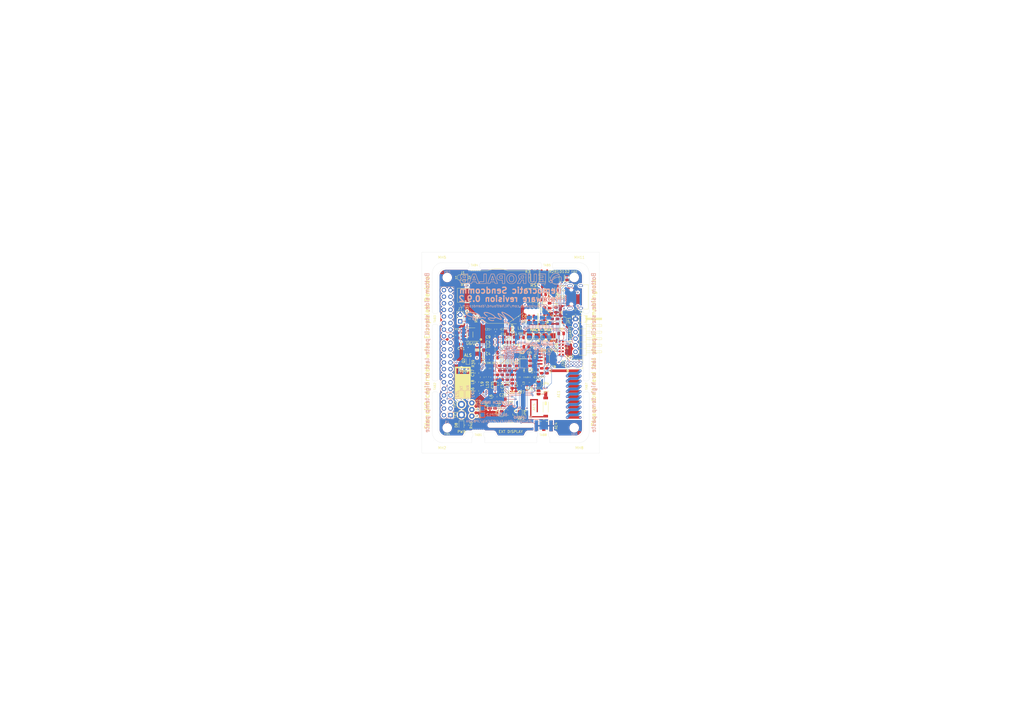
<source format=kicad_pcb>
(kicad_pcb (version 20171130) (host pcbnew 5.1.5+dfsg1-2build2)

  (general
    (thickness 1.6)
    (drawings 177)
    (tracks 1207)
    (zones 0)
    (modules 147)
    (nets 132)
  )

  (page A3)
  (title_block
    (title "Democratic Sendcomm")
    (date 2020-12-26)
    (rev 0.9.2)
    (company "Europalab Devices")
    (comment 1 "Copyright © 2020, Europalab Devices")
    (comment 2 "Fulfilling requirements of 20200210")
    (comment 3 "Pending quality assurance testing")
    (comment 4 "Release revision for manufacturing")
  )

  (layers
    (0 F.Cu signal)
    (1 In1.Cu power)
    (2 In2.Cu power)
    (31 B.Cu signal)
    (34 B.Paste user)
    (35 F.Paste user)
    (36 B.SilkS user)
    (37 F.SilkS user)
    (38 B.Mask user)
    (39 F.Mask user)
    (40 Dwgs.User user)
    (41 Cmts.User user)
    (44 Edge.Cuts user)
    (45 Margin user)
    (46 B.CrtYd user)
    (47 F.CrtYd user)
    (48 B.Fab user)
    (49 F.Fab user)
  )

  (setup
    (last_trace_width 0.127)
    (user_trace_width 0.1016)
    (user_trace_width 0.127)
    (user_trace_width 0.2)
    (trace_clearance 0.09)
    (zone_clearance 0.508)
    (zone_45_only no)
    (trace_min 0.09)
    (via_size 0.356)
    (via_drill 0.2)
    (via_min_size 0.356)
    (via_min_drill 0.2)
    (user_via 0.45 0.2)
    (user_via 0.6 0.3)
    (uvia_size 0.45)
    (uvia_drill 0.1)
    (uvias_allowed no)
    (uvia_min_size 0.45)
    (uvia_min_drill 0.1)
    (edge_width 0.1)
    (segment_width 0.1)
    (pcb_text_width 0.25)
    (pcb_text_size 1 1)
    (mod_edge_width 0.15)
    (mod_text_size 1 1)
    (mod_text_width 0.15)
    (pad_size 2 1.5)
    (pad_drill 0)
    (pad_to_mask_clearance 0)
    (aux_axis_origin 0 0)
    (visible_elements 7FFFFFFF)
    (pcbplotparams
      (layerselection 0x313fc_ffffffff)
      (usegerberextensions true)
      (usegerberattributes false)
      (usegerberadvancedattributes false)
      (creategerberjobfile false)
      (excludeedgelayer true)
      (linewidth 0.150000)
      (plotframeref false)
      (viasonmask false)
      (mode 1)
      (useauxorigin false)
      (hpglpennumber 1)
      (hpglpenspeed 20)
      (hpglpendiameter 15.000000)
      (psnegative false)
      (psa4output false)
      (plotreference true)
      (plotvalue true)
      (plotinvisibletext false)
      (padsonsilk false)
      (subtractmaskfromsilk false)
      (outputformat 1)
      (mirror false)
      (drillshape 0)
      (scaleselection 1)
      (outputdirectory "fabsingle"))
  )

  (net 0 "")
  (net 1 GND)
  (net 2 "Net-(AE1-Pad1)")
  (net 3 /Sheet5F53D5B4/RFSWPWR)
  (net 4 "Net-(C8-Pad1)")
  (net 5 /Sheet5F53D5B4/POWAMP)
  (net 6 "Net-(C13-Pad1)")
  (net 7 /Sheet5F53D5B4/HFOUT)
  (net 8 +3V3)
  (net 9 "Net-(C29-Pad1)")
  (net 10 /Sheet5F53D5B4/HPOUT)
  (net 11 /Sheet5F53D5B4/HFIN)
  (net 12 /Sheet5F53D5B4/BANDSEL)
  (net 13 "Net-(BT1-Pad1)")
  (net 14 /Sheet5F53D5B4/USB_BUS)
  (net 15 "Net-(C33-Pad1)")
  (net 16 "Net-(C34-Pad1)")
  (net 17 /Sheet5F53D5B4/CMDRST)
  (net 18 "Net-(D1-Pad2)")
  (net 19 "Net-(D1-Pad1)")
  (net 20 "Net-(D2-Pad1)")
  (net 21 "Net-(D2-Pad2)")
  (net 22 /Sheet5F53D5B4/USB_P)
  (net 23 /Sheet5F53D5B4/USB_N)
  (net 24 /Sheet60040980/ID_SD)
  (net 25 /Sheet60040980/ID_SC)
  (net 26 /Sheet5F53D5B4/SWDCLK)
  (net 27 "Net-(J3-Pad7)")
  (net 28 "Net-(J3-Pad8)")
  (net 29 "Net-(J4-Pad6)")
  (net 30 /Sheet5F53D5B4/CN_VBAT)
  (net 31 /Sheet5F53D5B4/XCEIV)
  (net 32 "Net-(AE5-Pad2)")
  (net 33 "Net-(C1-Pad1)")
  (net 34 "Net-(C7-Pad1)")
  (net 35 "Net-(C14-Pad1)")
  (net 36 "Net-(C17-Pad1)")
  (net 37 "Net-(C18-Pad2)")
  (net 38 "Net-(C19-Pad2)")
  (net 39 "Net-(C23-Pad2)")
  (net 40 "Net-(C23-Pad1)")
  (net 41 "Net-(C24-Pad1)")
  (net 42 "Net-(C24-Pad2)")
  (net 43 "Net-(C29-Pad2)")
  (net 44 "Net-(C33-Pad2)")
  (net 45 "Net-(C35-Pad2)")
  (net 46 "Net-(C40-Pad1)")
  (net 47 "Net-(J2-PadB5)")
  (net 48 "Net-(J2-PadA8)")
  (net 49 "Net-(J2-PadA5)")
  (net 50 "Net-(J2-PadB8)")
  (net 51 "Net-(J3-Pad2)")
  (net 52 "Net-(J3-Pad3)")
  (net 53 "Net-(J3-Pad4)")
  (net 54 "Net-(J3-Pad5)")
  (net 55 "Net-(J3-Pad10)")
  (net 56 "Net-(J3-Pad11)")
  (net 57 "Net-(J3-Pad12)")
  (net 58 "Net-(J3-Pad13)")
  (net 59 "Net-(J3-Pad15)")
  (net 60 "Net-(J3-Pad16)")
  (net 61 "Net-(J3-Pad18)")
  (net 62 "Net-(J3-Pad19)")
  (net 63 "Net-(J3-Pad21)")
  (net 64 "Net-(J3-Pad22)")
  (net 65 "Net-(J3-Pad23)")
  (net 66 "Net-(J3-Pad24)")
  (net 67 "Net-(J3-Pad26)")
  (net 68 "Net-(J3-Pad29)")
  (net 69 "Net-(J3-Pad31)")
  (net 70 "Net-(J3-Pad32)")
  (net 71 "Net-(J3-Pad33)")
  (net 72 "Net-(J3-Pad35)")
  (net 73 "Net-(J3-Pad36)")
  (net 74 "Net-(J3-Pad37)")
  (net 75 "Net-(J3-Pad38)")
  (net 76 "Net-(J3-Pad40)")
  (net 77 "Net-(J4-Pad7)")
  (net 78 "Net-(J4-Pad8)")
  (net 79 "Net-(J5-Pad2)")
  (net 80 "Net-(J5-Pad3)")
  (net 81 "Net-(J5-Pad6)")
  (net 82 "Net-(J6-Pad1)")
  (net 83 "Net-(L1-Pad2)")
  (net 84 "Net-(R3-Pad1)")
  (net 85 "Net-(R4-Pad1)")
  (net 86 "Net-(R4-Pad2)")
  (net 87 "Net-(U2-Pad5)")
  (net 88 "Net-(U3-PadG1)")
  (net 89 "Net-(U3-PadH1)")
  (net 90 "Net-(U3-PadE3)")
  (net 91 "Net-(U3-PadE4)")
  (net 92 "Net-(U3-PadF4)")
  (net 93 "Net-(U3-PadC7)")
  (net 94 "Net-(U3-PadD7)")
  (net 95 "Net-(U3-PadD8)")
  (net 96 "Net-(U5-Pad3)")
  (net 97 "Net-(U5-Pad4)")
  (net 98 "Net-(U8-Pad7)")
  (net 99 "Net-(U8-Pad3)")
  (net 100 "Net-(U8-Pad2)")
  (net 101 "Net-(U8-Pad1)")
  (net 102 "Net-(U9-Pad1)")
  (net 103 "Net-(U9-Pad2)")
  (net 104 "Net-(U9-Pad3)")
  (net 105 "Net-(U9-Pad7)")
  (net 106 /Sheet5F53D5B4/SWDIO)
  (net 107 "Net-(AE2-Pad1)")
  (net 108 "Net-(AE4-Pad1)")
  (net 109 "Net-(AE5-Pad1)")
  (net 110 "Net-(JP10-Pad1)")
  (net 111 "Net-(J6-Pad2)")
  (net 112 "Net-(J6-Pad3)")
  (net 113 "Net-(J6-Pad4)")
  (net 114 "Net-(J7-Pad1)")
  (net 115 "Net-(C95-Pad1)")
  (net 116 /TP_SCL)
  (net 117 /TP_SDA)
  (net 118 "Net-(J20-Pad6)")
  (net 119 "Net-(J20-Pad7)")
  (net 120 "Net-(J20-Pad8)")
  (net 121 "Net-(Q2-Pad2)")
  (net 122 EXT_UART_TX)
  (net 123 EXT_UART_RX)
  (net 124 "Net-(D8-Pad2)")
  (net 125 USB_TST)
  (net 126 "Net-(TP13-Pad1)")
  (net 127 "Net-(C94-Pad2)")
  (net 128 "Net-(C96-Pad1)")
  (net 129 /Sheet5F53D5B4/CRY_XIN-RSVD)
  (net 130 /Sheet5F53D5B4/CRY_XOUT-RSVD)
  (net 131 "Net-(C97-Pad1)")

  (net_class Default "This is the default net class."
    (clearance 0.09)
    (trace_width 0.09)
    (via_dia 0.356)
    (via_drill 0.2)
    (uvia_dia 0.45)
    (uvia_drill 0.1)
    (add_net +3V3)
    (add_net /Sheet5F53D5B4/BANDSEL)
    (add_net /Sheet5F53D5B4/CMDRST)
    (add_net /Sheet5F53D5B4/CN_VBAT)
    (add_net /Sheet5F53D5B4/CRY_XIN-RSVD)
    (add_net /Sheet5F53D5B4/CRY_XOUT-RSVD)
    (add_net /Sheet5F53D5B4/HFIN)
    (add_net /Sheet5F53D5B4/HFOUT)
    (add_net /Sheet5F53D5B4/HPOUT)
    (add_net /Sheet5F53D5B4/POWAMP)
    (add_net /Sheet5F53D5B4/RFSWPWR)
    (add_net /Sheet5F53D5B4/SWDCLK)
    (add_net /Sheet5F53D5B4/SWDIO)
    (add_net /Sheet5F53D5B4/USB_BUS)
    (add_net /Sheet5F53D5B4/USB_N)
    (add_net /Sheet5F53D5B4/USB_P)
    (add_net /Sheet5F53D5B4/XCEIV)
    (add_net /Sheet60040980/ID_SC)
    (add_net /Sheet60040980/ID_SD)
    (add_net /TP_SCL)
    (add_net /TP_SDA)
    (add_net EXT_UART_RX)
    (add_net EXT_UART_TX)
    (add_net GND)
    (add_net "Net-(AE1-Pad1)")
    (add_net "Net-(AE2-Pad1)")
    (add_net "Net-(AE4-Pad1)")
    (add_net "Net-(AE5-Pad1)")
    (add_net "Net-(AE5-Pad2)")
    (add_net "Net-(BT1-Pad1)")
    (add_net "Net-(C1-Pad1)")
    (add_net "Net-(C13-Pad1)")
    (add_net "Net-(C14-Pad1)")
    (add_net "Net-(C17-Pad1)")
    (add_net "Net-(C18-Pad2)")
    (add_net "Net-(C19-Pad2)")
    (add_net "Net-(C23-Pad1)")
    (add_net "Net-(C23-Pad2)")
    (add_net "Net-(C24-Pad1)")
    (add_net "Net-(C24-Pad2)")
    (add_net "Net-(C29-Pad1)")
    (add_net "Net-(C29-Pad2)")
    (add_net "Net-(C33-Pad1)")
    (add_net "Net-(C33-Pad2)")
    (add_net "Net-(C34-Pad1)")
    (add_net "Net-(C35-Pad2)")
    (add_net "Net-(C40-Pad1)")
    (add_net "Net-(C7-Pad1)")
    (add_net "Net-(C8-Pad1)")
    (add_net "Net-(C94-Pad2)")
    (add_net "Net-(C95-Pad1)")
    (add_net "Net-(C96-Pad1)")
    (add_net "Net-(C97-Pad1)")
    (add_net "Net-(D1-Pad1)")
    (add_net "Net-(D1-Pad2)")
    (add_net "Net-(D2-Pad1)")
    (add_net "Net-(D2-Pad2)")
    (add_net "Net-(D8-Pad2)")
    (add_net "Net-(J2-PadA5)")
    (add_net "Net-(J2-PadA8)")
    (add_net "Net-(J2-PadB5)")
    (add_net "Net-(J2-PadB8)")
    (add_net "Net-(J20-Pad6)")
    (add_net "Net-(J20-Pad7)")
    (add_net "Net-(J20-Pad8)")
    (add_net "Net-(J3-Pad10)")
    (add_net "Net-(J3-Pad11)")
    (add_net "Net-(J3-Pad12)")
    (add_net "Net-(J3-Pad13)")
    (add_net "Net-(J3-Pad15)")
    (add_net "Net-(J3-Pad16)")
    (add_net "Net-(J3-Pad18)")
    (add_net "Net-(J3-Pad19)")
    (add_net "Net-(J3-Pad2)")
    (add_net "Net-(J3-Pad21)")
    (add_net "Net-(J3-Pad22)")
    (add_net "Net-(J3-Pad23)")
    (add_net "Net-(J3-Pad24)")
    (add_net "Net-(J3-Pad26)")
    (add_net "Net-(J3-Pad29)")
    (add_net "Net-(J3-Pad3)")
    (add_net "Net-(J3-Pad31)")
    (add_net "Net-(J3-Pad32)")
    (add_net "Net-(J3-Pad33)")
    (add_net "Net-(J3-Pad35)")
    (add_net "Net-(J3-Pad36)")
    (add_net "Net-(J3-Pad37)")
    (add_net "Net-(J3-Pad38)")
    (add_net "Net-(J3-Pad4)")
    (add_net "Net-(J3-Pad40)")
    (add_net "Net-(J3-Pad5)")
    (add_net "Net-(J3-Pad7)")
    (add_net "Net-(J3-Pad8)")
    (add_net "Net-(J4-Pad6)")
    (add_net "Net-(J4-Pad7)")
    (add_net "Net-(J4-Pad8)")
    (add_net "Net-(J5-Pad2)")
    (add_net "Net-(J5-Pad3)")
    (add_net "Net-(J5-Pad6)")
    (add_net "Net-(J6-Pad1)")
    (add_net "Net-(J6-Pad2)")
    (add_net "Net-(J6-Pad3)")
    (add_net "Net-(J6-Pad4)")
    (add_net "Net-(J7-Pad1)")
    (add_net "Net-(JP10-Pad1)")
    (add_net "Net-(L1-Pad2)")
    (add_net "Net-(Q2-Pad2)")
    (add_net "Net-(R3-Pad1)")
    (add_net "Net-(R4-Pad1)")
    (add_net "Net-(R4-Pad2)")
    (add_net "Net-(TP13-Pad1)")
    (add_net "Net-(U2-Pad5)")
    (add_net "Net-(U3-PadC7)")
    (add_net "Net-(U3-PadD7)")
    (add_net "Net-(U3-PadD8)")
    (add_net "Net-(U3-PadE3)")
    (add_net "Net-(U3-PadE4)")
    (add_net "Net-(U3-PadF4)")
    (add_net "Net-(U3-PadG1)")
    (add_net "Net-(U3-PadH1)")
    (add_net "Net-(U5-Pad3)")
    (add_net "Net-(U5-Pad4)")
    (add_net "Net-(U8-Pad1)")
    (add_net "Net-(U8-Pad2)")
    (add_net "Net-(U8-Pad3)")
    (add_net "Net-(U8-Pad7)")
    (add_net "Net-(U9-Pad1)")
    (add_net "Net-(U9-Pad2)")
    (add_net "Net-(U9-Pad3)")
    (add_net "Net-(U9-Pad7)")
    (add_net USB_TST)
  )

  (net_class Power ""
    (clearance 0.2)
    (trace_width 0.5)
    (via_dia 1)
    (via_drill 0.7)
    (uvia_dia 0.5)
    (uvia_drill 0.1)
  )

  (module Elabdev:Panel_Mousetab_25mm_Single (layer F.Cu) (tedit 5CD9E502) (tstamp 5FEC726C)
    (at 222.5 179.75 90)
    (path /5CD9EB0D)
    (fp_text reference TAB8 (at 0 0) (layer F.SilkS)
      (effects (font (size 0.8 0.8) (thickness 0.13)))
    )
    (fp_text value Pantab (at -3.25 0 180) (layer F.Fab)
      (effects (font (size 1 1) (thickness 0.15)))
    )
    (fp_line (start 1.25 -2.2) (end 1.25 2.2) (layer F.Fab) (width 0.15))
    (fp_line (start -1.25 -2.2) (end -1.25 2.2) (layer F.Fab) (width 0.15))
    (fp_line (start 2.1 -2.6) (end 2.1 2.6) (layer F.CrtYd) (width 0.15))
    (fp_line (start 2.1 2.6) (end -2.1 2.6) (layer F.CrtYd) (width 0.15))
    (fp_line (start -2.1 2.6) (end -2.1 -2.6) (layer F.CrtYd) (width 0.15))
    (fp_line (start -2.1 -2.6) (end 2.1 -2.6) (layer F.CrtYd) (width 0.15))
    (pad "" np_thru_hole circle (at 1.35 2 90) (size 0.5 0.5) (drill 0.5) (layers *.Cu))
    (pad "" np_thru_hole circle (at 1.35 1.2 90) (size 0.5 0.5) (drill 0.5) (layers *.Cu))
    (pad "" np_thru_hole circle (at 1.35 0.4 90) (size 0.5 0.5) (drill 0.5) (layers *.Cu))
    (pad "" np_thru_hole circle (at 1.35 -0.4 90) (size 0.5 0.5) (drill 0.5) (layers *.Cu))
    (pad "" np_thru_hole circle (at 1.35 -1.2 90) (size 0.5 0.5) (drill 0.5) (layers *.Cu))
    (pad "" np_thru_hole circle (at 1.35 -2 90) (size 0.5 0.5) (drill 0.5) (layers *.Cu))
  )

  (module Capacitor_SMD:C_0805_2012Metric (layer F.Cu) (tedit 5B36C52B) (tstamp 5FEB8111)
    (at 211.5 143.0625 270)
    (descr "Capacitor SMD 0805 (2012 Metric), square (rectangular) end terminal, IPC_7351 nominal, (Body size source: https://docs.google.com/spreadsheets/d/1BsfQQcO9C6DZCsRaXUlFlo91Tg2WpOkGARC1WS5S8t0/edit?usp=sharing), generated with kicad-footprint-generator")
    (tags capacitor)
    (path /5F53D5B5/5F609CF5)
    (attr smd)
    (fp_text reference C19 (at -2.0625 0 180) (layer F.SilkS)
      (effects (font (size 0.7 0.7) (thickness 0.1)))
    )
    (fp_text value 15pF (at 0 1.65 90) (layer F.Fab)
      (effects (font (size 1 1) (thickness 0.15)))
    )
    (fp_line (start -1 0.6) (end -1 -0.6) (layer F.Fab) (width 0.1))
    (fp_line (start -1 -0.6) (end 1 -0.6) (layer F.Fab) (width 0.1))
    (fp_line (start 1 -0.6) (end 1 0.6) (layer F.Fab) (width 0.1))
    (fp_line (start 1 0.6) (end -1 0.6) (layer F.Fab) (width 0.1))
    (fp_line (start -0.258578 -0.71) (end 0.258578 -0.71) (layer F.SilkS) (width 0.12))
    (fp_line (start -0.258578 0.71) (end 0.258578 0.71) (layer F.SilkS) (width 0.12))
    (fp_line (start -1.68 0.95) (end -1.68 -0.95) (layer F.CrtYd) (width 0.05))
    (fp_line (start -1.68 -0.95) (end 1.68 -0.95) (layer F.CrtYd) (width 0.05))
    (fp_line (start 1.68 -0.95) (end 1.68 0.95) (layer F.CrtYd) (width 0.05))
    (fp_line (start 1.68 0.95) (end -1.68 0.95) (layer F.CrtYd) (width 0.05))
    (fp_text user %R (at 0 0 90) (layer F.Fab)
      (effects (font (size 0.5 0.5) (thickness 0.08)))
    )
    (pad 1 smd roundrect (at -0.9375 0 270) (size 0.975 1.4) (layers F.Cu F.Paste F.Mask) (roundrect_rratio 0.25)
      (net 1 GND))
    (pad 2 smd roundrect (at 0.9375 0 270) (size 0.975 1.4) (layers F.Cu F.Paste F.Mask) (roundrect_rratio 0.25)
      (net 38 "Net-(C19-Pad2)"))
    (model ${KISYS3DMOD}/Capacitor_SMD.3dshapes/C_0805_2012Metric.wrl
      (at (xyz 0 0 0))
      (scale (xyz 1 1 1))
      (rotate (xyz 0 0 0))
    )
  )

  (module Elabdev:Meinkuerz_sign_480dpi (layer B.Cu) (tedit 0) (tstamp 5FBE809B)
    (at 202 134 180)
    (fp_text reference G1 (at 0 0) (layer B.SilkS) hide
      (effects (font (size 1.524 1.524) (thickness 0.3)) (justify mirror))
    )
    (fp_text value Meinkuerzel_signature (at 0.75 0) (layer B.SilkS) hide
      (effects (font (size 1.524 1.524) (thickness 0.3)) (justify mirror))
    )
    (fp_poly (pts (xy 7.849084 1.675651) (xy 8.303148 1.632827) (xy 8.685942 1.550363) (xy 8.876057 1.481326)
      (xy 9.07938 1.34976) (xy 9.204465 1.178624) (xy 9.241225 0.986809) (xy 9.210768 0.854557)
      (xy 9.078684 0.643748) (xy 8.864557 0.429964) (xy 8.589687 0.233059) (xy 8.471807 0.165759)
      (xy 8.232808 0.053863) (xy 7.923436 -0.068816) (xy 7.576824 -0.190996) (xy 7.226108 -0.301392)
      (xy 6.904421 -0.388723) (xy 6.731621 -0.426811) (xy 6.398868 -0.490816) (xy 6.556265 -0.586535)
      (xy 6.736632 -0.743549) (xy 6.819572 -0.938245) (xy 6.82625 -1.022915) (xy 6.780462 -1.15416)
      (xy 6.660466 -1.295963) (xy 6.49231 -1.424979) (xy 6.30204 -1.517866) (xy 6.258842 -1.531402)
      (xy 6.0446 -1.569955) (xy 5.805186 -1.581627) (xy 5.582286 -1.566858) (xy 5.417587 -1.526091)
      (xy 5.409578 -1.522402) (xy 5.285381 -1.409276) (xy 5.232727 -1.237525) (xy 5.243042 -1.133742)
      (xy 5.545646 -1.133742) (xy 5.569322 -1.243922) (xy 5.599007 -1.270742) (xy 5.725804 -1.30367)
      (xy 5.911501 -1.301091) (xy 6.117136 -1.267785) (xy 6.303743 -1.20853) (xy 6.368163 -1.176419)
      (xy 6.483421 -1.090411) (xy 6.547775 -1.006994) (xy 6.550669 -0.996984) (xy 6.519163 -0.903747)
      (xy 6.404517 -0.814537) (xy 6.229026 -0.742568) (xy 6.060328 -0.706358) (xy 5.903418 -0.693399)
      (xy 5.806355 -0.717484) (xy 5.726223 -0.79035) (xy 5.718194 -0.79992) (xy 5.596762 -0.979847)
      (xy 5.545646 -1.133742) (xy 5.243042 -1.133742) (xy 5.253531 -1.028227) (xy 5.344918 -0.810631)
      (xy 5.442538 -0.642303) (xy 5.295353 -0.646487) (xy 5.12125 -0.625399) (xy 5.035885 -0.550663)
      (xy 5.027083 -0.501447) (xy 5.075804 -0.410776) (xy 5.222941 -0.351671) (xy 5.469958 -0.32355)
      (xy 5.476875 -0.323261) (xy 5.599677 -0.314345) (xy 5.697993 -0.289875) (xy 5.794712 -0.235966)
      (xy 5.912725 -0.138734) (xy 6.074923 0.015705) (xy 6.138333 0.077935) (xy 6.357426 0.284825)
      (xy 6.520758 0.415811) (xy 6.63982 0.476704) (xy 6.726105 0.473318) (xy 6.791106 0.411464)
      (xy 6.792772 0.408883) (xy 6.813029 0.349999) (xy 6.787897 0.281807) (xy 6.704882 0.184844)
      (xy 6.561666 0.048946) (xy 6.270625 -0.217166) (xy 6.532899 -0.183078) (xy 6.900304 -0.115245)
      (xy 7.289474 -0.008645) (xy 7.678243 0.127507) (xy 8.044445 0.283994) (xy 8.365914 0.451601)
      (xy 8.620483 0.621112) (xy 8.749193 0.738377) (xy 8.856936 0.865956) (xy 8.92727 0.965202)
      (xy 8.942916 1.001728) (xy 8.895983 1.084773) (xy 8.773369 1.176095) (xy 8.602358 1.259484)
      (xy 8.410231 1.318727) (xy 8.408998 1.318992) (xy 8.149682 1.354937) (xy 7.8128 1.371973)
      (xy 7.424917 1.370093) (xy 7.012599 1.349291) (xy 6.686734 1.319437) (xy 6.066773 1.222977)
      (xy 5.517194 1.081213) (xy 5.043989 0.897075) (xy 4.653152 0.673494) (xy 4.350673 0.413401)
      (xy 4.142546 0.119727) (xy 4.114637 0.061443) (xy 4.047094 -0.15251) (xy 4.06025 -0.336634)
      (xy 4.160207 -0.518581) (xy 4.270456 -0.644496) (xy 4.390411 -0.79173) (xy 4.431252 -0.900383)
      (xy 4.427296 -0.922309) (xy 4.357272 -0.99719) (xy 4.242023 -0.977517) (xy 4.082983 -0.863726)
      (xy 4.010682 -0.795217) (xy 3.879838 -0.680755) (xy 3.765594 -0.608691) (xy 3.712637 -0.594925)
      (xy 3.6215 -0.594723) (xy 3.455888 -0.585507) (xy 3.246599 -0.569127) (xy 3.175 -0.562633)
      (xy 2.951086 -0.544014) (xy 2.793821 -0.54282) (xy 2.664643 -0.565021) (xy 2.524987 -0.61659)
      (xy 2.371034 -0.687127) (xy 2.100169 -0.795663) (xy 1.89262 -0.837972) (xy 1.841867 -0.837015)
      (xy 1.72083 -0.812158) (xy 1.663036 -0.745697) (xy 1.637803 -0.635) (xy 1.623821 -0.491701)
      (xy 1.628566 -0.389706) (xy 1.630235 -0.383646) (xy 1.692219 -0.322789) (xy 1.789679 -0.330876)
      (xy 1.885465 -0.399867) (xy 1.916539 -0.445597) (xy 1.984375 -0.573694) (xy 2.371569 -0.384068)
      (xy 2.758764 -0.194442) (xy 3.165319 -0.256321) (xy 3.413597 -0.293214) (xy 3.576071 -0.310583)
      (xy 3.67165 -0.304292) (xy 3.719238 -0.270208) (xy 3.737742 -0.204195) (xy 3.744012 -0.129767)
      (xy 3.817818 0.177969) (xy 3.989413 0.470621) (xy 4.251219 0.74303) (xy 4.595656 0.99004)
      (xy 5.015149 1.206492) (xy 5.502117 1.387229) (xy 6.048984 1.527094) (xy 6.228561 1.561184)
      (xy 6.794861 1.64034) (xy 7.340678 1.678326) (xy 7.849084 1.675651)) (layer B.SilkS) (width 0.01))
    (fp_poly (pts (xy -4.580024 1.756567) (xy -4.544854 1.74305) (xy -4.466016 1.67622) (xy -4.437143 1.580417)
      (xy -4.461964 1.447967) (xy -4.544204 1.271201) (xy -4.68759 1.042447) (xy -4.895848 0.754033)
      (xy -5.172705 0.39829) (xy -5.237349 0.3175) (xy -5.411926 0.098408) (xy -5.577817 -0.112809)
      (xy -5.714811 -0.290245) (xy -5.794689 -0.396875) (xy -5.948296 -0.608542) (xy -5.791961 -0.468507)
      (xy -5.700695 -0.392772) (xy -5.541009 -0.266466) (xy -5.329307 -0.10231) (xy -5.081994 0.086977)
      (xy -4.815472 0.288675) (xy -4.815417 0.288716) (xy -4.345432 0.631252) (xy -3.946225 0.897872)
      (xy -3.615767 1.089474) (xy -3.352032 1.206955) (xy -3.152989 1.251211) (xy -3.016612 1.223138)
      (xy -2.940872 1.123633) (xy -2.939055 1.118116) (xy -2.92791 1.023519) (xy -2.955738 0.908417)
      (xy -3.029742 0.759005) (xy -3.157121 0.561475) (xy -3.345079 0.302021) (xy -3.409058 0.217037)
      (xy -3.654587 -0.113597) (xy -3.860834 -0.404313) (xy -4.022275 -0.646491) (xy -4.133388 -0.831509)
      (xy -4.188652 -0.950744) (xy -4.185335 -0.994958) (xy -4.120655 -0.981486) (xy -3.976478 -0.932768)
      (xy -3.770527 -0.855371) (xy -3.520529 -0.755864) (xy -3.349225 -0.685128) (xy -3.06462 -0.570045)
      (xy -2.797019 -0.469163) (xy -2.569108 -0.390505) (xy -2.403576 -0.342097) (xy -2.349431 -0.331513)
      (xy -2.183877 -0.291941) (xy -2.07811 -0.206425) (xy -2.041672 -0.151915) (xy -1.850086 0.096101)
      (xy -1.567603 0.354844) (xy -1.207453 0.616123) (xy -0.78287 0.87175) (xy -0.307084 1.113536)
      (xy 0.206672 1.333293) (xy 0.574448 1.467145) (xy 0.853452 1.556991) (xy 1.074831 1.61415)
      (xy 1.278935 1.645957) (xy 1.506112 1.659747) (xy 1.647661 1.662241) (xy 1.89537 1.661355)
      (xy 2.061526 1.650821) (xy 2.170245 1.626908) (xy 2.245641 1.585888) (xy 2.269431 1.566069)
      (xy 2.364656 1.413892) (xy 2.378536 1.21834) (xy 2.31231 1.002224) (xy 2.231511 0.867835)
      (xy 2.055394 0.653788) (xy 1.846452 0.444397) (xy 1.622129 0.252501) (xy 1.399873 0.090942)
      (xy 1.19713 -0.02744) (xy 1.031346 -0.089804) (xy 0.931657 -0.088852) (xy 0.853749 -0.025156)
      (xy 0.874571 0.06423) (xy 0.991583 0.174246) (xy 1.09802 0.242886) (xy 1.314624 0.387246)
      (xy 1.527802 0.560014) (xy 1.72429 0.746283) (xy 1.890825 0.931146) (xy 2.014146 1.099697)
      (xy 2.080988 1.237027) (xy 2.078088 1.32823) (xy 2.071165 1.336667) (xy 1.954541 1.387475)
      (xy 1.756832 1.400928) (xy 1.494763 1.380087) (xy 1.185063 1.328013) (xy 0.844457 1.247766)
      (xy 0.489674 1.142406) (xy 0.137439 1.014995) (xy -0.00172 0.957368) (xy -0.385109 0.777304)
      (xy -0.74297 0.581237) (xy -1.065571 0.377182) (xy -1.343179 0.173152) (xy -1.566062 -0.022838)
      (xy -1.724487 -0.202776) (xy -1.808722 -0.358647) (xy -1.809035 -0.482438) (xy -1.789329 -0.514562)
      (xy -1.69188 -0.558953) (xy -1.49842 -0.578536) (xy -1.2158 -0.573404) (xy -0.850872 -0.543648)
      (xy -0.464887 -0.496867) (xy -0.056607 -0.452123) (xy 0.260382 -0.442712) (xy 0.494773 -0.469264)
      (xy 0.655256 -0.532408) (xy 0.714552 -0.58228) (xy 0.776217 -0.725165) (xy 0.746162 -0.908878)
      (xy 0.632079 -1.115352) (xy 0.45893 -1.290216) (xy 0.2117 -1.450188) (xy -0.085638 -1.588107)
      (xy -0.409112 -1.696809) (xy -0.734748 -1.769134) (xy -1.038572 -1.797919) (xy -1.296612 -1.776003)
      (xy -1.42875 -1.731015) (xy -1.546706 -1.617759) (xy -1.577815 -1.519827) (xy -1.560687 -1.389395)
      (xy -1.486335 -1.336349) (xy -1.378138 -1.369493) (xy -1.317893 -1.421952) (xy -1.19986 -1.505637)
      (xy -1.092449 -1.534584) (xy -0.859949 -1.513387) (xy -0.579373 -1.457345) (xy -0.297878 -1.377776)
      (xy -0.068589 -1.288836) (xy 0.116249 -1.181832) (xy 0.284174 -1.050661) (xy 0.411262 -0.917533)
      (xy 0.473586 -0.804658) (xy 0.47625 -0.783054) (xy 0.425256 -0.757675) (xy 0.277287 -0.748743)
      (xy 0.039858 -0.755912) (xy -0.279513 -0.778835) (xy -0.673311 -0.817167) (xy -0.956033 -0.849048)
      (xy -1.308534 -0.882196) (xy -1.57585 -0.8857) (xy -1.774982 -0.85746) (xy -1.922933 -0.795374)
      (xy -2.017888 -0.717835) (xy -2.096716 -0.653738) (xy -2.190635 -0.62131) (xy -2.313833 -0.623423)
      (xy -2.480498 -0.662945) (xy -2.704818 -0.742748) (xy -3.00098 -0.865702) (xy -3.216817 -0.960383)
      (xy -3.585839 -1.11854) (xy -3.874386 -1.227749) (xy -4.094462 -1.290524) (xy -4.258069 -1.309381)
      (xy -4.377212 -1.286836) (xy -4.463891 -1.225404) (xy -4.466704 -1.222337) (xy -4.518051 -1.14061)
      (xy -4.530831 -1.040781) (xy -4.500098 -0.912213) (xy -4.420902 -0.744269) (xy -4.288295 -0.526313)
      (xy -4.097327 -0.247708) (xy -3.863138 0.07498) (xy -3.679345 0.325213) (xy -3.519393 0.545064)
      (xy -3.393108 0.720859) (xy -3.310313 0.838921) (xy -3.280834 0.885525) (xy -3.323557 0.888476)
      (xy -3.399896 0.869711) (xy -3.542096 0.805036) (xy -3.750284 0.678102) (xy -4.027571 0.486762)
      (xy -4.377062 0.228867) (xy -4.801868 -0.097732) (xy -4.81991 -0.111817) (xy -5.187034 -0.396401)
      (xy -5.482932 -0.620081) (xy -5.717862 -0.789492) (xy -5.902078 -0.911266) (xy -6.045837 -0.99204)
      (xy -6.159396 -1.038447) (xy -6.25301 -1.057121) (xy -6.283148 -1.058333) (xy -6.40378 -1.045849)
      (xy -6.450441 -0.994435) (xy -6.455563 -0.939271) (xy -6.445942 -0.865735) (xy -6.412644 -0.776476)
      (xy -6.348546 -0.66103) (xy -6.24652 -0.508935) (xy -6.099443 -0.309727) (xy -5.90019 -0.052942)
      (xy -5.641635 0.271882) (xy -5.570553 0.360397) (xy -5.363566 0.620769) (xy -5.174974 0.863504)
      (xy -5.016826 1.072659) (xy -4.901172 1.23229) (xy -4.84006 1.326453) (xy -4.839117 1.328251)
      (xy -4.786636 1.436383) (xy -4.790145 1.473528) (xy -4.856494 1.462433) (xy -4.877731 1.456477)
      (xy -4.973599 1.420322) (xy -5.140081 1.348706) (xy -5.352621 1.252468) (xy -5.55625 1.156974)
      (xy -6.094525 0.881508) (xy -6.644499 0.565345) (xy -7.182748 0.223911) (xy -7.685848 -0.12737)
      (xy -8.130378 -0.473072) (xy -8.424687 -0.732038) (xy -8.650145 -0.95487) (xy -8.800069 -1.131002)
      (xy -8.884377 -1.276175) (xy -8.912984 -1.406131) (xy -8.905425 -1.495188) (xy -8.906488 -1.61853)
      (xy -8.964006 -1.672137) (xy -9.075823 -1.672519) (xy -9.156792 -1.593028) (xy -9.200558 -1.456755)
      (xy -9.200763 -1.286789) (xy -9.151052 -1.106218) (xy -9.131299 -1.06447) (xy -9.024915 -0.913844)
      (xy -8.843627 -0.718433) (xy -8.601654 -0.490528) (xy -8.313213 -0.242422) (xy -7.992524 0.013592)
      (xy -7.653804 0.265222) (xy -7.3545 0.471681) (xy -6.896098 0.764541) (xy -6.449337 1.028776)
      (xy -6.024338 1.259805) (xy -5.631223 1.453048) (xy -5.280112 1.603926) (xy -4.981128 1.707858)
      (xy -4.744392 1.760265) (xy -4.580024 1.756567)) (layer B.SilkS) (width 0.01))
  )

  (module Elabdev:Panel_Mousetab_25mm_Single (layer F.Cu) (tedit 5CD9E59A) (tstamp 5FBE7343)
    (at 224 114.25 270)
    (path /5CD5C3A7)
    (fp_text reference TAB5 (at 0 0 180) (layer F.SilkS)
      (effects (font (size 0.8 0.8) (thickness 0.13)))
    )
    (fp_text value Pantab (at 0 -3.5 270) (layer F.Fab)
      (effects (font (size 1 1) (thickness 0.15)))
    )
    (fp_line (start -2.1 -2.6) (end 2.1 -2.6) (layer F.CrtYd) (width 0.15))
    (fp_line (start -2.1 2.6) (end -2.1 -2.6) (layer F.CrtYd) (width 0.15))
    (fp_line (start 2.1 2.6) (end -2.1 2.6) (layer F.CrtYd) (width 0.15))
    (fp_line (start 2.1 -2.6) (end 2.1 2.6) (layer F.CrtYd) (width 0.15))
    (fp_line (start -1.25 -2.2) (end -1.25 2.2) (layer F.Fab) (width 0.15))
    (fp_line (start 1.25 -2.2) (end 1.25 2.2) (layer F.Fab) (width 0.15))
    (pad "" np_thru_hole circle (at 1.35 -2 270) (size 0.5 0.5) (drill 0.5) (layers *.Cu))
    (pad "" np_thru_hole circle (at 1.35 -1.2 270) (size 0.5 0.5) (drill 0.5) (layers *.Cu))
    (pad "" np_thru_hole circle (at 1.35 -0.4 270) (size 0.5 0.5) (drill 0.5) (layers *.Cu))
    (pad "" np_thru_hole circle (at 1.35 0.4 270) (size 0.5 0.5) (drill 0.5) (layers *.Cu))
    (pad "" np_thru_hole circle (at 1.35 1.2 270) (size 0.5 0.5) (drill 0.5) (layers *.Cu))
    (pad "" np_thru_hole circle (at 1.35 2 270) (size 0.5 0.5) (drill 0.5) (layers *.Cu))
  )

  (module Elabdev:Elablogoslk-Gfx (layer B.Cu) (tedit 0) (tstamp 5FBDF7AF)
    (at 210 119.5 180)
    (fp_text reference G** (at 0 0) (layer B.SilkS) hide
      (effects (font (size 1.524 1.524) (thickness 0.3)) (justify mirror))
    )
    (fp_text value Elablogoslk (at 0.75 0) (layer B.SilkS) hide
      (effects (font (size 1.524 1.524) (thickness 0.3)) (justify mirror))
    )
    (fp_poly (pts (xy -15.405836 -0.675184) (xy -15.287483 -0.702055) (xy -15.188143 -0.754619) (xy -15.108772 -0.827765)
      (xy -15.050327 -0.916382) (xy -15.013763 -1.015359) (xy -15.000037 -1.119584) (xy -15.010104 -1.223945)
      (xy -15.04492 -1.323332) (xy -15.105441 -1.412633) (xy -15.192623 -1.486737) (xy -15.24833 -1.517344)
      (xy -15.356716 -1.550357) (xy -15.476625 -1.557984) (xy -15.592872 -1.539403) (xy -15.602283 -1.53653)
      (xy -15.678123 -1.497127) (xy -15.752493 -1.432517) (xy -15.815972 -1.352895) (xy -15.859141 -1.268459)
      (xy -15.864155 -1.2531) (xy -15.88425 -1.176683) (xy -15.891257 -1.117668) (xy -15.885212 -1.059627)
      (xy -15.866149 -0.986134) (xy -15.864727 -0.981328) (xy -15.815988 -0.8777) (xy -15.739972 -0.790432)
      (xy -15.643773 -0.72426) (xy -15.534487 -0.683915) (xy -15.419207 -0.674131) (xy -15.405836 -0.675184)) (layer B.Mask) (width 0.01))
    (fp_poly (pts (xy 17.476107 1.827609) (xy 17.687258 1.825899) (xy 17.865618 1.824237) (xy 18.014678 1.822477)
      (xy 18.137934 1.82047) (xy 18.238879 1.818068) (xy 18.321005 1.815122) (xy 18.387806 1.811484)
      (xy 18.442776 1.807007) (xy 18.489407 1.801541) (xy 18.531194 1.794939) (xy 18.57163 1.787052)
      (xy 18.6055 1.779685) (xy 18.771822 1.733432) (xy 18.923911 1.673315) (xy 19.054677 1.602656)
      (xy 19.157033 1.524776) (xy 19.164226 1.5179) (xy 19.246251 1.417951) (xy 19.315464 1.294688)
      (xy 19.365371 1.16053) (xy 19.377923 1.109275) (xy 19.39052 1.010407) (xy 19.393203 0.893754)
      (xy 19.386762 0.771789) (xy 19.371983 0.656983) (xy 19.349655 0.561808) (xy 19.341939 0.539811)
      (xy 19.283862 0.430962) (xy 19.19941 0.326298) (xy 19.097976 0.236127) (xy 19.019624 0.185927)
      (xy 18.914298 0.12941) (xy 18.968542 0.109123) (xy 19.093064 0.054672) (xy 19.194891 -0.009335)
      (xy 19.285933 -0.089714) (xy 19.390804 -0.214403) (xy 19.467199 -0.350129) (xy 19.516977 -0.501894)
      (xy 19.541997 -0.674698) (xy 19.545898 -0.789214) (xy 19.53245 -0.987132) (xy 19.491752 -1.163006)
      (xy 19.423278 -1.317328) (xy 19.326496 -1.450588) (xy 19.200879 -1.563277) (xy 19.045898 -1.655885)
      (xy 18.861023 -1.728905) (xy 18.645726 -1.782826) (xy 18.442214 -1.81358) (xy 18.390712 -1.817354)
      (xy 18.307346 -1.820878) (xy 18.196536 -1.82407) (xy 18.062704 -1.826851) (xy 17.910272 -1.829142)
      (xy 17.743659 -1.830864) (xy 17.567287 -1.831936) (xy 17.403536 -1.83228) (xy 16.528143 -1.832429)
      (xy 16.528143 -1.197429) (xy 17.471571 -1.197429) (xy 17.812474 -1.197429) (xy 17.960507 -1.19621)
      (xy 18.077011 -1.192363) (xy 18.166668 -1.185602) (xy 18.234157 -1.175639) (xy 18.257984 -1.170182)
      (xy 18.384709 -1.1231) (xy 18.482481 -1.054854) (xy 18.552639 -0.964254) (xy 18.589417 -0.8761)
      (xy 18.611394 -0.756961) (xy 18.608994 -0.636283) (xy 18.583832 -0.523232) (xy 18.537525 -0.426977)
      (xy 18.502598 -0.383459) (xy 18.44707 -0.333771) (xy 18.385424 -0.294593) (xy 18.312843 -0.264829)
      (xy 18.22451 -0.243381) (xy 18.115607 -0.229153) (xy 17.981316 -0.221046) (xy 17.816821 -0.217964)
      (xy 17.775464 -0.217851) (xy 17.471571 -0.217714) (xy 17.471571 -1.197429) (xy 16.528143 -1.197429)
      (xy 16.528143 1.197428) (xy 17.471571 1.197428) (xy 17.471571 0.417286) (xy 17.804933 0.417286)
      (xy 17.937918 0.418126) (xy 18.040036 0.420891) (xy 18.116671 0.425945) (xy 18.173209 0.433651)
      (xy 18.215035 0.444376) (xy 18.217426 0.445205) (xy 18.319056 0.498467) (xy 18.395331 0.575146)
      (xy 18.444205 0.67085) (xy 18.463631 0.781188) (xy 18.451564 0.901769) (xy 18.443884 0.931299)
      (xy 18.396902 1.030842) (xy 18.322562 1.110813) (xy 18.227195 1.165118) (xy 18.18819 1.177399)
      (xy 18.143627 1.184049) (xy 18.070672 1.189765) (xy 17.977218 1.19415) (xy 17.871155 1.196808)
      (xy 17.790109 1.197428) (xy 17.471571 1.197428) (xy 16.528143 1.197428) (xy 16.528143 1.835008)
      (xy 17.476107 1.827609)) (layer B.Mask) (width 0.01))
    (fp_poly (pts (xy 14.119941 1.828149) (xy 14.684369 1.823357) (xy 15.359475 0) (xy 16.034582 -1.823357)
      (xy 15.571079 -1.828205) (xy 15.445094 -1.82918) (xy 15.331429 -1.829406) (xy 15.235013 -1.828925)
      (xy 15.160777 -1.827781) (xy 15.11365 -1.826018) (xy 15.098562 -1.824039) (xy 15.090052 -1.80483)
      (xy 15.071782 -1.756797) (xy 15.045759 -1.68544) (xy 15.013987 -1.59626) (xy 14.978473 -1.494759)
      (xy 14.977731 -1.49262) (xy 14.865914 -1.170214) (xy 14.120645 -1.165479) (xy 13.375375 -1.160744)
      (xy 13.306737 -1.355979) (xy 13.272699 -1.452448) (xy 13.236904 -1.553325) (xy 13.204622 -1.643779)
      (xy 13.188986 -1.687286) (xy 13.139873 -1.823357) (xy 12.664678 -1.828197) (xy 12.53823 -1.828961)
      (xy 12.425118 -1.828639) (xy 12.329969 -1.827326) (xy 12.257408 -1.825117) (xy 12.212064 -1.822108)
      (xy 12.19843 -1.818559) (xy 12.205849 -1.799875) (xy 12.225002 -1.749455) (xy 12.255032 -1.669593)
      (xy 12.295087 -1.562586) (xy 12.34431 -1.430729) (xy 12.401847 -1.276318) (xy 12.466842 -1.101648)
      (xy 12.538441 -0.909015) (xy 12.615789 -0.700714) (xy 12.69803 -0.479041) (xy 12.702348 -0.467391)
      (xy 13.614056 -0.467391) (xy 13.61958 -0.47467) (xy 13.636172 -0.480187) (xy 13.66764 -0.484184)
      (xy 13.717795 -0.486904) (xy 13.790447 -0.488587) (xy 13.889405 -0.489478) (xy 14.01848 -0.489817)
      (xy 14.115143 -0.489857) (xy 14.270607 -0.489531) (xy 14.392961 -0.488457) (xy 14.485375 -0.486493)
      (xy 14.551022 -0.483496) (xy 14.59307 -0.479323) (xy 14.614692 -0.473831) (xy 14.619171 -0.467179)
      (xy 14.611769 -0.445613) (xy 14.593892 -0.393441) (xy 14.566814 -0.314385) (xy 14.53181 -0.212168)
      (xy 14.490155 -0.090515) (xy 14.443125 0.046852) (xy 14.391994 0.196209) (xy 14.367839 0.266773)
      (xy 14.315439 0.418794) (xy 14.266379 0.559098) (xy 14.221933 0.684192) (xy 14.183374 0.790582)
      (xy 14.151976 0.874778) (xy 14.129011 0.933285) (xy 14.115754 0.96261) (xy 14.11319 0.965273)
      (xy 14.105039 0.945854) (xy 14.08648 0.895813) (xy 14.058824 0.818867) (xy 14.023386 0.718735)
      (xy 13.981478 0.599134) (xy 13.934414 0.463783) (xy 13.883507 0.316398) (xy 13.865167 0.263071)
      (xy 13.813057 0.111504) (xy 13.764295 -0.030104) (xy 13.720215 -0.157901) (xy 13.682146 -0.268036)
      (xy 13.651421 -0.356659) (xy 13.629372 -0.419918) (xy 13.617329 -0.453964) (xy 13.615787 -0.458107)
      (xy 13.614056 -0.467391) (xy 12.702348 -0.467391) (xy 12.784311 -0.246291) (xy 12.842155 -0.090148)
      (xy 12.931409 0.150825) (xy 13.017702 0.38378) (xy 13.100126 0.606258) (xy 13.177768 0.815802)
      (xy 13.249717 1.009954) (xy 13.315063 1.186256) (xy 13.372895 1.34225) (xy 13.422301 1.47548)
      (xy 13.462371 1.583486) (xy 13.492193 1.663811) (xy 13.510857 1.713998) (xy 13.516223 1.728364)
      (xy 13.555513 1.832942) (xy 14.119941 1.828149)) (layer B.Mask) (width 0.01))
    (fp_poly (pts (xy 10.359571 -1.124857) (xy 12.028714 -1.124857) (xy 12.028714 -1.832429) (xy 9.416143 -1.832429)
      (xy 9.416143 1.832429) (xy 10.359571 1.832429) (xy 10.359571 -1.124857)) (layer B.Mask) (width 0.01))
    (fp_poly (pts (xy 8.199353 0.127) (xy 8.288425 -0.113439) (xy 8.374711 -0.34635) (xy 8.457277 -0.569212)
      (xy 8.535188 -0.7795) (xy 8.607508 -0.974691) (xy 8.673302 -1.152261) (xy 8.731636 -1.309687)
      (xy 8.781574 -1.444447) (xy 8.822182 -1.554015) (xy 8.852524 -1.63587) (xy 8.871666 -1.687486)
      (xy 8.876754 -1.701194) (xy 8.925739 -1.83303) (xy 8.45225 -1.828194) (xy 7.97876 -1.823357)
      (xy 7.866169 -1.496786) (xy 7.753577 -1.170214) (xy 6.263113 -1.160744) (xy 6.215979 -1.292479)
      (xy 6.18957 -1.366538) (xy 6.156119 -1.460694) (xy 6.120643 -1.560816) (xy 6.098384 -1.623786)
      (xy 6.027922 -1.823357) (xy 5.555303 -1.828192) (xy 5.082684 -1.833026) (xy 5.109 -1.764692)
      (xy 5.118841 -1.738485) (xy 5.140399 -1.680606) (xy 5.172801 -1.59341) (xy 5.215173 -1.479255)
      (xy 5.26664 -1.3405) (xy 5.32633 -1.1795) (xy 5.393368 -0.998613) (xy 5.46688 -0.800198)
      (xy 5.545992 -0.586611) (xy 5.590624 -0.466084) (xy 6.500383 -0.466084) (xy 6.503747 -0.473226)
      (xy 6.522197 -0.478851) (xy 6.559117 -0.48312) (xy 6.617891 -0.486194) (xy 6.701902 -0.488231)
      (xy 6.814535 -0.489393) (xy 6.959172 -0.489839) (xy 7.003143 -0.489857) (xy 7.158575 -0.489532)
      (xy 7.280898 -0.488459) (xy 7.373282 -0.486498) (xy 7.438898 -0.483504) (xy 7.480918 -0.479336)
      (xy 7.502511 -0.47385) (xy 7.506956 -0.467179) (xy 7.499509 -0.445611) (xy 7.481591 -0.393437)
      (xy 7.454479 -0.31438) (xy 7.419449 -0.212163) (xy 7.377777 -0.090513) (xy 7.33074 0.046847)
      (xy 7.279613 0.196192) (xy 7.255551 0.266494) (xy 7.203171 0.418497) (xy 7.154136 0.558793)
      (xy 7.109719 0.683886) (xy 7.071192 0.790281) (xy 7.039829 0.874483) (xy 7.016902 0.932996)
      (xy 7.003686 0.962326) (xy 7.001147 0.964994) (xy 6.993017 0.945656) (xy 6.974441 0.89568)
      (xy 6.946726 0.818758) (xy 6.911178 0.718582) (xy 6.869105 0.598844) (xy 6.821814 0.463236)
      (xy 6.770613 0.31545) (xy 6.749793 0.255094) (xy 6.697385 0.103053) (xy 6.648476 -0.038716)
      (xy 6.604368 -0.166446) (xy 6.566363 -0.276369) (xy 6.535764 -0.364717) (xy 6.513876 -0.427723)
      (xy 6.502 -0.461619) (xy 6.500383 -0.466084) (xy 5.590624 -0.466084) (xy 5.629831 -0.36021)
      (xy 5.717523 -0.123352) (xy 5.786688 0.0635) (xy 6.438059 1.823357) (xy 7.570937 1.823357)
      (xy 8.199353 0.127)) (layer B.Mask) (width 0.01))
    (fp_poly (pts (xy 3.261178 1.827277) (xy 3.480979 1.825468) (xy 3.667644 1.823588) (xy 3.824324 1.821528)
      (xy 3.954168 1.819181) (xy 4.060326 1.81644) (xy 4.145949 1.813196) (xy 4.214186 1.809344)
      (xy 4.268189 1.804775) (xy 4.311106 1.799382) (xy 4.346087 1.793058) (xy 4.360384 1.789806)
      (xy 4.57993 1.722356) (xy 4.770202 1.633466) (xy 4.931207 1.523128) (xy 5.062949 1.391336)
      (xy 5.165434 1.238084) (xy 5.238668 1.063365) (xy 5.282655 0.867172) (xy 5.297401 0.6495)
      (xy 5.297399 0.645705) (xy 5.288217 0.449129) (xy 5.259944 0.278882) (xy 5.210498 0.129241)
      (xy 5.137794 -0.005519) (xy 5.039749 -0.131121) (xy 4.999026 -0.174012) (xy 4.895224 -0.267312)
      (xy 4.781879 -0.345945) (xy 4.655594 -0.410816) (xy 4.512975 -0.462831) (xy 4.350626 -0.502892)
      (xy 4.165152 -0.531906) (xy 3.953157 -0.550777) (xy 3.711246 -0.56041) (xy 3.542393 -0.562141)
      (xy 3.229428 -0.562429) (xy 3.229428 -1.832429) (xy 2.286 -1.832429) (xy 2.286 1.161143)
      (xy 3.229428 1.161143) (xy 3.229428 0.124325) (xy 3.596821 0.130257) (xy 3.723136 0.132565)
      (xy 3.819164 0.135281) (xy 3.890902 0.139038) (xy 3.944349 0.144469) (xy 3.985502 0.152208)
      (xy 4.020359 0.16289) (xy 4.054919 0.177147) (xy 4.059313 0.17912) (xy 4.169998 0.247064)
      (xy 4.252769 0.337754) (xy 4.306977 0.449997) (xy 4.331976 0.582598) (xy 4.332071 0.68209)
      (xy 4.311044 0.815987) (xy 4.265746 0.924961) (xy 4.194448 1.012525) (xy 4.152688 1.046406)
      (xy 4.091383 1.0851) (xy 4.025279 1.114474) (xy 3.948479 1.135638) (xy 3.855086 1.149702)
      (xy 3.739205 1.157776) (xy 3.594939 1.16097) (xy 3.543117 1.161143) (xy 3.229428 1.161143)
      (xy 2.286 1.161143) (xy 2.286 1.834702) (xy 3.261178 1.827277)) (layer B.Mask) (width 0.01))
    (fp_poly (pts (xy -5.021036 1.832322) (xy -4.790545 1.831953) (xy -4.592718 1.830742) (xy -4.423936 1.828439)
      (xy -4.280582 1.824796) (xy -4.15904 1.819563) (xy -4.05569 1.812491) (xy -3.966916 1.80333)
      (xy -3.8891 1.791831) (xy -3.818625 1.777744) (xy -3.751873 1.760821) (xy -3.685226 1.740812)
      (xy -3.683 1.7401) (xy -3.505143 1.668202) (xy -3.35675 1.57546) (xy -3.237033 1.461065)
      (xy -3.145204 1.32421) (xy -3.080473 1.164086) (xy -3.065095 1.106714) (xy -3.052126 1.024859)
      (xy -3.044784 0.920167) (xy -3.043076 0.805447) (xy -3.04701 0.693506) (xy -3.056593 0.597152)
      (xy -3.064765 0.553367) (xy -3.122067 0.387982) (xy -3.210124 0.241735) (xy -3.328674 0.114934)
      (xy -3.477456 0.007885) (xy -3.57383 -0.043297) (xy -3.737708 -0.121173) (xy -3.668326 -0.14196)
      (xy -3.581385 -0.180968) (xy -3.486689 -0.24535) (xy -3.393008 -0.328178) (xy -3.309114 -0.42252)
      (xy -3.302741 -0.430815) (xy -3.267184 -0.483895) (xy -3.217707 -0.567269) (xy -3.155723 -0.678343)
      (xy -3.082645 -0.814521) (xy -2.999885 -0.973211) (xy -2.908856 -1.151818) (xy -2.893023 -1.183254)
      (xy -2.82288 -1.322987) (xy -2.758127 -1.452445) (xy -2.700522 -1.56808) (xy -2.651821 -1.666341)
      (xy -2.613784 -1.743682) (xy -2.588166 -1.796552) (xy -2.576727 -1.821403) (xy -2.576286 -1.822789)
      (xy -2.593653 -1.825316) (xy -2.642652 -1.827593) (xy -2.718631 -1.829528) (xy -2.816936 -1.831032)
      (xy -2.932915 -1.832014) (xy -3.061914 -1.832384) (xy -3.070679 -1.832385) (xy -3.565072 -1.832341)
      (xy -3.841286 -1.280998) (xy -3.935266 -1.094993) (xy -4.016708 -0.93913) (xy -4.088439 -0.810677)
      (xy -4.153287 -0.706904) (xy -4.214078 -0.625078) (xy -4.27364 -0.562471) (xy -4.334799 -0.51635)
      (xy -4.400382 -0.483984) (xy -4.473218 -0.462643) (xy -4.556132 -0.449597) (xy -4.651953 -0.442113)
      (xy -4.712607 -0.439322) (xy -4.934857 -0.43053) (xy -4.934857 -1.832429) (xy -5.878286 -1.832429)
      (xy -5.878286 0.194859) (xy -4.934857 0.194859) (xy -4.640036 0.20436) (xy -4.485926 0.211499)
      (xy -4.366408 0.22194) (xy -4.279926 0.23584) (xy -4.249825 0.243746) (xy -4.144318 0.293932)
      (xy -4.063726 0.369853) (xy -4.008771 0.470198) (xy -3.980174 0.593659) (xy -3.978435 0.736049)
      (xy -3.99804 0.857385) (xy -4.035625 0.958384) (xy -4.088688 1.032538) (xy -4.094482 1.037986)
      (xy -4.130735 1.063292) (xy -4.185257 1.093514) (xy -4.218877 1.109665) (xy -4.256325 1.124906)
      (xy -4.295556 1.136159) (xy -4.3433 1.144228) (xy -4.406282 1.149916) (xy -4.491232 1.154025)
      (xy -4.604875 1.15736) (xy -4.621893 1.157773) (xy -4.934857 1.165259) (xy -4.934857 0.194859)
      (xy -5.878286 0.194859) (xy -5.878286 1.832429) (xy -5.021036 1.832322)) (layer B.Mask) (width 0.01))
    (fp_poly (pts (xy -10.867571 1.124857) (xy -12.482286 1.124857) (xy -12.482286 0.435429) (xy -10.976429 0.435429)
      (xy -10.976429 -0.272143) (xy -12.482286 -0.272143) (xy -12.482286 -1.124857) (xy -10.813143 -1.124857)
      (xy -10.813143 -1.832429) (xy -13.425714 -1.832429) (xy -13.425714 1.832429) (xy -10.867571 1.832429)
      (xy -10.867571 1.124857)) (layer B.Mask) (width 0.01))
    (fp_poly (pts (xy -0.228978 1.89448) (xy -0.078724 1.888371) (xy 0.055719 1.876762) (xy 0.151065 1.86234)
      (xy 0.390616 1.801445) (xy 0.605048 1.717288) (xy 0.798897 1.607509) (xy 0.976703 1.469751)
      (xy 1.061357 1.38929) (xy 1.213795 1.212223) (xy 1.337717 1.01768) (xy 1.433707 0.804035)
      (xy 1.502349 0.569664) (xy 1.544225 0.31294) (xy 1.559919 0.032239) (xy 1.560072 0)
      (xy 1.5472 -0.283492) (xy 1.5082 -0.542822) (xy 1.442499 -0.779588) (xy 1.349522 -0.99539)
      (xy 1.228695 -1.191828) (xy 1.079444 -1.370501) (xy 1.061357 -1.389048) (xy 0.896512 -1.53709)
      (xy 0.720815 -1.65755) (xy 0.53061 -1.751843) (xy 0.322238 -1.821386) (xy 0.092042 -1.867598)
      (xy -0.163636 -1.891894) (xy -0.244929 -1.895095) (xy -0.344247 -1.897272) (xy -0.433738 -1.898118)
      (xy -0.505666 -1.897644) (xy -0.552295 -1.895858) (xy -0.562429 -1.894726) (xy -0.602523 -1.888187)
      (xy -0.665462 -1.878473) (xy -0.738175 -1.867598) (xy -0.743857 -1.866762) (xy -0.987164 -1.813977)
      (xy -1.214974 -1.730312) (xy -1.424808 -1.617574) (xy -1.614186 -1.477568) (xy -1.78063 -1.3121)
      (xy -1.92166 -1.122975) (xy -2.025001 -0.933616) (xy -2.105385 -0.721719) (xy -2.162321 -0.489395)
      (xy -2.195876 -0.243481) (xy -2.205744 0) (xy -1.222288 0) (xy -1.221796 -0.128993)
      (xy -1.219948 -0.228802) (xy -1.216185 -0.306517) (xy -1.20995 -0.369231) (xy -1.200684 -0.424036)
      (xy -1.187828 -0.478023) (xy -1.183354 -0.494518) (xy -1.114887 -0.688703) (xy -1.025572 -0.853973)
      (xy -0.916566 -0.989615) (xy -0.789032 -1.09492) (xy -0.644127 -1.169176) (xy -0.483013 -1.211671)
      (xy -0.306849 -1.221694) (xy -0.116795 -1.198534) (xy -0.057367 -1.18504) (xy 0.084118 -1.131346)
      (xy 0.213032 -1.045953) (xy 0.326853 -0.932026) (xy 0.423063 -0.79273) (xy 0.499138 -0.631233)
      (xy 0.55256 -0.450698) (xy 0.56112 -0.408214) (xy 0.584828 -0.229692) (xy 0.593933 -0.038244)
      (xy 0.588859 0.15539) (xy 0.57003 0.340473) (xy 0.537873 0.506266) (xy 0.522796 0.560199)
      (xy 0.450801 0.743853) (xy 0.357363 0.898533) (xy 0.243303 1.023688) (xy 0.109438 1.118771)
      (xy -0.043412 1.183232) (xy -0.214428 1.216521) (xy -0.402793 1.218089) (xy -0.451366 1.213587)
      (xy -0.615554 1.178187) (xy -0.763149 1.110952) (xy -0.893253 1.012766) (xy -1.004968 0.884509)
      (xy -1.097397 0.727063) (xy -1.169644 0.541309) (xy -1.183354 0.494518) (xy -1.197354 0.439443)
      (xy -1.207603 0.385605) (xy -1.214658 0.325911) (xy -1.21908 0.25327) (xy -1.221425 0.160591)
      (xy -1.222252 0.04078) (xy -1.222288 0) (xy -2.205744 0) (xy -2.206117 0.009184)
      (xy -2.193113 0.261761) (xy -2.156929 0.507413) (xy -2.097634 0.739303) (xy -2.015294 0.95059)
      (xy -2.006273 0.969348) (xy -1.884663 1.178429) (xy -1.737221 1.362156) (xy -1.564379 1.520214)
      (xy -1.366569 1.652289) (xy -1.144222 1.758066) (xy -0.897769 1.837229) (xy -0.781432 1.863623)
      (xy -0.671269 1.87966) (xy -0.535583 1.890138) (xy -0.384709 1.895074) (xy -0.228978 1.89448)) (layer B.Mask) (width 0.01))
    (fp_poly (pts (xy -6.826317 0.53975) (xy -6.827566 0.291846) (xy -6.828746 0.077441) (xy -6.829948 -0.106249)
      (xy -6.831263 -0.262012) (xy -6.83278 -0.392631) (xy -6.834591 -0.500893) (xy -6.836785 -0.589584)
      (xy -6.839454 -0.661489) (xy -6.842688 -0.719394) (xy -6.846576 -0.766085) (xy -6.85121 -0.804347)
      (xy -6.856681 -0.836965) (xy -6.863077 -0.866726) (xy -6.870491 -0.896416) (xy -6.8733 -0.907143)
      (xy -6.945951 -1.121606) (xy -7.044066 -1.310445) (xy -7.167245 -1.473259) (xy -7.315092 -1.609643)
      (xy -7.487208 -1.719196) (xy -7.683195 -1.801513) (xy -7.78606 -1.831342) (xy -7.99491 -1.872121)
      (xy -8.223254 -1.895786) (xy -8.458202 -1.901599) (xy -8.686866 -1.888819) (xy -8.721534 -1.885054)
      (xy -8.963638 -1.84308) (xy -9.179163 -1.776508) (xy -9.368393 -1.685132) (xy -9.531612 -1.568747)
      (xy -9.669105 -1.427148) (xy -9.781154 -1.260129) (xy -9.868045 -1.067486) (xy -9.873312 -1.052694)
      (xy -9.89064 -1.002703) (xy -9.90567 -0.956653) (xy -9.918583 -0.911642) (xy -9.929558 -0.86477)
      (xy -9.938774 -0.813136) (xy -9.94641 -0.75384) (xy -9.952646 -0.68398) (xy -9.957661 -0.600657)
      (xy -9.961634 -0.500969) (xy -9.964745 -0.382017) (xy -9.967173 -0.240898) (xy -9.969097 -0.074714)
      (xy -9.970696 0.119438) (xy -9.972151 0.344458) (xy -9.973434 0.566964) (xy -9.980598 1.832428)
      (xy -9.50787 1.832428) (xy -9.035143 1.832429) (xy -9.035006 0.639536) (xy -9.034686 0.395346)
      (xy -9.033808 0.170485) (xy -9.032401 -0.032809) (xy -9.030499 -0.2123) (xy -9.028133 -0.365749)
      (xy -9.025336 -0.490919) (xy -9.022138 -0.585571) (xy -9.018573 -0.647469) (xy -9.01636 -0.667414)
      (xy -8.977519 -0.830688) (xy -8.918726 -0.963883) (xy -8.839697 -1.067414) (xy -8.740148 -1.141696)
      (xy -8.670648 -1.172329) (xy -8.573978 -1.195565) (xy -8.459225 -1.207176) (xy -8.338386 -1.207365)
      (xy -8.223459 -1.196337) (xy -8.126439 -1.174296) (xy -8.095567 -1.162546) (xy -7.993559 -1.101899)
      (xy -7.911492 -1.018493) (xy -7.848023 -0.909845) (xy -7.801809 -0.773475) (xy -7.771504 -0.606899)
      (xy -7.765546 -0.553072) (xy -7.762345 -0.501945) (xy -7.759316 -0.41837) (xy -7.756513 -0.306182)
      (xy -7.75399 -0.169219) (xy -7.7518 -0.011318) (xy -7.749999 0.163684) (xy -7.748639 0.351952)
      (xy -7.747776 0.549647) (xy -7.747468 0.73025) (xy -7.747 1.832429) (xy -6.819926 1.832429)
      (xy -6.826317 0.53975)) (layer B.Mask) (width 0.01))
    (fp_poly (pts (xy -17.270857 2.058311) (xy -17.102743 2.039596) (xy -16.954974 2.011439) (xy -16.938388 2.007237)
      (xy -16.682976 1.922338) (xy -16.444847 1.807365) (xy -16.225908 1.664916) (xy -16.028068 1.497588)
      (xy -15.853234 1.30798) (xy -15.703315 1.098689) (xy -15.580218 0.872311) (xy -15.48585 0.631446)
      (xy -15.422121 0.37869) (xy -15.390938 0.116641) (xy -15.390801 -0.099786) (xy -15.397211 -0.193957)
      (xy -15.406041 -0.286438) (xy -15.415923 -0.364098) (xy -15.4221 -0.39964) (xy -15.442959 -0.499923)
      (xy -15.566749 -0.492929) (xy -15.69629 -0.496243) (xy -15.806108 -0.524692) (xy -15.905682 -0.581873)
      (xy -15.985309 -0.651692) (xy -16.069093 -0.751088) (xy -16.120703 -0.853346) (xy -16.143679 -0.967732)
      (xy -16.144231 -1.067409) (xy -16.120321 -1.203444) (xy -16.066076 -1.323863) (xy -16.008031 -1.399469)
      (xy -15.962886 -1.447295) (xy -16.094134 -1.560257) (xy -16.310437 -1.72361) (xy -16.545788 -1.859063)
      (xy -16.794158 -1.963425) (xy -16.940397 -2.008082) (xy -17.019918 -2.027472) (xy -17.094181 -2.041279)
      (xy -17.17315 -2.05063) (xy -17.266789 -2.056652) (xy -17.385063 -2.060472) (xy -17.408072 -2.060978)
      (xy -17.582144 -2.061629) (xy -17.721649 -2.055588) (xy -17.826043 -2.042881) (xy -17.828434 -2.042434)
      (xy -18.09035 -1.975071) (xy -18.339379 -1.875706) (xy -18.57251 -1.74658) (xy -18.786736 -1.589936)
      (xy -18.979046 -1.408016) (xy -19.14643 -1.203063) (xy -19.285879 -0.977319) (xy -19.303382 -0.943429)
      (xy -19.40388 -0.716746) (xy -19.473153 -0.493719) (xy -19.513584 -0.264321) (xy -19.527555 -0.018526)
      (xy -19.527603 0) (xy -19.523937 0.15642) (xy -19.511711 0.292381) (xy -19.488713 0.423151)
      (xy -19.452732 0.563998) (xy -19.439294 0.609771) (xy -19.395104 0.7569) (xy -19.299659 0.768363)
      (xy -19.217327 0.774864) (xy -19.109125 0.778584) (xy -18.985357 0.77962) (xy -18.856324 0.778069)
      (xy -18.73233 0.774028) (xy -18.623675 0.767594) (xy -18.559667 0.761405) (xy -18.346158 0.726115)
      (xy -18.114459 0.671283) (xy -17.874767 0.599973) (xy -17.637277 0.515246) (xy -17.412186 0.420167)
      (xy -17.391389 0.410506) (xy -17.192189 0.309102) (xy -16.979233 0.186332) (xy -16.762202 0.04853)
      (xy -16.550777 -0.09797) (xy -16.354639 -0.246832) (xy -16.234754 -0.346335) (xy -16.182789 -0.389353)
      (xy -16.140243 -0.420967) (xy -16.115285 -0.435171) (xy -16.113595 -0.435429) (xy -16.098753 -0.418839)
      (xy -16.08788 -0.374973) (xy -16.081591 -0.312682) (xy -16.080498 -0.240821) (xy -16.085215 -0.168243)
      (xy -16.09198 -0.123374) (xy -16.144244 0.049757) (xy -16.231957 0.220297) (xy -16.354341 0.387676)
      (xy -16.510616 0.551322) (xy -16.700002 0.710665) (xy -16.92172 0.865135) (xy -17.17499 1.014159)
      (xy -17.459033 1.157168) (xy -17.773069 1.293591) (xy -18.116318 1.422856) (xy -18.278929 1.47815)
      (xy -18.388878 1.514177) (xy -18.490967 1.547257) (xy -18.578701 1.575313) (xy -18.645583 1.596269)
      (xy -18.68512 1.608052) (xy -18.687143 1.608599) (xy -18.750643 1.625466) (xy -18.659929 1.691696)
      (xy -18.496644 1.795397) (xy -18.30896 1.88838) (xy -18.108236 1.966085) (xy -17.905832 2.023954)
      (xy -17.765054 2.050834) (xy -17.615233 2.064627) (xy -17.446094 2.066887) (xy -17.270857 2.058311)) (layer B.Mask) (width 0.01))
    (fp_poly (pts (xy 17.917836 1.28629) (xy 18.054785 1.279804) (xy 18.165087 1.267294) (xy 18.253486 1.247368)
      (xy 18.324731 1.218633) (xy 18.383566 1.179699) (xy 18.434739 1.129175) (xy 18.476528 1.07498)
      (xy 18.504025 1.031532) (xy 18.521261 0.989192) (xy 18.531376 0.93622) (xy 18.537511 0.86088)
      (xy 18.538464 0.84349) (xy 18.537958 0.720191) (xy 18.520204 0.622334) (xy 18.482677 0.542196)
      (xy 18.422848 0.472055) (xy 18.414344 0.464209) (xy 18.370632 0.426221) (xy 18.330198 0.396654)
      (xy 18.287703 0.374358) (xy 18.237806 0.358182) (xy 18.175166 0.346978) (xy 18.094443 0.339595)
      (xy 17.990296 0.334883) (xy 17.857385 0.331693) (xy 17.793607 0.330563) (xy 17.380857 0.323601)
      (xy 17.380857 0.729383) (xy 17.56512 0.729383) (xy 17.565212 0.64451) (xy 17.566495 0.578701)
      (xy 17.568875 0.538977) (xy 17.570281 0.531476) (xy 17.592055 0.520343) (xy 17.642672 0.512548)
      (xy 17.714852 0.507986) (xy 17.801316 0.506549) (xy 17.894785 0.50813) (xy 17.98798 0.512623)
      (xy 18.073622 0.519919) (xy 18.14443 0.529914) (xy 18.187794 0.540544) (xy 18.272117 0.582877)
      (xy 18.327185 0.643869) (xy 18.355424 0.727116) (xy 18.360543 0.796433) (xy 18.348404 0.904009)
      (xy 18.311217 0.986622) (xy 18.247726 1.046703) (xy 18.2245 1.060112) (xy 18.193142 1.074475)
      (xy 18.159093 1.084668) (xy 18.115636 1.091387) (xy 18.056053 1.095326) (xy 17.973626 1.097179)
      (xy 17.861643 1.097643) (xy 17.571357 1.097643) (xy 17.566315 0.826297) (xy 17.56512 0.729383)
      (xy 17.380857 0.729383) (xy 17.380857 1.288143) (xy 17.749493 1.288143) (xy 17.917836 1.28629)) (layer B.SilkS) (width 0.01))
    (fp_poly (pts (xy 17.68475 -0.127322) (xy 17.877097 -0.129458) (xy 18.03749 -0.136052) (xy 18.170089 -0.14805)
      (xy 18.279056 -0.166399) (xy 18.36855 -0.192045) (xy 18.442734 -0.225937) (xy 18.505768 -0.269019)
      (xy 18.561812 -0.322239) (xy 18.567122 -0.328076) (xy 18.630512 -0.413985) (xy 18.670957 -0.50888)
      (xy 18.691232 -0.621399) (xy 18.694842 -0.725714) (xy 18.677935 -0.871409) (xy 18.630791 -0.9974)
      (xy 18.554075 -1.102703) (xy 18.448456 -1.186334) (xy 18.350027 -1.234497) (xy 18.313242 -1.247952)
      (xy 18.276743 -1.258357) (xy 18.235037 -1.266222) (xy 18.182629 -1.272051) (xy 18.114025 -1.276354)
      (xy 18.023731 -1.279637) (xy 17.906251 -1.282407) (xy 17.81175 -1.284191) (xy 17.380857 -1.291917)
      (xy 17.380857 -0.704548) (xy 17.562286 -0.704548) (xy 17.562912 -0.818333) (xy 17.564662 -0.919775)
      (xy 17.56734 -1.003282) (xy 17.570755 -1.063261) (xy 17.57471 -1.09412) (xy 17.575893 -1.096785)
      (xy 17.599123 -1.10204) (xy 17.651483 -1.104745) (xy 17.725926 -1.10518) (xy 17.815407 -1.103622)
      (xy 17.912878 -1.100348) (xy 18.011294 -1.095636) (xy 18.103609 -1.089763) (xy 18.182776 -1.083008)
      (xy 18.24175 -1.075649) (xy 18.269857 -1.069441) (xy 18.372131 -1.019227) (xy 18.445362 -0.949066)
      (xy 18.490921 -0.856888) (xy 18.510181 -0.740622) (xy 18.51105 -0.705457) (xy 18.497542 -0.583062)
      (xy 18.456802 -0.484556) (xy 18.388504 -0.409483) (xy 18.292323 -0.357388) (xy 18.253848 -0.345005)
      (xy 18.213991 -0.338923) (xy 18.14545 -0.333689) (xy 18.055824 -0.329671) (xy 17.952712 -0.327237)
      (xy 17.87525 -0.326673) (xy 17.562286 -0.326572) (xy 17.562286 -0.704548) (xy 17.380857 -0.704548)
      (xy 17.380857 -0.127) (xy 17.68475 -0.127322)) (layer B.SilkS) (width 0.01))
    (fp_poly (pts (xy 14.121277 1.222939) (xy 14.139569 1.177499) (xy 14.167285 1.103946) (xy 14.203299 1.005403)
      (xy 14.246485 0.884992) (xy 14.29572 0.745835) (xy 14.349877 0.591055) (xy 14.407831 0.423773)
      (xy 14.432643 0.351674) (xy 14.491932 0.179065) (xy 14.547704 0.016714) (xy 14.598838 -0.132122)
      (xy 14.644217 -0.264186) (xy 14.68272 -0.376222) (xy 14.713228 -0.464971) (xy 14.734623 -0.527178)
      (xy 14.745784 -0.559586) (xy 14.747119 -0.563436) (xy 14.731103 -0.568092) (xy 14.681055 -0.572105)
      (xy 14.599223 -0.575414) (xy 14.487856 -0.577957) (xy 14.349204 -0.579674) (xy 14.185514 -0.580502)
      (xy 14.117417 -0.580571) (xy 13.481668 -0.580571) (xy 13.550179 -0.382995) (xy 13.752286 -0.382995)
      (xy 13.769527 -0.387914) (xy 13.817649 -0.392225) (xy 13.891247 -0.39569) (xy 13.984918 -0.398066)
      (xy 14.093258 -0.399114) (xy 14.115143 -0.399143) (xy 14.245154 -0.398608) (xy 14.342499 -0.396854)
      (xy 14.410781 -0.393655) (xy 14.453605 -0.388786) (xy 14.474576 -0.382022) (xy 14.478196 -0.376464)
      (xy 14.472592 -0.350253) (xy 14.456769 -0.296749) (xy 14.432498 -0.220971) (xy 14.401551 -0.127939)
      (xy 14.365696 -0.022673) (xy 14.326704 0.089808) (xy 14.286347 0.204483) (xy 14.246393 0.316334)
      (xy 14.208614 0.42034) (xy 14.174779 0.511481) (xy 14.14666 0.584739) (xy 14.126026 0.635093)
      (xy 14.114648 0.657524) (xy 14.11333 0.658087) (xy 14.104503 0.638312) (xy 14.085886 0.589371)
      (xy 14.059288 0.516479) (xy 14.02652 0.424854) (xy 13.989388 0.31971) (xy 13.949703 0.206264)
      (xy 13.909273 0.089732) (xy 13.869907 -0.02467) (xy 13.833414 -0.131725) (xy 13.801604 -0.226219)
      (xy 13.776283 -0.302935) (xy 13.759263 -0.356657) (xy 13.752351 -0.382169) (xy 13.752286 -0.382995)
      (xy 13.550179 -0.382995) (xy 13.596483 -0.249464) (xy 13.632184 -0.146279) (xy 13.676964 -0.016496)
      (xy 13.72816 0.132149) (xy 13.78311 0.29192) (xy 13.839153 0.455081) (xy 13.893627 0.613895)
      (xy 13.907075 0.653143) (xy 13.954158 0.790045) (xy 13.997809 0.915927) (xy 14.036575 1.026684)
      (xy 14.069005 1.118214) (xy 14.09365 1.186412) (xy 14.109057 1.227174) (xy 14.113533 1.237145)
      (xy 14.121277 1.222939)) (layer B.SilkS) (width 0.01))
    (fp_poly (pts (xy 7.009104 1.222935) (xy 7.027411 1.177482) (xy 7.055126 1.103908) (xy 7.091127 1.005334)
      (xy 7.134289 0.884879) (xy 7.183489 0.745666) (xy 7.237604 0.590814) (xy 7.29551 0.423444)
      (xy 7.320643 0.350304) (xy 7.379884 0.177599) (xy 7.435614 0.015195) (xy 7.486717 -0.133657)
      (xy 7.532076 -0.265709) (xy 7.570575 -0.377713) (xy 7.601097 -0.46642) (xy 7.622526 -0.528581)
      (xy 7.633746 -0.560946) (xy 7.635119 -0.564806) (xy 7.619103 -0.568506) (xy 7.570757 -0.571889)
      (xy 7.494034 -0.574854) (xy 7.392888 -0.577303) (xy 7.271274 -0.579136) (xy 7.133146 -0.580256)
      (xy 7.005309 -0.580571) (xy 6.369451 -0.580571) (xy 6.437761 -0.382739) (xy 6.640286 -0.382739)
      (xy 6.657585 -0.387871) (xy 6.706114 -0.392305) (xy 6.780819 -0.395812) (xy 6.876647 -0.398163)
      (xy 6.988546 -0.399131) (xy 7.003143 -0.399143) (xy 7.133127 -0.398609) (xy 7.230445 -0.396857)
      (xy 7.298702 -0.393662) (xy 7.341504 -0.388798) (xy 7.362457 -0.38204) (xy 7.366067 -0.376464)
      (xy 7.360381 -0.350266) (xy 7.344441 -0.296776) (xy 7.320027 -0.221016) (xy 7.288918 -0.128009)
      (xy 7.252894 -0.022775) (xy 7.213731 0.089663) (xy 7.173211 0.204285) (xy 7.133111 0.316067)
      (xy 7.09521 0.419989) (xy 7.061287 0.511028) (xy 7.033121 0.584164) (xy 7.012492 0.634373)
      (xy 7.001177 0.656636) (xy 6.999915 0.657173) (xy 6.991125 0.637536) (xy 6.972575 0.588723)
      (xy 6.94607 0.515949) (xy 6.913413 0.424431) (xy 6.876408 0.319386) (xy 6.83686 0.206031)
      (xy 6.796572 0.089582) (xy 6.757349 -0.024744) (xy 6.720994 -0.13173) (xy 6.689313 -0.22616)
      (xy 6.664108 -0.302817) (xy 6.647184 -0.356485) (xy 6.640345 -0.381947) (xy 6.640286 -0.382739)
      (xy 6.437761 -0.382739) (xy 6.515103 -0.15875) (xy 6.56389 -0.017316) (xy 6.620546 0.147163)
      (xy 6.681187 0.3234) (xy 6.741931 0.500109) (xy 6.798896 0.666004) (xy 6.825601 0.743857)
      (xy 6.868787 0.869149) (xy 6.908519 0.98316) (xy 6.943194 1.081393) (xy 6.971211 1.159348)
      (xy 6.990966 1.212526) (xy 7.000856 1.236427) (xy 7.001331 1.237146) (xy 7.009104 1.222935)) (layer B.SilkS) (width 0.01))
    (fp_poly (pts (xy 3.469821 1.25172) (xy 3.639453 1.249943) (xy 3.777717 1.244388) (xy 3.889387 1.234487)
      (xy 3.97924 1.219671) (xy 4.05205 1.199373) (xy 4.107012 1.175919) (xy 4.20351 1.119377)
      (xy 4.274558 1.057688) (xy 4.330625 0.980547) (xy 4.358698 0.928143) (xy 4.386927 0.867671)
      (xy 4.404373 0.817864) (xy 4.413558 0.766132) (xy 4.417003 0.699888) (xy 4.417343 0.635381)
      (xy 4.415033 0.54058) (xy 4.40758 0.470903) (xy 4.393344 0.415356) (xy 4.379391 0.381)
      (xy 4.30689 0.260497) (xy 4.21178 0.167276) (xy 4.160013 0.132901) (xy 4.101562 0.102304)
      (xy 4.03976 0.07869) (xy 3.969016 0.061238) (xy 3.883741 0.049123) (xy 3.778344 0.041522)
      (xy 3.647235 0.037612) (xy 3.506107 0.036569) (xy 3.138714 0.036286) (xy 3.138714 0.217714)
      (xy 3.319474 0.217714) (xy 3.588658 0.217714) (xy 3.724055 0.219535) (xy 3.828565 0.225268)
      (xy 3.907418 0.235318) (xy 3.952931 0.245952) (xy 4.064296 0.295777) (xy 4.149888 0.369752)
      (xy 4.207908 0.464789) (xy 4.236555 0.577799) (xy 4.23403 0.705695) (xy 4.231259 0.7236)
      (xy 4.196708 0.839804) (xy 4.13642 0.930844) (xy 4.049545 0.997964) (xy 4.040041 1.003057)
      (xy 3.966856 1.029431) (xy 3.864473 1.049521) (xy 3.739561 1.062525) (xy 3.598793 1.067643)
      (xy 3.510643 1.066628) (xy 3.329214 1.061357) (xy 3.324344 0.639536) (xy 3.319474 0.217714)
      (xy 3.138714 0.217714) (xy 3.138714 1.251857) (xy 3.469821 1.25172)) (layer B.SilkS) (width 0.01))
    (fp_poly (pts (xy -4.748893 1.25172) (xy -4.559352 1.248116) (xy -4.401825 1.236609) (xy -4.272639 1.215848)
      (xy -4.168118 1.184484) (xy -4.08459 1.141166) (xy -4.018379 1.084545) (xy -3.965811 1.013271)
      (xy -3.934517 0.9525) (xy -3.912616 0.894379) (xy -3.899826 0.832542) (xy -3.894092 0.754357)
      (xy -3.893196 0.6985) (xy -3.901781 0.551017) (xy -3.929914 0.430791) (xy -3.97935 0.33346)
      (xy -4.051842 0.254657) (xy -4.080489 0.23243) (xy -4.134998 0.197795) (xy -4.193639 0.171348)
      (xy -4.262099 0.152095) (xy -4.346064 0.139043) (xy -4.451222 0.131199) (xy -4.583258 0.12757)
      (xy -4.68415 0.127) (xy -5.025572 0.127) (xy -5.025572 0.308429) (xy -4.844879 0.308429)
      (xy -4.611947 0.308429) (xy -4.463964 0.311908) (xy -4.351524 0.32235) (xy -4.286369 0.335941)
      (xy -4.200675 0.373113) (xy -4.138882 0.428683) (xy -4.098966 0.506327) (xy -4.078909 0.609718)
      (xy -4.075915 0.718603) (xy -4.09141 0.834003) (xy -4.132387 0.923963) (xy -4.199746 0.989733)
      (xy -4.294387 1.03256) (xy -4.303907 1.035233) (xy -4.350131 1.04304) (xy -4.422652 1.049937)
      (xy -4.511483 1.055172) (xy -4.605431 1.057973) (xy -4.835072 1.061357) (xy -4.839975 0.684893)
      (xy -4.844879 0.308429) (xy -5.025572 0.308429) (xy -5.025572 1.251857) (xy -4.748893 1.25172)) (layer B.SilkS) (width 0.01))
    (fp_poly (pts (xy -0.142398 1.293463) (xy 0.024867 1.254036) (xy 0.172149 1.186568) (xy 0.302524 1.089623)
      (xy 0.41907 0.961765) (xy 0.426631 0.951832) (xy 0.519148 0.804754) (xy 0.58968 0.63735)
      (xy 0.63892 0.446978) (xy 0.667562 0.230994) (xy 0.676323 0) (xy 0.673196 -0.168269)
      (xy 0.662767 -0.310503) (xy 0.643462 -0.436496) (xy 0.613709 -0.556043) (xy 0.571936 -0.67894)
      (xy 0.563982 -0.699699) (xy 0.481161 -0.86925) (xy 0.375 -1.014254) (xy 0.247987 -1.13247)
      (xy 0.102613 -1.221656) (xy -0.058636 -1.279569) (xy -0.087072 -1.286064) (xy -0.181882 -1.299098)
      (xy -0.295056 -1.304288) (xy -0.412669 -1.301865) (xy -0.520799 -1.29206) (xy -0.596816 -1.277574)
      (xy -0.758614 -1.215966) (xy -0.902124 -1.123795) (xy -1.026333 -1.002409) (xy -1.13023 -0.853154)
      (xy -1.212801 -0.677376) (xy -1.273035 -0.476423) (xy -1.297973 -0.344714) (xy -1.317523 -0.157129)
      (xy -1.321776 0.03894) (xy -1.319088 0.089237) (xy -1.138305 0.089237) (xy -1.137369 -0.126739)
      (xy -1.114624 -0.332425) (xy -1.070915 -0.522167) (xy -1.007084 -0.690309) (xy -0.952748 -0.789214)
      (xy -0.856844 -0.910573) (xy -0.740847 -1.00905) (xy -0.611589 -1.079515) (xy -0.53096 -1.106099)
      (xy -0.446071 -1.118252) (xy -0.339824 -1.120426) (xy -0.225476 -1.113529) (xy -0.116285 -1.098471)
      (xy -0.025507 -1.07616) (xy -0.009205 -1.070323) (xy 0.108861 -1.006051) (xy 0.216671 -0.910803)
      (xy 0.310638 -0.789269) (xy 0.387179 -0.646139) (xy 0.442709 -0.486103) (xy 0.445453 -0.475435)
      (xy 0.469064 -0.352468) (xy 0.485322 -0.206355) (xy 0.493409 -0.049644) (xy 0.492509 0.105118)
      (xy 0.48822 0.180613) (xy 0.461955 0.388456) (xy 0.416876 0.567864) (xy 0.351698 0.72217)
      (xy 0.265138 0.85471) (xy 0.200713 0.926871) (xy 0.117737 1.001173) (xy 0.034832 1.054148)
      (xy -0.056426 1.088811) (xy -0.16446 1.108173) (xy -0.297696 1.115247) (xy -0.326571 1.115451)
      (xy -0.420698 1.114782) (xy -0.488437 1.111445) (xy -0.539668 1.103929) (xy -0.584269 1.090725)
      (xy -0.63212 1.070321) (xy -0.637177 1.067961) (xy -0.775729 0.984032) (xy -0.891719 0.872529)
      (xy -0.985388 0.733071) (xy -1.05698 0.565273) (xy -1.106737 0.368752) (xy -1.11659 0.309848)
      (xy -1.138305 0.089237) (xy -1.319088 0.089237) (xy -1.311373 0.233595) (xy -1.286953 0.416943)
      (xy -1.249159 0.579086) (xy -1.2354 0.621852) (xy -1.154666 0.810239) (xy -1.053645 0.96897)
      (xy -0.932844 1.097662) (xy -0.792773 1.195926) (xy -0.633939 1.263379) (xy -0.456853 1.299633)
      (xy -0.332724 1.306286) (xy -0.142398 1.293463)) (layer B.SilkS) (width 0.01))
    (fp_poly (pts (xy 17.376321 1.936112) (xy 17.575843 1.93377) (xy 17.763562 1.930852) (xy 17.935943 1.927453)
      (xy 18.089453 1.923672) (xy 18.220558 1.919605) (xy 18.325725 1.915347) (xy 18.401419 1.910997)
      (xy 18.442214 1.906961) (xy 18.670522 1.862132) (xy 18.866845 1.803284) (xy 19.033238 1.728967)
      (xy 19.171756 1.637729) (xy 19.284455 1.52812) (xy 19.37339 1.398687) (xy 19.440615 1.24798)
      (xy 19.459863 1.188357) (xy 19.480984 1.083762) (xy 19.491611 0.958021) (xy 19.491764 0.824715)
      (xy 19.481464 0.697427) (xy 19.460729 0.58974) (xy 19.458962 0.583541) (xy 19.418042 0.476828)
      (xy 19.360429 0.370567) (xy 19.293466 0.276554) (xy 19.224493 0.206584) (xy 19.224207 0.206356)
      (xy 19.185345 0.173472) (xy 19.161942 0.150046) (xy 19.158858 0.144704) (xy 19.172423 0.130162)
      (xy 19.208156 0.10075) (xy 19.25861 0.062563) (xy 19.263795 0.058775) (xy 19.39463 -0.05863)
      (xy 19.499534 -0.201191) (xy 19.578146 -0.368319) (xy 19.624026 -0.529259) (xy 19.639187 -0.638775)
      (xy 19.644323 -0.767829) (xy 19.639906 -0.902915) (xy 19.626408 -1.030522) (xy 19.6043 -1.137144)
      (xy 19.602584 -1.143) (xy 19.532238 -1.318415) (xy 19.433044 -1.471932) (xy 19.305321 -1.603238)
      (xy 19.149388 -1.71202) (xy 18.965565 -1.797967) (xy 18.915968 -1.81562) (xy 18.848076 -1.837521)
      (xy 18.782367 -1.856262) (xy 18.715456 -1.872085) (xy 18.643952 -1.885232) (xy 18.564469 -1.895946)
      (xy 18.473618 -1.904467) (xy 18.368011 -1.911039) (xy 18.244261 -1.915902) (xy 18.09898 -1.9193)
      (xy 17.92878 -1.921473) (xy 17.730272 -1.922664) (xy 17.500068 -1.923115) (xy 17.410279 -1.923143)
      (xy 16.437429 -1.923143) (xy 16.437429 -1.744294) (xy 16.618857 -1.744294) (xy 17.566821 -1.736325)
      (xy 17.824538 -1.73372) (xy 18.046591 -1.730539) (xy 18.232874 -1.726785) (xy 18.383283 -1.722461)
      (xy 18.497712 -1.71757) (xy 18.576056 -1.712115) (xy 18.614571 -1.706958) (xy 18.808199 -1.65522)
      (xy 18.978908 -1.588644) (xy 19.122995 -1.509047) (xy 19.236758 -1.418246) (xy 19.265852 -1.387464)
      (xy 19.350709 -1.264489) (xy 19.412342 -1.119965) (xy 19.450079 -0.960769) (xy 19.463245 -0.79378)
      (xy 19.451169 -0.625877) (xy 19.413176 -0.463938) (xy 19.367336 -0.350672) (xy 19.299338 -0.235825)
      (xy 19.215789 -0.140697) (xy 19.111879 -0.061808) (xy 18.982799 0.004323) (xy 18.823736 0.061175)
      (xy 18.780629 0.073808) (xy 18.718223 0.091052) (xy 18.676877 0.103954) (xy 18.658558 0.115602)
      (xy 18.665235 0.129083) (xy 18.698876 0.147485) (xy 18.761447 0.173895) (xy 18.854919 0.211401)
      (xy 18.87296 0.218673) (xy 19.012121 0.289833) (xy 19.126957 0.379746) (xy 19.213055 0.484642)
      (xy 19.239234 0.531538) (xy 19.287613 0.669318) (xy 19.309412 0.822107) (xy 19.30552 0.9812)
      (xy 19.276823 1.137895) (xy 19.224209 1.283489) (xy 19.149919 1.40751) (xy 19.084229 1.473537)
      (xy 18.991644 1.538818) (xy 18.881229 1.597746) (xy 18.771379 1.641635) (xy 18.702495 1.663597)
      (xy 18.634955 1.682139) (xy 18.565031 1.697543) (xy 18.489 1.710091) (xy 18.403135 1.720064)
      (xy 18.30371 1.727744) (xy 18.187 1.733412) (xy 18.049278 1.73735) (xy 17.886821 1.73984)
      (xy 17.695901 1.741163) (xy 17.472793 1.741601) (xy 17.448893 1.741607) (xy 16.618857 1.741714)
      (xy 16.618857 -1.744294) (xy 16.437429 -1.744294) (xy 16.437429 1.945407) (xy 17.376321 1.936112)) (layer B.SilkS) (width 0.01))
    (fp_poly (pts (xy 10.454715 0.458107) (xy 10.459357 -1.025071) (xy 11.289393 -1.02979) (xy 12.119428 -1.034509)
      (xy 12.12071 -1.383576) (xy 12.121228 -1.503872) (xy 12.12207 -1.591663) (xy 12.123689 -1.650731)
      (xy 12.126534 -1.684855) (xy 12.131057 -1.697816) (xy 12.13771 -1.693396) (xy 12.146943 -1.675374)
      (xy 12.153705 -1.660071) (xy 12.164282 -1.633274) (xy 12.186537 -1.574796) (xy 12.219591 -1.487001)
      (xy 12.262565 -1.37225) (xy 12.314579 -1.232908) (xy 12.374755 -1.071336) (xy 12.442212 -0.889897)
      (xy 12.516072 -0.690955) (xy 12.595455 -0.476873) (xy 12.679481 -0.250012) (xy 12.767271 -0.012736)
      (xy 12.837317 0.176754) (xy 13.489214 1.941008) (xy 14.116691 1.941147) (xy 14.744167 1.941286)
      (xy 15.454739 0.022679) (xy 15.548293 -0.230044) (xy 15.638246 -0.473272) (xy 15.723803 -0.70484)
      (xy 15.804167 -0.922583) (xy 15.878542 -1.124338) (xy 15.946132 -1.307939) (xy 16.006142 -1.471221)
      (xy 16.057775 -1.612021) (xy 16.100234 -1.728172) (xy 16.132725 -1.817512) (xy 16.154451 -1.877875)
      (xy 16.164616 -1.907096) (xy 16.165298 -1.909536) (xy 16.147875 -1.912871) (xy 16.098501 -1.915909)
      (xy 16.021512 -1.918549) (xy 15.921242 -1.920684) (xy 15.802026 -1.922213) (xy 15.6682 -1.923032)
      (xy 15.595626 -1.923143) (xy 15.025967 -1.923143) (xy 14.978944 -1.791607) (xy 14.952683 -1.717525)
      (xy 14.9196 -1.623298) (xy 14.884658 -1.523097) (xy 14.862962 -1.4605) (xy 14.794004 -1.260929)
      (xy 13.447698 -1.251419) (xy 13.400558 -1.383174) (xy 13.374144 -1.457242) (xy 13.340689 -1.551404)
      (xy 13.305208 -1.651531) (xy 13.282947 -1.7145) (xy 13.212477 -1.914072) (xy 11.268953 -1.918689)
      (xy 9.325428 -1.923306) (xy 9.325428 1.741714) (xy 9.506857 1.741714) (xy 9.506857 -1.741714)
      (xy 11.938 -1.741714) (xy 12.332911 -1.741714) (xy 13.077053 -1.741714) (xy 13.14562 -1.546679)
      (xy 13.17965 -1.450233) (xy 13.215443 -1.349365) (xy 13.247723 -1.258924) (xy 13.263305 -1.215571)
      (xy 13.312424 -1.0795) (xy 14.11893 -1.07478) (xy 14.925436 -1.070059) (xy 15.040853 -1.405887)
      (xy 15.156269 -1.741714) (xy 15.909676 -1.741714) (xy 15.885285 -1.673679) (xy 15.87531 -1.646414)
      (xy 15.853944 -1.588431) (xy 15.822241 -1.502571) (xy 15.78125 -1.391673) (xy 15.732026 -1.258578)
      (xy 15.67562 -1.106126) (xy 15.613084 -0.937156) (xy 15.54547 -0.75451) (xy 15.473831 -0.561026)
      (xy 15.399218 -0.359546) (xy 15.322684 -0.15291) (xy 15.245281 0.056043) (xy 15.168061 0.264473)
      (xy 15.092076 0.469538) (xy 15.018378 0.668399) (xy 14.94802 0.858216) (xy 14.882053 1.036149)
      (xy 14.82153 1.199357) (xy 14.767504 1.345001) (xy 14.721025 1.47024) (xy 14.683146 1.572234)
      (xy 14.654919 1.648143) (xy 14.637397 1.695127) (xy 14.6318 1.709964) (xy 14.625672 1.719356)
      (xy 14.612887 1.726701) (xy 14.589407 1.732247) (xy 14.551193 1.736242) (xy 14.494207 1.738937)
      (xy 14.414409 1.740578) (xy 14.30776 1.741417) (xy 14.170223 1.7417) (xy 14.116367 1.741714)
      (xy 13.613473 1.741714) (xy 12.98366 0.040031) (xy 12.895445 -0.198432) (xy 12.810696 -0.42775)
      (xy 12.730277 -0.645574) (xy 12.655051 -0.849555) (xy 12.585882 -1.037343) (xy 12.523634 -1.206589)
      (xy 12.469169 -1.354944) (xy 12.423353 -1.480059) (xy 12.387048 -1.579585) (xy 12.361118 -1.651173)
      (xy 12.346426 -1.692473) (xy 12.343379 -1.701683) (xy 12.332911 -1.741714) (xy 11.938 -1.741714)
      (xy 11.938 -1.215571) (xy 10.268857 -1.215571) (xy 10.268857 1.741714) (xy 9.506857 1.741714)
      (xy 9.325428 1.741714) (xy 9.325428 1.941286) (xy 10.450074 1.941286) (xy 10.454715 0.458107)) (layer B.SilkS) (width 0.01))
    (fp_poly (pts (xy 8.342452 0.021647) (xy 8.436013 -0.231131) (xy 8.525975 -0.474401) (xy 8.611541 -0.706002)
      (xy 8.691918 -0.92377) (xy 8.766308 -1.125542) (xy 8.833916 -1.309155) (xy 8.893946 -1.472446)
      (xy 8.945603 -1.613253) (xy 8.988092 -1.729411) (xy 9.020616 -1.818759) (xy 9.04238 -1.879132)
      (xy 9.052588 -1.908369) (xy 9.053286 -1.910822) (xy 9.035864 -1.913811) (xy 8.986479 -1.916255)
      (xy 8.90945 -1.918095) (xy 8.809096 -1.919271) (xy 8.689735 -1.91972) (xy 8.555688 -1.919384)
      (xy 8.479625 -1.918862) (xy 7.905965 -1.914072) (xy 7.794095 -1.5875) (xy 7.682226 -1.260929)
      (xy 6.335026 -1.251419) (xy 6.306359 -1.328745) (xy 6.289966 -1.373987) (xy 6.264728 -1.44487)
      (xy 6.233702 -1.532758) (xy 6.199945 -1.629015) (xy 6.189101 -1.660071) (xy 6.100509 -1.914072)
      (xy 5.524715 -1.918865) (xy 5.359581 -1.91997) (xy 5.22763 -1.920176) (xy 5.125771 -1.919385)
      (xy 5.050909 -1.917498) (xy 4.999952 -1.914416) (xy 4.969807 -1.910039) (xy 4.957381 -1.90427)
      (xy 4.956883 -1.900722) (xy 4.964112 -1.880991) (xy 4.983121 -1.829413) (xy 5.013103 -1.748173)
      (xy 5.015488 -1.741714) (xy 5.210541 -1.741714) (xy 5.964912 -1.741714) (xy 6.051638 -1.49225)
      (xy 6.085521 -1.395336) (xy 6.117973 -1.303485) (xy 6.145812 -1.225647) (xy 6.165851 -1.170771)
      (xy 6.169476 -1.161143) (xy 6.200588 -1.0795) (xy 7.813222 -1.07006) (xy 8.041564 -1.741714)
      (xy 8.798373 -1.741714) (xy 8.746266 -1.601107) (xy 8.732295 -1.56342) (xy 8.706701 -1.494393)
      (xy 8.670479 -1.396707) (xy 8.624623 -1.273045) (xy 8.570128 -1.126089) (xy 8.507988 -0.958519)
      (xy 8.439198 -0.773018) (xy 8.364751 -0.572267) (xy 8.285643 -0.358948) (xy 8.202868 -0.135743)
      (xy 8.118886 0.090714) (xy 8.034396 0.318552) (xy 7.953255 0.537389) (xy 7.876384 0.744738)
      (xy 7.804705 0.938109) (xy 7.73914 1.115016) (xy 7.680611 1.272969) (xy 7.630039 1.409481)
      (xy 7.588348 1.522064) (xy 7.556458 1.608229) (xy 7.535292 1.665488) (xy 7.525772 1.691353)
      (xy 7.525603 1.691821) (xy 7.507593 1.741714) (xy 6.501027 1.741714) (xy 5.941841 0.231321)
      (xy 5.856713 0.001399) (xy 5.773565 -0.223154) (xy 5.693483 -0.4394) (xy 5.617556 -0.644403)
      (xy 5.546871 -0.835226) (xy 5.482518 -1.008933) (xy 5.425583 -1.162587) (xy 5.377155 -1.293252)
      (xy 5.338321 -1.39799) (xy 5.31017 -1.473865) (xy 5.296598 -1.510393) (xy 5.210541 -1.741714)
      (xy 5.015488 -1.741714) (xy 5.05325 -1.639457) (xy 5.102755 -1.505448) (xy 5.160811 -1.348333)
      (xy 5.226609 -1.170296) (xy 5.299343 -0.973523) (xy 5.378205 -0.760198) (xy 5.462387 -0.532508)
      (xy 5.551082 -0.292636) (xy 5.643482 -0.042768) (xy 5.67103 0.031723) (xy 6.377214 1.941231)
      (xy 7.004416 1.941258) (xy 7.631618 1.941286) (xy 8.342452 0.021647)) (layer B.SilkS) (width 0.01))
    (fp_poly (pts (xy 3.01625 1.940874) (xy 3.273532 1.940293) (xy 3.497801 1.93864) (xy 3.69232 1.935636)
      (xy 3.860351 1.931003) (xy 4.005159 1.924463) (xy 4.130006 1.915738) (xy 4.238156 1.904548)
      (xy 4.332872 1.890616) (xy 4.417418 1.873663) (xy 4.495056 1.853411) (xy 4.569051 1.829582)
      (xy 4.641912 1.802196) (xy 4.83296 1.707983) (xy 4.99948 1.588044) (xy 5.139894 1.444131)
      (xy 5.252628 1.277999) (xy 5.336106 1.091401) (xy 5.364595 0.997857) (xy 5.381743 0.903857)
      (xy 5.392195 0.785541) (xy 5.395952 0.654256) (xy 5.393017 0.521348) (xy 5.383393 0.398164)
      (xy 5.367082 0.29605) (xy 5.364449 0.284827) (xy 5.299106 0.089679) (xy 5.204644 -0.084037)
      (xy 5.081605 -0.235786) (xy 4.930534 -0.365033) (xy 4.751975 -0.471244) (xy 4.546471 -0.553883)
      (xy 4.495588 -0.56946) (xy 4.379476 -0.599033) (xy 4.257194 -0.621449) (xy 4.122218 -0.637368)
      (xy 3.968024 -0.647451) (xy 3.788088 -0.652357) (xy 3.669393 -0.653092) (xy 3.320143 -0.653143)
      (xy 3.320143 -1.923143) (xy 2.195286 -1.923143) (xy 2.195286 1.741714) (xy 2.376714 1.741714)
      (xy 2.376714 -1.741714) (xy 3.138714 -1.741714) (xy 3.138714 -0.471714) (xy 3.551464 -0.471565)
      (xy 3.750681 -0.470056) (xy 3.919196 -0.465375) (xy 4.062495 -0.457059) (xy 4.18606 -0.444643)
      (xy 4.295375 -0.427666) (xy 4.395924 -0.405662) (xy 4.426857 -0.397561) (xy 4.588037 -0.344679)
      (xy 4.723943 -0.278599) (xy 4.844805 -0.193617) (xy 4.927176 -0.118598) (xy 5.035118 0.0047)
      (xy 5.115454 0.13495) (xy 5.170407 0.278089) (xy 5.202203 0.440055) (xy 5.213069 0.626783)
      (xy 5.213099 0.644071) (xy 5.201054 0.842512) (xy 5.1649 1.017155) (xy 5.103218 1.17252)
      (xy 5.014587 1.313128) (xy 4.995097 1.337915) (xy 4.915652 1.418759) (xy 4.811885 1.499503)
      (xy 4.694959 1.57246) (xy 4.576038 1.629948) (xy 4.563923 1.634761) (xy 4.502246 1.657776)
      (xy 4.442968 1.677258) (xy 4.382504 1.693498) (xy 4.31727 1.706785) (xy 4.243679 1.717411)
      (xy 4.158148 1.725667) (xy 4.057091 1.731843) (xy 3.936922 1.736231) (xy 3.794058 1.73912)
      (xy 3.624913 1.740802) (xy 3.425901 1.741567) (xy 3.245195 1.741714) (xy 2.376714 1.741714)
      (xy 2.195286 1.741714) (xy 2.195286 1.941286) (xy 3.01625 1.940874)) (layer B.SilkS) (width 0.01))
    (fp_poly (pts (xy -5.021036 1.935852) (xy -4.793119 1.933396) (xy -4.597931 1.93078) (xy -4.431914 1.92773)
      (xy -4.291511 1.923976) (xy -4.173166 1.919243) (xy -4.073321 1.913259) (xy -3.988418 1.905752)
      (xy -3.914902 1.896449) (xy -3.849214 1.885076) (xy -3.787798 1.871363) (xy -3.727097 1.855035)
      (xy -3.663553 1.83582) (xy -3.646714 1.830504) (xy -3.460903 1.755335) (xy -3.302861 1.656943)
      (xy -3.172953 1.535885) (xy -3.071538 1.392716) (xy -2.998981 1.227994) (xy -2.955642 1.042274)
      (xy -2.941883 0.836113) (xy -2.944535 0.751664) (xy -2.970788 0.549618) (xy -3.02521 0.369394)
      (xy -3.10744 0.211664) (xy -3.217114 0.077101) (xy -3.35387 -0.033624) (xy -3.375691 -0.047515)
      (xy -3.483201 -0.113874) (xy -3.366217 -0.221069) (xy -3.298153 -0.289678) (xy -3.228775 -0.369677)
      (xy -3.172279 -0.444616) (xy -3.168753 -0.449882) (xy -3.143002 -0.492801) (xy -3.103432 -0.564026)
      (xy -3.052268 -0.659315) (xy -2.991732 -0.774428) (xy -2.924049 -0.905124) (xy -2.851443 -1.047161)
      (xy -2.776138 -1.196299) (xy -2.750589 -1.247321) (xy -2.412905 -1.923143) (xy -3.025274 -1.92205)
      (xy -3.637643 -1.920956) (xy -3.900714 -1.383645) (xy -3.967594 -1.248649) (xy -4.033121 -1.119355)
      (xy -4.094697 -1.000671) (xy -4.149724 -0.897503) (xy -4.195605 -0.814757) (xy -4.229743 -0.75734)
      (xy -4.241768 -0.739427) (xy -4.311228 -0.65759) (xy -4.385523 -0.600761) (xy -4.472559 -0.565391)
      (xy -4.580244 -0.547934) (xy -4.676322 -0.544463) (xy -4.844143 -0.544286) (xy -4.844143 -1.923143)
      (xy -5.969 -1.923143) (xy -5.969 1.741714) (xy -5.787572 1.741714) (xy -5.787572 -1.741714)
      (xy -5.025572 -1.741714) (xy -5.025572 -0.339443) (xy -4.757964 -0.349293) (xy -4.615205 -0.356806)
      (xy -4.501654 -0.369184) (xy -4.41032 -0.388818) (xy -4.33421 -0.418097) (xy -4.266333 -0.459414)
      (xy -4.199696 -0.515158) (xy -4.160212 -0.553672) (xy -4.128038 -0.587342) (xy -4.098819 -0.621326)
      (xy -4.070192 -0.659671) (xy -4.039793 -0.706426) (xy -4.005259 -0.765639) (xy -3.964226 -0.84136)
      (xy -3.914332 -0.937635) (xy -3.853212 -1.058514) (xy -3.78022 -1.204601) (xy -3.512659 -1.741714)
      (xy -3.117044 -1.741714) (xy -3.001632 -1.741413) (xy -2.899484 -1.74057) (xy -2.815804 -1.739275)
      (xy -2.755791 -1.737619) (xy -2.724649 -1.735693) (xy -2.721429 -1.734814) (xy -2.729312 -1.714735)
      (xy -2.751416 -1.666979) (xy -2.785428 -1.596169) (xy -2.829029 -1.506927) (xy -2.879906 -1.403874)
      (xy -2.935743 -1.291632) (xy -2.994223 -1.174823) (xy -3.053031 -1.058069) (xy -3.109852 -0.945991)
      (xy -3.16237 -0.843212) (xy -3.20827 -0.754353) (xy -3.245234 -0.684036) (xy -3.270949 -0.636883)
      (xy -3.275267 -0.629395) (xy -3.328852 -0.547567) (xy -3.393496 -0.462195) (xy -3.456371 -0.390068)
      (xy -3.464272 -0.382014) (xy -3.52968 -0.322374) (xy -3.59628 -0.276035) (xy -3.672386 -0.239122)
      (xy -3.766312 -0.207756) (xy -3.88637 -0.178064) (xy -3.915147 -0.171793) (xy -3.981172 -0.15591)
      (xy -4.028904 -0.141053) (xy -4.05115 -0.129617) (xy -4.051219 -0.126459) (xy -4.029411 -0.116167)
      (xy -3.979986 -0.097286) (xy -3.909871 -0.07234) (xy -3.82599 -0.043852) (xy -3.809547 -0.038405)
      (xy -3.624817 0.032779) (xy -3.473046 0.114728) (xy -3.351849 0.209977) (xy -3.258843 0.321064)
      (xy -3.191644 0.450527) (xy -3.147871 0.600903) (xy -3.134627 0.680158) (xy -3.123922 0.86667)
      (xy -3.142164 1.040976) (xy -3.187999 1.19989) (xy -3.260074 1.340225) (xy -3.357033 1.458799)
      (xy -3.477523 1.552423) (xy -3.514224 1.573174) (xy -3.584489 1.608523) (xy -3.652391 1.638616)
      (xy -3.721475 1.663869) (xy -3.795287 1.684694) (xy -3.877373 1.701508) (xy -3.971278 1.714725)
      (xy -4.080549 1.724759) (xy -4.208732 1.732026) (xy -4.359372 1.73694) (xy -4.536016 1.739916)
      (xy -4.74221 1.741367) (xy -4.955377 1.741714) (xy -5.787572 1.741714) (xy -5.969 1.741714)
      (xy -5.969 1.94538) (xy -5.021036 1.935852)) (layer B.SilkS) (width 0.01))
    (fp_poly (pts (xy -10.776857 1.034143) (xy -12.391572 1.034143) (xy -12.391572 0.526143) (xy -10.867571 0.526143)
      (xy -10.867571 -0.362459) (xy -11.625036 -0.367194) (xy -12.3825 -0.371929) (xy -12.3825 -1.025071)
      (xy -11.552464 -1.02979) (xy -10.722429 -1.034509) (xy -10.722429 -1.923143) (xy -13.516429 -1.923143)
      (xy -13.516429 1.741714) (xy -13.335 1.741714) (xy -13.335 -1.741714) (xy -10.903857 -1.741714)
      (xy -10.903857 -1.215571) (xy -12.573 -1.215571) (xy -12.573 -0.181429) (xy -11.067143 -0.181429)
      (xy -11.067143 0.344714) (xy -12.573 0.344714) (xy -12.573 1.215571) (xy -10.958286 1.215571)
      (xy -10.958286 1.741714) (xy -13.335 1.741714) (xy -13.516429 1.741714) (xy -13.516429 1.941286)
      (xy -10.776857 1.941286) (xy -10.776857 1.034143)) (layer B.SilkS) (width 0.01))
    (fp_poly (pts (xy -0.046283 1.984082) (xy 0.206367 1.948594) (xy 0.438248 1.888182) (xy 0.653008 1.801885)
      (xy 0.854296 1.688741) (xy 0.863269 1.68289) (xy 1.060133 1.532969) (xy 1.229056 1.359949)
      (xy 1.369982 1.163952) (xy 1.482853 0.945099) (xy 1.567611 0.703512) (xy 1.624201 0.439313)
      (xy 1.652563 0.152623) (xy 1.656141 0) (xy 1.650921 -0.206425) (xy 1.634193 -0.389393)
      (xy 1.60436 -0.560355) (xy 1.559824 -0.730762) (xy 1.549429 -0.764462) (xy 1.457142 -0.999911)
      (xy 1.336272 -1.213596) (xy 1.188095 -1.40437) (xy 1.013888 -1.571083) (xy 0.81493 -1.712588)
      (xy 0.592497 -1.827734) (xy 0.347866 -1.915375) (xy 0.237793 -1.943941) (xy 0.138714 -1.961261)
      (xy 0.012862 -1.974747) (xy -0.130428 -1.984159) (xy -0.281823 -1.989257) (xy -0.431987 -1.989801)
      (xy -0.571587 -1.985551) (xy -0.691288 -1.976269) (xy -0.743857 -1.969163) (xy -1.007432 -1.90967)
      (xy -1.249849 -1.821488) (xy -1.470339 -1.705094) (xy -1.668133 -1.560968) (xy -1.842461 -1.389587)
      (xy -1.991658 -1.192804) (xy -2.102886 -0.99137) (xy -2.190391 -0.766757) (xy -2.253579 -0.523747)
      (xy -2.291856 -0.267119) (xy -2.304115 -0.012316) (xy -2.120384 -0.012316) (xy -2.10703 -0.264384)
      (xy -2.068583 -0.509321) (xy -2.005038 -0.74061) (xy -1.923837 -0.936898) (xy -1.804176 -1.139844)
      (xy -1.658886 -1.317388) (xy -1.488809 -1.468943) (xy -1.294788 -1.593923) (xy -1.077667 -1.691741)
      (xy -0.838287 -1.761812) (xy -0.700337 -1.787863) (xy -0.580115 -1.801343) (xy -0.43776 -1.809191)
      (xy -0.287005 -1.811256) (xy -0.141586 -1.807386) (xy -0.015238 -1.797433) (xy 0 -1.795564)
      (xy 0.255898 -1.746905) (xy 0.489644 -1.670102) (xy 0.70078 -1.565372) (xy 0.888852 -1.432931)
      (xy 1.016957 -1.312949) (xy 1.150303 -1.153665) (xy 1.258198 -0.982405) (xy 1.344639 -0.791805)
      (xy 1.409617 -0.589489) (xy 1.425642 -0.528394) (xy 1.437741 -0.475056) (xy 1.446463 -0.422873)
      (xy 1.452357 -0.365243) (xy 1.455973 -0.295562) (xy 1.45786 -0.20723) (xy 1.458566 -0.093645)
      (xy 1.458653 0) (xy 1.45843 0.134227) (xy 1.457396 0.238771) (xy 1.455001 0.320235)
      (xy 1.450695 0.38522) (xy 1.443931 0.440328) (xy 1.434158 0.492163) (xy 1.420828 0.547325)
      (xy 1.409617 0.589488) (xy 1.330888 0.824444) (xy 1.228367 1.033318) (xy 1.10063 1.218603)
      (xy 0.96659 1.363777) (xy 0.796652 1.50436) (xy 0.610401 1.617267) (xy 0.405269 1.703477)
      (xy 0.178686 1.763968) (xy -0.071918 1.799717) (xy -0.201375 1.808371) (xy -0.485139 1.807121)
      (xy -0.749468 1.777341) (xy -0.993452 1.719492) (xy -1.216179 1.634035) (xy -1.416738 1.521431)
      (xy -1.594219 1.382141) (xy -1.747709 1.216626) (xy -1.876299 1.025348) (xy -1.922927 0.936897)
      (xy -2.009916 0.721489) (xy -2.071824 0.487139) (xy -2.108647 0.240364) (xy -2.120384 -0.012316)
      (xy -2.304115 -0.012316) (xy -2.304629 -0.001654) (xy -2.291303 0.267869) (xy -2.251285 0.536669)
      (xy -2.222335 0.664371) (xy -2.143763 0.906369) (xy -2.03683 1.126522) (xy -1.902794 1.32395)
      (xy -1.742912 1.49777) (xy -1.558442 1.647103) (xy -1.35064 1.771065) (xy -1.120765 1.868776)
      (xy -0.870073 1.939355) (xy -0.599822 1.981919) (xy -0.323349 1.995607) (xy -0.046283 1.984082)) (layer B.SilkS) (width 0.01))
    (fp_poly (pts (xy -8.944429 0.736098) (xy -8.944112 0.469691) (xy -8.943175 0.22854) (xy -8.941642 0.014178)
      (xy -8.939534 -0.171866) (xy -8.936874 -0.32806) (xy -8.933683 -0.452872) (xy -8.929984 -0.544772)
      (xy -8.925799 -0.602229) (xy -8.9249 -0.609497) (xy -8.894127 -0.764874) (xy -8.848 -0.888581)
      (xy -8.784047 -0.982869) (xy -8.699797 -1.049988) (xy -8.592782 -1.09219) (xy -8.460531 -1.111725)
      (xy -8.3717 -1.113562) (xy -8.230369 -1.099565) (xy -8.114949 -1.061226) (xy -8.023084 -0.996955)
      (xy -7.95242 -0.905164) (xy -7.905397 -0.798877) (xy -7.897745 -0.775735) (xy -7.891118 -0.752839)
      (xy -7.885433 -0.727499) (xy -7.880603 -0.697025) (xy -7.876541 -0.658725) (xy -7.873164 -0.609909)
      (xy -7.870384 -0.547887) (xy -7.868116 -0.469968) (xy -7.866275 -0.373462) (xy -7.864774 -0.255677)
      (xy -7.863528 -0.113923) (xy -7.862452 0.05449) (xy -7.861459 0.252253) (xy -7.860463 0.482057)
      (xy -7.859853 0.630464) (xy -7.854505 1.941286) (xy -6.71032 1.941286) (xy -6.717671 0.630464)
      (xy -6.719101 0.380417) (xy -6.720449 0.163838) (xy -6.721804 -0.022093) (xy -6.723258 -0.180193)
      (xy -6.7249 -0.313281) (xy -6.726822 -0.424175) (xy -6.729113 -0.515692) (xy -6.731864 -0.590652)
      (xy -6.735166 -0.651872) (xy -6.739108 -0.702172) (xy -6.743782 -0.744368) (xy -6.749277 -0.781279)
      (xy -6.755685 -0.815723) (xy -6.763094 -0.850519) (xy -6.765534 -0.861484) (xy -6.831907 -1.092178)
      (xy -6.922 -1.295665) (xy -7.036305 -1.472392) (xy -7.175311 -1.622807) (xy -7.33951 -1.747357)
      (xy -7.529392 -1.846491) (xy -7.745446 -1.920656) (xy -7.978294 -1.968833) (xy -8.080355 -1.980171)
      (xy -8.205972 -1.987973) (xy -8.344559 -1.992153) (xy -8.485529 -1.992624) (xy -8.6183 -1.989298)
      (xy -8.732284 -1.982089) (xy -8.789849 -1.975491) (xy -8.998041 -1.933704) (xy -9.197776 -1.871663)
      (xy -9.343571 -1.809514) (xy -9.426175 -1.765523) (xy -9.497696 -1.718116) (xy -9.569306 -1.658969)
      (xy -9.652177 -1.579757) (xy -9.652888 -1.579047) (xy -9.763125 -1.459018) (xy -9.847845 -1.341565)
      (xy -9.914735 -1.214624) (xy -9.962166 -1.093566) (xy -9.979549 -1.04346) (xy -9.994677 -0.998219)
      (xy -10.007717 -0.955029) (xy -10.018841 -0.911078) (xy -10.028218 -0.863551) (xy -10.036019 -0.809638)
      (xy -10.042413 -0.746523) (xy -10.04757 -0.671395) (xy -10.051661 -0.58144) (xy -10.054855 -0.473846)
      (xy -10.057322 -0.345799) (xy -10.059233 -0.194487) (xy -10.060758 -0.017096) (xy -10.062066 0.189187)
      (xy -10.063328 0.427174) (xy -10.064173 0.594179) (xy -10.069997 1.741714) (xy -9.887857 1.741714)
      (xy -9.887498 0.594179) (xy -9.887252 0.330067) (xy -9.886506 0.099291) (xy -9.884988 -0.101098)
      (xy -9.882422 -0.274051) (xy -9.878534 -0.422515) (xy -9.87305 -0.549441) (xy -9.865696 -0.657778)
      (xy -9.856197 -0.750475) (xy -9.84428 -0.830481) (xy -9.829669 -0.900746) (xy -9.812091 -0.96422)
      (xy -9.791271 -1.02385) (xy -9.766935 -1.082587) (xy -9.738809 -1.14338) (xy -9.722857 -1.17625)
      (xy -9.622798 -1.340714) (xy -9.496 -1.480897) (xy -9.343029 -1.596417) (xy -9.16445 -1.68689)
      (xy -8.960829 -1.751935) (xy -8.834548 -1.77736) (xy -8.76535 -1.788773) (xy -8.708167 -1.798409)
      (xy -8.674236 -1.804371) (xy -8.672286 -1.804745) (xy -8.621839 -1.809934) (xy -8.543992 -1.812402)
      (xy -8.447511 -1.812375) (xy -8.341161 -1.810082) (xy -8.233709 -1.805752) (xy -8.133921 -1.799613)
      (xy -8.050561 -1.791894) (xy -8.019143 -1.787723) (xy -7.825211 -1.750306) (xy -7.659695 -1.700352)
      (xy -7.515997 -1.634843) (xy -7.387517 -1.550762) (xy -7.267657 -1.44509) (xy -7.265663 -1.443097)
      (xy -7.172119 -1.339238) (xy -7.097465 -1.231086) (xy -7.035893 -1.108541) (xy -6.981594 -0.961502)
      (xy -6.972832 -0.933869) (xy -6.922192 -0.771071) (xy -6.916499 0.485321) (xy -6.910807 1.741714)
      (xy -7.674429 1.741714) (xy -7.674429 0.570735) (xy -7.674536 0.328702) (xy -7.674898 0.120105)
      (xy -7.675579 -0.057905) (xy -7.67664 -0.208177) (xy -7.678144 -0.33356) (xy -7.680153 -0.436904)
      (xy -7.68273 -0.521057) (xy -7.685936 -0.588868) (xy -7.689834 -0.643187) (xy -7.694487 -0.686863)
      (xy -7.699957 -0.722745) (xy -7.703092 -0.739014) (xy -7.74847 -0.900361) (xy -7.812822 -1.031644)
      (xy -7.898198 -1.134895) (xy -8.006645 -1.212145) (xy -8.14021 -1.265426) (xy -8.259536 -1.291101)
      (xy -8.425952 -1.302754) (xy -8.581471 -1.286201) (xy -8.722266 -1.243122) (xy -8.844506 -1.175194)
      (xy -8.944364 -1.084096) (xy -9.01801 -0.971509) (xy -9.025519 -0.955246) (xy -9.042376 -0.916514)
      (xy -9.056941 -0.880311) (xy -9.069398 -0.843761) (xy -9.079932 -0.803987) (xy -9.088726 -0.758115)
      (xy -9.095964 -0.703267) (xy -9.101833 -0.636568) (xy -9.106515 -0.555142) (xy -9.110194 -0.456113)
      (xy -9.113057 -0.336606) (xy -9.115285 -0.193743) (xy -9.117065 -0.02465) (xy -9.11858 0.173549)
      (xy -9.120014 0.403732) (xy -9.120753 0.530679) (xy -9.127749 1.741714) (xy -9.887857 1.741714)
      (xy -10.069997 1.741714) (xy -10.07101 1.941286) (xy -8.944429 1.941286) (xy -8.944429 0.736098)) (layer B.SilkS) (width 0.01))
    (fp_poly (pts (xy -17.296013 2.160559) (xy -17.146955 2.147625) (xy -17.01788 2.127067) (xy -17.011837 2.125773)
      (xy -16.745147 2.049925) (xy -16.492279 1.942406) (xy -16.256146 1.805414) (xy -16.039659 1.641144)
      (xy -15.84573 1.451794) (xy -15.677272 1.23956) (xy -15.542936 1.0177) (xy -15.432149 0.7745)
      (xy -15.354991 0.53052) (xy -15.309681 0.278492) (xy -15.29444 0.01115) (xy -15.294429 0.003282)
      (xy -15.298471 -0.139348) (xy -15.3098 -0.280217) (xy -15.32722 -0.409001) (xy -15.349537 -0.515371)
      (xy -15.357739 -0.543688) (xy -15.355416 -0.564047) (xy -15.329992 -0.582366) (xy -15.275454 -0.602783)
      (xy -15.268804 -0.604899) (xy -15.162741 -0.655064) (xy -15.06468 -0.732155) (xy -14.984955 -0.826886)
      (xy -14.948096 -0.893002) (xy -14.915202 -1.001259) (xy -14.903988 -1.121411) (xy -14.914464 -1.239923)
      (xy -14.946639 -1.343257) (xy -14.947804 -1.345701) (xy -15.022979 -1.461189) (xy -15.124166 -1.554603)
      (xy -15.246006 -1.622102) (xy -15.38314 -1.659847) (xy -15.387074 -1.660428) (xy -15.491406 -1.659995)
      (xy -15.604795 -1.633404) (xy -15.715456 -1.5842) (xy -15.779665 -1.542285) (xy -15.870979 -1.473172)
      (xy -15.950097 -1.555302) (xy -16.081266 -1.674272) (xy -16.23939 -1.789717) (xy -16.415182 -1.896314)
      (xy -16.599354 -1.98874) (xy -16.78262 -2.061672) (xy -16.891 -2.094578) (xy -17.047658 -2.129727)
      (xy -17.209836 -2.155371) (xy -17.367777 -2.17058) (xy -17.511725 -2.174422) (xy -17.631925 -2.165967)
      (xy -17.634857 -2.165544) (xy -17.674946 -2.159671) (xy -17.737875 -2.150465) (xy -17.81058 -2.139838)
      (xy -17.816286 -2.139004) (xy -18.064866 -2.084852) (xy -18.308663 -1.997087) (xy -18.54328 -1.878379)
      (xy -18.764318 -1.7314) (xy -18.967378 -1.558819) (xy -19.148062 -1.363308) (xy -19.197318 -1.300487)
      (xy -19.279292 -1.179057) (xy -19.361727 -1.034591) (xy -19.438347 -0.879707) (xy -19.502877 -0.727026)
      (xy -19.546388 -0.598593) (xy -19.596363 -0.372839) (xy -19.622134 -0.135568) (xy -19.623294 0.015294)
      (xy -19.438684 0.015294) (xy -19.435462 -0.11985) (xy -19.426996 -0.248532) (xy -19.413417 -0.360178)
      (xy -19.406283 -0.399143) (xy -19.335194 -0.653214) (xy -19.23167 -0.893807) (xy -19.098013 -1.11793)
      (xy -18.936525 -1.322597) (xy -18.749507 -1.504818) (xy -18.53926 -1.661604) (xy -18.3515 -1.768912)
      (xy -18.102407 -1.87556) (xy -17.852172 -1.946261) (xy -17.598514 -1.981337) (xy -17.339147 -1.981111)
      (xy -17.0815 -1.94776) (xy -16.85852 -1.892837) (xy -16.65007 -1.81372) (xy -16.448808 -1.706971)
      (xy -16.24739 -1.569152) (xy -16.207859 -1.53867) (xy -16.096218 -1.451093) (xy -16.160605 -1.325598)
      (xy -16.213366 -1.187745) (xy -16.234458 -1.048571) (xy -16.052281 -1.048571) (xy -16.031838 -1.168768)
      (xy -16.00986 -1.224633) (xy -15.989545 -1.265059) (xy -15.97637 -1.286894) (xy -15.974808 -1.288143)
      (xy -15.9736 -1.271673) (xy -15.975278 -1.228665) (xy -15.9791 -1.17344) (xy -15.976769 -1.114912)
      (xy -15.798888 -1.114912) (xy -15.782507 -1.219803) (xy -15.733025 -1.319033) (xy -15.69601 -1.364734)
      (xy -15.609118 -1.433166) (xy -15.508967 -1.469377) (xy -15.40059 -1.472484) (xy -15.289022 -1.441604)
      (xy -15.280192 -1.437677) (xy -15.201936 -1.383432) (xy -15.139246 -1.304623) (xy -15.097557 -1.211528)
      (xy -15.082299 -1.114425) (xy -15.085859 -1.069994) (xy -15.119357 -0.965711) (xy -15.177402 -0.881608)
      (xy -15.254047 -0.819151) (xy -15.343345 -0.779808) (xy -15.439348 -0.765044) (xy -15.536107 -0.776325)
      (xy -15.627675 -0.815118) (xy -15.708105 -0.882888) (xy -15.7306 -0.911048) (xy -15.781731 -1.010086)
      (xy -15.798888 -1.114912) (xy -15.976769 -1.114912) (xy -15.973468 -1.032067) (xy -15.935024 -0.901205)
      (xy -15.866385 -0.785474) (xy -15.770167 -0.689499) (xy -15.670136 -0.62762) (xy -15.620299 -0.602204)
      (xy -15.600929 -0.587963) (xy -15.609046 -0.582006) (xy -15.622304 -0.581234) (xy -15.707408 -0.594049)
      (xy -15.799509 -0.630575) (xy -15.885003 -0.684656) (xy -15.921248 -0.716578) (xy -15.995745 -0.815363)
      (xy -16.039837 -0.928398) (xy -16.052281 -1.048571) (xy -16.234458 -1.048571) (xy -16.234934 -1.045431)
      (xy -16.225692 -0.905079) (xy -16.186024 -0.773113) (xy -16.120934 -0.66192) (xy -16.07517 -0.60192)
      (xy -16.197335 -0.494486) (xy -16.495715 -0.249344) (xy -16.806412 -0.026992) (xy -17.123796 0.168963)
      (xy -17.44224 0.334918) (xy -17.607894 0.408797) (xy -17.925188 0.527413) (xy -18.235479 0.613419)
      (xy -18.544775 0.668075) (xy -18.859088 0.692643) (xy -18.968731 0.694366) (xy -19.0705 0.693682)
      (xy -19.161697 0.691696) (xy -19.235145 0.688669) (xy -19.283667 0.684863) (xy -19.297591 0.682391)
      (xy -19.318647 0.668168) (xy -19.338512 0.636698) (xy -19.358733 0.583669) (xy -19.380857 0.504772)
      (xy -19.406432 0.395695) (xy -19.415582 0.353786) (xy -19.428875 0.262684) (xy -19.436532 0.146329)
      (xy -19.438684 0.015294) (xy -19.623294 0.015294) (xy -19.623985 0.105038) (xy -19.602197 0.340797)
      (xy -19.557055 0.563525) (xy -19.500205 0.737314) (xy -19.476014 0.795271) (xy -19.455127 0.828398)
      (xy -19.427735 0.8457) (xy -19.384028 0.856181) (xy -19.367489 0.859127) (xy -19.318903 0.8645)
      (xy -19.242269 0.869218) (xy -19.145823 0.872939) (xy -19.037803 0.875323) (xy -18.959286 0.876015)
      (xy -18.816862 0.875149) (xy -18.699029 0.871032) (xy -18.594173 0.862823) (xy -18.490677 0.849678)
      (xy -18.405929 0.835895) (xy -18.051516 0.756421) (xy -17.697254 0.64199) (xy -17.34584 0.493844)
      (xy -16.999974 0.313221) (xy -16.662353 0.101362) (xy -16.412386 -0.080203) (xy -16.345574 -0.131743)
      (xy -16.284702 -0.178695) (xy -16.23877 -0.214119) (xy -16.223508 -0.225886) (xy -16.177602 -0.261271)
      (xy -16.18817 -0.158877) (xy -16.220167 -0.017945) (xy -16.286538 0.12666) (xy -16.385758 0.273345)
      (xy -16.516299 0.420513) (xy -16.676635 0.56657) (xy -16.865239 0.709919) (xy -17.080585 0.848966)
      (xy -17.238136 0.938422) (xy -17.429229 1.035044) (xy -17.646671 1.133785) (xy -17.880988 1.230988)
      (xy -18.122704 1.322994) (xy -18.362346 1.406146) (xy -18.59044 1.476785) (xy -18.7325 1.515397)
      (xy -18.813249 1.536528) (xy -18.880746 1.555404) (xy -18.927359 1.569812) (xy -18.945054 1.577045)
      (xy -18.937656 1.592075) (xy -18.905115 1.622661) (xy -18.853973 1.663963) (xy -18.548229 1.663963)
      (xy -18.195864 1.542899) (xy -17.818042 1.404312) (xy -17.475922 1.260402) (xy -17.169295 1.111041)
      (xy -16.89795 0.956099) (xy -16.661679 0.795448) (xy -16.460271 0.628959) (xy -16.293516 0.456502)
      (xy -16.177146 0.30254) (xy -16.095717 0.157981) (xy -16.037163 0.007634) (xy -16.002429 -0.142528)
      (xy -15.992458 -0.28653) (xy -16.008192 -0.418399) (xy -16.04657 -0.52462) (xy -16.064244 -0.563339)
      (xy -16.062768 -0.577274) (xy -16.039718 -0.566483) (xy -15.992667 -0.531025) (xy -15.986472 -0.526063)
      (xy -15.893478 -0.468732) (xy -15.780852 -0.425622) (xy -15.664129 -0.402007) (xy -15.612728 -0.399143)
      (xy -15.554885 -0.397723) (xy -15.523059 -0.39047) (xy -15.507008 -0.372895) (xy -15.498881 -0.34925)
      (xy -15.494292 -0.314813) (xy -15.490482 -0.251324) (xy -15.48771 -0.166011) (xy -15.486234 -0.066104)
      (xy -15.486111 0.009071) (xy -15.487144 0.128679) (xy -15.489794 0.220872) (xy -15.494959 0.294516)
      (xy -15.503535 0.358476) (xy -15.516419 0.421616) (xy -15.534507 0.492801) (xy -15.53536 0.495975)
      (xy -15.620774 0.748075) (xy -15.734233 0.980107) (xy -15.873059 1.190961) (xy -16.034572 1.379529)
      (xy -16.216093 1.544699) (xy -16.414942 1.685361) (xy -16.62844 1.800407) (xy -16.853908 1.888725)
      (xy -17.088666 1.949206) (xy -17.330035 1.980741) (xy -17.575336 1.982218) (xy -17.821889 1.952528)
      (xy -18.067015 1.890561) (xy -18.308035 1.795208) (xy -18.468007 1.710853) (xy -18.548229 1.663963)
      (xy -18.853973 1.663963) (xy -18.852879 1.664846) (xy -18.7864 1.714674) (xy -18.711126 1.768191)
      (xy -18.632507 1.821439) (xy -18.555994 1.870464) (xy -18.487035 1.911309) (xy -18.476607 1.917072)
      (xy -18.332118 1.986283) (xy -18.164027 2.050685) (xy -17.985016 2.105739) (xy -17.870714 2.133941)
      (xy -17.752406 2.152558) (xy -17.609807 2.16313) (xy -17.453987 2.165762) (xy -17.296013 2.160559)) (layer B.SilkS) (width 0.01))
  )

  (module Jumper:SolderJumper-2_P1.3mm_Bridged_RoundedPad1.0x1.5mm (layer F.Cu) (tedit 5C745284) (tstamp 5FBED780)
    (at 220.75 160 270)
    (descr "SMD Solder Jumper, 1x1.5mm, rounded Pads, 0.3mm gap, bridged with 1 copper strip")
    (tags "solder jumper open")
    (path /5F5C0728/5F989558)
    (attr virtual)
    (fp_text reference JP4 (at 0 -1.25 unlocked) (layer F.SilkS)
      (effects (font (size 1 1) (thickness 0.15)) (justify left))
    )
    (fp_text value SolderBridge (at 0 1.9 270) (layer F.Fab)
      (effects (font (size 1 1) (thickness 0.15)))
    )
    (fp_poly (pts (xy 0.25 -0.3) (xy -0.25 -0.3) (xy -0.25 0.3) (xy 0.25 0.3)) (layer F.Cu) (width 0))
    (fp_line (start 1.65 1.25) (end -1.65 1.25) (layer F.CrtYd) (width 0.05))
    (fp_line (start 1.65 1.25) (end 1.65 -1.25) (layer F.CrtYd) (width 0.05))
    (fp_line (start -1.65 -1.25) (end -1.65 1.25) (layer F.CrtYd) (width 0.05))
    (fp_line (start -1.65 -1.25) (end 1.65 -1.25) (layer F.CrtYd) (width 0.05))
    (fp_line (start -0.7 -1) (end 0.7 -1) (layer F.SilkS) (width 0.12))
    (fp_line (start 1.4 -0.3) (end 1.4 0.3) (layer F.SilkS) (width 0.12))
    (fp_line (start 0.7 1) (end -0.7 1) (layer F.SilkS) (width 0.12))
    (fp_line (start -1.4 0.3) (end -1.4 -0.3) (layer F.SilkS) (width 0.12))
    (fp_arc (start -0.7 -0.3) (end -0.7 -1) (angle -90) (layer F.SilkS) (width 0.12))
    (fp_arc (start -0.7 0.3) (end -1.4 0.3) (angle -90) (layer F.SilkS) (width 0.12))
    (fp_arc (start 0.7 0.3) (end 0.7 1) (angle -90) (layer F.SilkS) (width 0.12))
    (fp_arc (start 0.7 -0.3) (end 1.4 -0.3) (angle -90) (layer F.SilkS) (width 0.12))
    (pad 1 smd custom (at -0.65 0 270) (size 1 0.5) (layers F.Cu F.Mask)
      (net 2 "Net-(AE1-Pad1)") (zone_connect 2)
      (options (clearance outline) (anchor rect))
      (primitives
        (gr_circle (center 0 0.25) (end 0.5 0.25) (width 0))
        (gr_circle (center 0 -0.25) (end 0.5 -0.25) (width 0))
        (gr_poly (pts
           (xy 0 -0.75) (xy 0.5 -0.75) (xy 0.5 0.75) (xy 0 0.75)) (width 0))
      ))
    (pad 2 smd custom (at 0.65 0 270) (size 1 0.5) (layers F.Cu F.Mask)
      (net 110 "Net-(JP10-Pad1)") (zone_connect 2)
      (options (clearance outline) (anchor rect))
      (primitives
        (gr_circle (center 0 0.25) (end 0.5 0.25) (width 0))
        (gr_circle (center 0 -0.25) (end 0.5 -0.25) (width 0))
        (gr_poly (pts
           (xy 0 -0.75) (xy -0.5 -0.75) (xy -0.5 0.75) (xy 0 0.75)) (width 0))
      ))
  )

  (module Elabdev:TFBGA-64_8x8_6.0x6.0mm_P0.65mm (layer F.Cu) (tedit 5F6BA77A) (tstamp 5F68786E)
    (at 210 148)
    (path /5F53D5B5/6052EF69)
    (solder_mask_margin 0.025)
    (clearance 0.0508)
    (attr smd)
    (fp_text reference U3 (at 4.25 0) (layer F.SilkS)
      (effects (font (size 1 1) (thickness 0.15)))
    )
    (fp_text value ATSAMR34 (at 0 4) (layer F.Fab)
      (effects (font (size 1 1) (thickness 0.15)))
    )
    (fp_line (start -2 -3) (end -3 -2) (layer F.Fab) (width 0.1))
    (fp_line (start -3 -2) (end -3 3) (layer F.Fab) (width 0.1))
    (fp_line (start -3 3) (end 3 3) (layer F.Fab) (width 0.1))
    (fp_line (start 3 3) (end 3 -3) (layer F.Fab) (width 0.1))
    (fp_line (start 3 -3) (end -2 -3) (layer F.Fab) (width 0.1))
    (fp_line (start 1.62 -3.12) (end 3.12 -3.12) (layer F.SilkS) (width 0.12))
    (fp_line (start 3.12 -3.12) (end 3.12 -1.62) (layer F.SilkS) (width 0.12))
    (fp_line (start 1.62 -3.12) (end 3.12 -3.12) (layer F.SilkS) (width 0.12))
    (fp_line (start 3.12 -3.12) (end 3.12 -1.62) (layer F.SilkS) (width 0.12))
    (fp_line (start 1.62 3.12) (end 3.12 3.12) (layer F.SilkS) (width 0.12))
    (fp_line (start 3.12 3.12) (end 3.12 1.62) (layer F.SilkS) (width 0.12))
    (fp_line (start 1.62 -3.12) (end 3.12 -3.12) (layer F.SilkS) (width 0.12))
    (fp_line (start 3.12 -3.12) (end 3.12 -1.62) (layer F.SilkS) (width 0.12))
    (fp_line (start -1.62 3.12) (end -3.12 3.12) (layer F.SilkS) (width 0.12))
    (fp_line (start -3.12 3.12) (end -3.12 1.62) (layer F.SilkS) (width 0.12))
    (fp_line (start -1.62 -3.12) (end -2 -3.12) (layer F.SilkS) (width 0.12))
    (fp_line (start -2 -3.12) (end -3.12 -2) (layer F.SilkS) (width 0.12))
    (fp_line (start -3.12 -2) (end -3.12 -1.62) (layer F.SilkS) (width 0.12))
    (fp_circle (center -3 -3) (end -3 -2.9) (layer F.SilkS) (width 0.2))
    (fp_line (start -4 -4) (end 4 -4) (layer F.CrtYd) (width 0.05))
    (fp_line (start 4 -4) (end 4 4) (layer F.CrtYd) (width 0.05))
    (fp_line (start 4 4) (end -4 4) (layer F.CrtYd) (width 0.05))
    (fp_line (start -4 4) (end -4 -4) (layer F.CrtYd) (width 0.05))
    (pad A1 smd circle (at -2.275 -2.275) (size 0.32 0.32) (layers F.Cu F.Paste F.Mask)
      (net 11 /Sheet5F53D5B4/HFIN))
    (pad B1 smd circle (at -2.275 -1.625) (size 0.32 0.32) (layers F.Cu F.Paste F.Mask)
      (net 7 /Sheet5F53D5B4/HFOUT))
    (pad C1 smd circle (at -2.275 -0.975) (size 0.32 0.32) (layers F.Cu F.Paste F.Mask)
      (net 33 "Net-(C1-Pad1)"))
    (pad D1 smd circle (at -2.275 -0.325) (size 0.32 0.32) (layers F.Cu F.Paste F.Mask)
      (net 5 /Sheet5F53D5B4/POWAMP))
    (pad E1 smd circle (at -2.275 0.325) (size 0.32 0.32) (layers F.Cu F.Paste F.Mask)
      (net 1 GND))
    (pad F1 smd circle (at -2.275 0.975) (size 0.32 0.32) (layers F.Cu F.Paste F.Mask)
      (net 10 /Sheet5F53D5B4/HPOUT))
    (pad G1 smd circle (at -2.275 1.625) (size 0.32 0.32) (layers F.Cu F.Paste F.Mask)
      (net 88 "Net-(U3-PadG1)"))
    (pad H1 smd circle (at -2.275 2.275) (size 0.32 0.32) (layers F.Cu F.Paste F.Mask)
      (net 89 "Net-(U3-PadH1)"))
    (pad A2 smd circle (at -1.625 -2.275) (size 0.32 0.32) (layers F.Cu F.Paste F.Mask)
      (net 1 GND))
    (pad B2 smd circle (at -1.625 -1.625) (size 0.32 0.32) (layers F.Cu F.Paste F.Mask)
      (net 1 GND))
    (pad C2 smd circle (at -1.625 -0.975) (size 0.32 0.32) (layers F.Cu F.Paste F.Mask)
      (net 33 "Net-(C1-Pad1)"))
    (pad D2 smd circle (at -1.625 -0.325) (size 0.32 0.32) (layers F.Cu F.Paste F.Mask)
      (net 31 /Sheet5F53D5B4/XCEIV))
    (pad E2 smd circle (at -1.625 0.325) (size 0.32 0.32) (layers F.Cu F.Paste F.Mask)
      (net 1 GND))
    (pad F2 smd circle (at -1.625 0.975) (size 0.32 0.32) (layers F.Cu F.Paste F.Mask)
      (net 1 GND))
    (pad G2 smd circle (at -1.625 1.625) (size 0.32 0.32) (layers F.Cu F.Paste F.Mask)
      (net 1 GND))
    (pad H2 smd circle (at -1.625 2.275) (size 0.32 0.32) (layers F.Cu F.Paste F.Mask)
      (net 35 "Net-(C14-Pad1)"))
    (pad A3 smd circle (at -0.975 -2.275) (size 0.32 0.32) (layers F.Cu F.Paste F.Mask)
      (net 37 "Net-(C18-Pad2)"))
    (pad B3 smd circle (at -0.975 -1.625) (size 0.32 0.32) (layers F.Cu F.Paste F.Mask)
      (net 1 GND))
    (pad C3 smd circle (at -0.975 -0.975) (size 0.32 0.32) (layers F.Cu F.Paste F.Mask)
      (net 30 /Sheet5F53D5B4/CN_VBAT))
    (pad D3 smd circle (at -0.975 -0.325) (size 0.32 0.32) (layers F.Cu F.Paste F.Mask)
      (net 122 EXT_UART_TX))
    (pad E3 smd circle (at -0.975 0.325) (size 0.32 0.32) (layers F.Cu F.Paste F.Mask)
      (net 90 "Net-(U3-PadE3)"))
    (pad F3 smd circle (at -0.975 0.975) (size 0.32 0.32) (layers F.Cu F.Paste F.Mask)
      (net 125 USB_TST))
    (pad G3 smd circle (at -0.975 1.625) (size 0.32 0.32) (layers F.Cu F.Paste F.Mask)
      (net 1 GND))
    (pad H3 smd circle (at -0.975 2.275) (size 0.32 0.32) (layers F.Cu F.Paste F.Mask)
      (net 33 "Net-(C1-Pad1)"))
    (pad A4 smd circle (at -0.325 -2.275) (size 0.32 0.32) (layers F.Cu F.Paste F.Mask)
      (net 38 "Net-(C19-Pad2)"))
    (pad B4 smd circle (at -0.325 -1.625) (size 0.32 0.32) (layers F.Cu F.Paste F.Mask)
      (net 121 "Net-(Q2-Pad2)"))
    (pad C4 smd circle (at -0.325 -0.975) (size 0.32 0.32) (layers F.Cu F.Paste F.Mask)
      (net 123 EXT_UART_RX))
    (pad D4 smd circle (at -0.325 -0.325) (size 0.32 0.32) (layers F.Cu F.Paste F.Mask)
      (net 1 GND))
    (pad E4 smd circle (at -0.325 0.325) (size 0.32 0.32) (layers F.Cu F.Paste F.Mask)
      (net 91 "Net-(U3-PadE4)"))
    (pad F4 smd circle (at -0.325 0.975) (size 0.32 0.32) (layers F.Cu F.Paste F.Mask)
      (net 92 "Net-(U3-PadF4)"))
    (pad G4 smd circle (at -0.325 1.625) (size 0.32 0.32) (layers F.Cu F.Paste F.Mask)
      (net 8 +3V3))
    (pad H4 smd circle (at -0.325 2.275) (size 0.32 0.32) (layers F.Cu F.Paste F.Mask)
      (net 6 "Net-(C13-Pad1)"))
    (pad A5 smd circle (at 0.325 -2.275) (size 0.32 0.32) (layers F.Cu F.Paste F.Mask)
      (net 36 "Net-(C17-Pad1)"))
    (pad B5 smd circle (at 0.325 -1.625) (size 0.32 0.32) (layers F.Cu F.Paste F.Mask)
      (net 1 GND))
    (pad C5 smd circle (at 0.325 -0.975) (size 0.32 0.32) (layers F.Cu F.Paste F.Mask)
      (net 26 /Sheet5F53D5B4/SWDCLK))
    (pad D5 smd circle (at 0.325 -0.325) (size 0.32 0.32) (layers F.Cu F.Paste F.Mask)
      (net 106 /Sheet5F53D5B4/SWDIO))
    (pad E5 smd circle (at 0.325 0.325) (size 0.32 0.32) (layers F.Cu F.Paste F.Mask)
      (net 126 "Net-(TP13-Pad1)"))
    (pad F5 smd circle (at 0.325 0.975) (size 0.32 0.32) (layers F.Cu F.Paste F.Mask)
      (net 3 /Sheet5F53D5B4/RFSWPWR))
    (pad G5 smd circle (at 0.325 1.625) (size 0.32 0.32) (layers F.Cu F.Paste F.Mask)
      (net 1 GND))
    (pad H5 smd circle (at 0.325 2.275) (size 0.32 0.32) (layers F.Cu F.Paste F.Mask)
      (net 1 GND))
    (pad A6 smd circle (at 0.975 -2.275) (size 0.32 0.32) (layers F.Cu F.Paste F.Mask)
      (net 83 "Net-(L1-Pad2)"))
    (pad B6 smd circle (at 0.975 -1.625) (size 0.32 0.32) (layers F.Cu F.Paste F.Mask)
      (net 17 /Sheet5F53D5B4/CMDRST))
    (pad C6 smd circle (at 0.975 -0.975) (size 0.32 0.32) (layers F.Cu F.Paste F.Mask)
      (net 85 "Net-(R4-Pad1)"))
    (pad D6 smd circle (at 0.975 -0.325) (size 0.32 0.32) (layers F.Cu F.Paste F.Mask)
      (net 1 GND))
    (pad E6 smd circle (at 0.975 0.325) (size 0.32 0.32) (layers F.Cu F.Paste F.Mask)
      (net 116 /TP_SCL))
    (pad F6 smd circle (at 0.975 0.975) (size 0.32 0.32) (layers F.Cu F.Paste F.Mask)
      (net 12 /Sheet5F53D5B4/BANDSEL))
    (pad G6 smd circle (at 0.975 1.625) (size 0.32 0.32) (layers F.Cu F.Paste F.Mask)
      (net 1 GND))
    (pad H6 smd circle (at 0.975 2.275) (size 0.32 0.32) (layers F.Cu F.Paste F.Mask)
      (net 127 "Net-(C94-Pad2)"))
    (pad A7 smd circle (at 1.625 -2.275) (size 0.32 0.32) (layers F.Cu F.Paste F.Mask)
      (net 8 +3V3))
    (pad B7 smd circle (at 1.625 -1.625) (size 0.32 0.32) (layers F.Cu F.Paste F.Mask)
      (net 1 GND))
    (pad C7 smd circle (at 1.625 -0.975) (size 0.32 0.32) (layers F.Cu F.Paste F.Mask)
      (net 93 "Net-(U3-PadC7)"))
    (pad D7 smd circle (at 1.625 -0.325) (size 0.32 0.32) (layers F.Cu F.Paste F.Mask)
      (net 94 "Net-(U3-PadD7)"))
    (pad E7 smd circle (at 1.625 0.325) (size 0.32 0.32) (layers F.Cu F.Paste F.Mask)
      (net 19 "Net-(D1-Pad1)"))
    (pad F7 smd circle (at 1.625 0.975) (size 0.32 0.32) (layers F.Cu F.Paste F.Mask)
      (net 117 /TP_SDA))
    (pad G7 smd circle (at 1.625 1.625) (size 0.32 0.32) (layers F.Cu F.Paste F.Mask)
      (net 1 GND))
    (pad H7 smd circle (at 1.625 2.275) (size 0.32 0.32) (layers F.Cu F.Paste F.Mask)
      (net 115 "Net-(C95-Pad1)"))
    (pad A8 smd circle (at 2.275 -2.275) (size 0.32 0.32) (layers F.Cu F.Paste F.Mask)
      (net 8 +3V3))
    (pad B8 smd circle (at 2.275 -1.625) (size 0.32 0.32) (layers F.Cu F.Paste F.Mask)
      (net 23 /Sheet5F53D5B4/USB_N))
    (pad C8 smd circle (at 2.275 -0.975) (size 0.32 0.32) (layers F.Cu F.Paste F.Mask)
      (net 22 /Sheet5F53D5B4/USB_P))
    (pad D8 smd circle (at 2.275 -0.325) (size 0.32 0.32) (layers F.Cu F.Paste F.Mask)
      (net 95 "Net-(U3-PadD8)"))
    (pad E8 smd circle (at 2.275 0.325) (size 0.32 0.32) (layers F.Cu F.Paste F.Mask)
      (net 20 "Net-(D2-Pad1)"))
    (pad F8 smd circle (at 2.275 0.975) (size 0.32 0.32) (layers F.Cu F.Paste F.Mask)
      (net 129 /Sheet5F53D5B4/CRY_XIN-RSVD))
    (pad G8 smd circle (at 2.275 1.625) (size 0.32 0.32) (layers F.Cu F.Paste F.Mask)
      (net 130 /Sheet5F53D5B4/CRY_XOUT-RSVD))
    (pad H8 smd circle (at 2.275 2.275) (size 0.32 0.32) (layers F.Cu F.Paste F.Mask)
      (net 8 +3V3))
    (model ${KISYS3DMOD}/Package_BGA.3dshapes/TFBGA-64_5x5mm_Layout8x8_P0.5mm.wrl
      (at (xyz 0 0 0))
      (scale (xyz 1.2 1.2 1.2))
      (rotate (xyz 0 0 0))
    )
  )

  (module TestPoint:TestPoint_THTPad_D2.0mm_Drill1.0mm (layer F.Cu) (tedit 5A0F774F) (tstamp 5FBA0BE2)
    (at 195 172.5)
    (descr "THT pad as test Point, diameter 2.0mm, hole diameter 1.0mm")
    (tags "test point THT pad")
    (path /5F97637F)
    (attr virtual)
    (fp_text reference TP5 (at 2 0 90) (layer F.SilkS)
      (effects (font (size 0.7 0.7) (thickness 0.1)))
    )
    (fp_text value Probe (at 0 2.25) (layer F.Fab)
      (effects (font (size 1 1) (thickness 0.15)))
    )
    (fp_circle (center 0 0) (end 0 1.2) (layer F.SilkS) (width 0.12))
    (fp_circle (center 0 0) (end 1.5 0) (layer F.CrtYd) (width 0.05))
    (fp_text user %R (at 0 -2.15) (layer F.Fab)
      (effects (font (size 1 1) (thickness 0.15)))
    )
    (pad 1 thru_hole circle (at 0 0) (size 2 2) (drill 1) (layers *.Cu *.Mask)
      (net 116 /TP_SCL))
  )

  (module TestPoint:TestPoint_THTPad_D2.0mm_Drill1.0mm (layer F.Cu) (tedit 5A0F774F) (tstamp 5FBA0BEA)
    (at 195 169.96)
    (descr "THT pad as test Point, diameter 2.0mm, hole diameter 1.0mm")
    (tags "test point THT pad")
    (path /5F97786E)
    (attr virtual)
    (fp_text reference TP6 (at 2 0.04 90) (layer F.SilkS)
      (effects (font (size 0.7 0.7) (thickness 0.1)))
    )
    (fp_text value Probe (at 0 2.25) (layer F.Fab)
      (effects (font (size 1 1) (thickness 0.15)))
    )
    (fp_circle (center 0 0) (end 0 1.2) (layer F.SilkS) (width 0.12))
    (fp_circle (center 0 0) (end 1.5 0) (layer F.CrtYd) (width 0.05))
    (fp_text user %R (at 0 -2.15) (layer F.Fab)
      (effects (font (size 1 1) (thickness 0.15)))
    )
    (pad 1 thru_hole circle (at 0 0) (size 2 2) (drill 1) (layers *.Cu *.Mask)
      (net 117 /TP_SDA))
  )

  (module Inductor_SMD:L_0603_1608Metric (layer F.Cu) (tedit 5B301BBE) (tstamp 5F687507)
    (at 201 157.35 270)
    (descr "Inductor SMD 0603 (1608 Metric), square (rectangular) end terminal, IPC_7351 nominal, (Body size source: http://www.tortai-tech.com/upload/download/2011102023233369053.pdf), generated with kicad-footprint-generator")
    (tags inductor)
    (path /5F5C0728/5F5D6DC7)
    (attr smd)
    (fp_text reference L10 (at 3 0 90) (layer F.SilkS)
      (effects (font (size 1 1) (thickness 0.15)))
    )
    (fp_text value 11nH (at 0 1.65 90) (layer F.Fab)
      (effects (font (size 1 1) (thickness 0.15)))
    )
    (fp_text user %R (at 0 0 90) (layer F.Fab)
      (effects (font (size 0.5 0.5) (thickness 0.08)))
    )
    (fp_line (start 1.48 0.73) (end -1.48 0.73) (layer F.CrtYd) (width 0.05))
    (fp_line (start 1.48 -0.73) (end 1.48 0.73) (layer F.CrtYd) (width 0.05))
    (fp_line (start -1.48 -0.73) (end 1.48 -0.73) (layer F.CrtYd) (width 0.05))
    (fp_line (start -1.48 0.73) (end -1.48 -0.73) (layer F.CrtYd) (width 0.05))
    (fp_line (start -0.162779 0.51) (end 0.162779 0.51) (layer F.SilkS) (width 0.12))
    (fp_line (start -0.162779 -0.51) (end 0.162779 -0.51) (layer F.SilkS) (width 0.12))
    (fp_line (start 0.8 0.4) (end -0.8 0.4) (layer F.Fab) (width 0.1))
    (fp_line (start 0.8 -0.4) (end 0.8 0.4) (layer F.Fab) (width 0.1))
    (fp_line (start -0.8 -0.4) (end 0.8 -0.4) (layer F.Fab) (width 0.1))
    (fp_line (start -0.8 0.4) (end -0.8 -0.4) (layer F.Fab) (width 0.1))
    (pad 2 smd roundrect (at 0.7875 0 270) (size 0.875 0.95) (layers F.Cu F.Paste F.Mask) (roundrect_rratio 0.25)
      (net 45 "Net-(C35-Pad2)"))
    (pad 1 smd roundrect (at -0.7875 0 270) (size 0.875 0.95) (layers F.Cu F.Paste F.Mask) (roundrect_rratio 0.25)
      (net 16 "Net-(C34-Pad1)"))
    (model ${KISYS3DMOD}/Inductor_SMD.3dshapes/L_0603_1608Metric.wrl
      (at (xyz 0 0 0))
      (scale (xyz 1 1 1))
      (rotate (xyz 0 0 0))
    )
  )

  (module Elabdev:L_Murata_LQH3NPN (layer F.Cu) (tedit 5FE7612F) (tstamp 5F68751C)
    (at 210.75 138.5)
    (descr https://www.murata.com/~/media/webrenewal/products/inductor/chip/tokoproducts/wirewoundferritetypeforpl/m_dem3518c.ashx)
    (tags "Inductor SMD DEM35xxC")
    (path /5F53D5B5/5F643B51)
    (attr smd)
    (fp_text reference L1 (at 2.75 0) (layer F.SilkS)
      (effects (font (size 1 1) (thickness 0.15)))
    )
    (fp_text value LQH3NPN100MJRL (at 0 3.024) (layer F.Fab)
      (effects (font (size 1 1) (thickness 0.15)))
    )
    (fp_line (start -1.75 -1.6) (end -1.75 1.6) (layer F.CrtYd) (width 0.05))
    (fp_line (start -1.75 1.6) (end 1.75 1.6) (layer F.CrtYd) (width 0.05))
    (fp_line (start 1.75 1.6) (end 1.75 -1.6) (layer F.CrtYd) (width 0.05))
    (fp_line (start 1.75 -1.6) (end -1.75 -1.6) (layer F.CrtYd) (width 0.05))
    (fp_line (start -1.5 -1.35) (end 1.5 -1.35) (layer F.Fab) (width 0.1))
    (fp_line (start 1.5 -1.35) (end 1.5 1.35) (layer F.Fab) (width 0.1))
    (fp_line (start 1.5 1.35) (end -1.5 1.35) (layer F.Fab) (width 0.1))
    (fp_line (start -1.5 1.35) (end -1.5 -1.35) (layer F.Fab) (width 0.1))
    (fp_line (start -1.5 -1.6) (end 1.5 -1.6) (layer F.SilkS) (width 0.12))
    (fp_line (start -1.5 1.6) (end 1.5 1.6) (layer F.SilkS) (width 0.12))
    (fp_text user %R (at 0 0) (layer F.Fab)
      (effects (font (size 0.7 0.7) (thickness 0.105)))
    )
    (pad 1 smd rect (at -1.1 0) (size 0.8 2.7) (layers F.Cu F.Mask)
      (net 36 "Net-(C17-Pad1)"))
    (pad 2 smd rect (at 1.1 0) (size 0.8 2.7) (layers F.Cu F.Mask)
      (net 83 "Net-(L1-Pad2)"))
    (model ${KISYS3DMOD}/Inductor_SMD.3dshapes/L_Murata_DEM35xxC.wrl
      (at (xyz 0 0 0))
      (scale (xyz 1 1 1))
      (rotate (xyz 0 0 0))
    )
  )

  (module Elabdev:Panel_Mousetab_25mm_Single (layer F.Cu) (tedit 5CD9E59A) (tstamp 5F4C0A71)
    (at 196 114.25 270)
    (path /5CD5C3A7)
    (fp_text reference TAB4 (at 0 0 180) (layer F.SilkS)
      (effects (font (size 0.8 0.8) (thickness 0.13)))
    )
    (fp_text value Pantab (at 0 -3.5 270) (layer F.Fab)
      (effects (font (size 1 1) (thickness 0.15)))
    )
    (fp_line (start 1.25 -2.2) (end 1.25 2.2) (layer F.Fab) (width 0.15))
    (fp_line (start -1.25 -2.2) (end -1.25 2.2) (layer F.Fab) (width 0.15))
    (fp_line (start 2.1 -2.6) (end 2.1 2.6) (layer F.CrtYd) (width 0.15))
    (fp_line (start 2.1 2.6) (end -2.1 2.6) (layer F.CrtYd) (width 0.15))
    (fp_line (start -2.1 2.6) (end -2.1 -2.6) (layer F.CrtYd) (width 0.15))
    (fp_line (start -2.1 -2.6) (end 2.1 -2.6) (layer F.CrtYd) (width 0.15))
    (pad "" np_thru_hole circle (at 1.35 2 270) (size 0.5 0.5) (drill 0.5) (layers *.Cu))
    (pad "" np_thru_hole circle (at 1.35 1.2 270) (size 0.5 0.5) (drill 0.5) (layers *.Cu))
    (pad "" np_thru_hole circle (at 1.35 0.4 270) (size 0.5 0.5) (drill 0.5) (layers *.Cu))
    (pad "" np_thru_hole circle (at 1.35 -0.4 270) (size 0.5 0.5) (drill 0.5) (layers *.Cu))
    (pad "" np_thru_hole circle (at 1.35 -1.2 270) (size 0.5 0.5) (drill 0.5) (layers *.Cu))
    (pad "" np_thru_hole circle (at 1.35 -2 270) (size 0.5 0.5) (drill 0.5) (layers *.Cu))
  )

  (module Elabdev:Panel_Mousetab_25mm_Single (layer F.Cu) (tedit 5CD9E502) (tstamp 5CE1C45C)
    (at 197.5 179.75 90)
    (path /5CD9EB0D)
    (fp_text reference TAB1 (at 0 0) (layer F.SilkS)
      (effects (font (size 0.8 0.8) (thickness 0.13)))
    )
    (fp_text value Pantab (at -3.25 0 180) (layer F.Fab)
      (effects (font (size 1 1) (thickness 0.15)))
    )
    (fp_line (start -2.1 -2.6) (end 2.1 -2.6) (layer F.CrtYd) (width 0.15))
    (fp_line (start -2.1 2.6) (end -2.1 -2.6) (layer F.CrtYd) (width 0.15))
    (fp_line (start 2.1 2.6) (end -2.1 2.6) (layer F.CrtYd) (width 0.15))
    (fp_line (start 2.1 -2.6) (end 2.1 2.6) (layer F.CrtYd) (width 0.15))
    (fp_line (start -1.25 -2.2) (end -1.25 2.2) (layer F.Fab) (width 0.15))
    (fp_line (start 1.25 -2.2) (end 1.25 2.2) (layer F.Fab) (width 0.15))
    (pad "" np_thru_hole circle (at 1.35 -2 90) (size 0.5 0.5) (drill 0.5) (layers *.Cu))
    (pad "" np_thru_hole circle (at 1.35 -1.2 90) (size 0.5 0.5) (drill 0.5) (layers *.Cu))
    (pad "" np_thru_hole circle (at 1.35 -0.4 90) (size 0.5 0.5) (drill 0.5) (layers *.Cu))
    (pad "" np_thru_hole circle (at 1.35 0.4 90) (size 0.5 0.5) (drill 0.5) (layers *.Cu))
    (pad "" np_thru_hole circle (at 1.35 1.2 90) (size 0.5 0.5) (drill 0.5) (layers *.Cu))
    (pad "" np_thru_hole circle (at 1.35 2 90) (size 0.5 0.5) (drill 0.5) (layers *.Cu))
  )

  (module Elabdev:Panel_Mousetab_25mm_Single (layer F.Cu) (tedit 5CD5AA6C) (tstamp 5F4C1007)
    (at 180.75 161)
    (path /5CD5C074)
    (fp_text reference TAB2 (at 0 0 90) (layer F.SilkS)
      (effects (font (size 0.8 0.8) (thickness 0.13)))
    )
    (fp_text value Pantab (at -2.5 0 -270) (layer F.Fab)
      (effects (font (size 1 1) (thickness 0.15)))
    )
    (fp_line (start -2.1 -2.6) (end 2.1 -2.6) (layer F.CrtYd) (width 0.15))
    (fp_line (start -2.1 2.6) (end -2.1 -2.6) (layer F.CrtYd) (width 0.15))
    (fp_line (start 2.1 2.6) (end -2.1 2.6) (layer F.CrtYd) (width 0.15))
    (fp_line (start 2.1 -2.6) (end 2.1 2.6) (layer F.CrtYd) (width 0.15))
    (fp_line (start -1.25 -2.2) (end -1.25 2.2) (layer F.Fab) (width 0.15))
    (fp_line (start 1.25 -2.2) (end 1.25 2.2) (layer F.Fab) (width 0.15))
    (pad "" np_thru_hole circle (at 1.35 -2) (size 0.5 0.5) (drill 0.5) (layers *.Cu))
    (pad "" np_thru_hole circle (at 1.35 -1.2) (size 0.5 0.5) (drill 0.5) (layers *.Cu))
    (pad "" np_thru_hole circle (at 1.35 -0.4) (size 0.5 0.5) (drill 0.5) (layers *.Cu))
    (pad "" np_thru_hole circle (at 1.35 0.4) (size 0.5 0.5) (drill 0.5) (layers *.Cu))
    (pad "" np_thru_hole circle (at 1.35 1.2) (size 0.5 0.5) (drill 0.5) (layers *.Cu))
    (pad "" np_thru_hole circle (at 1.35 2) (size 0.5 0.5) (drill 0.5) (layers *.Cu))
  )

  (module Elabdev:Panel_Mousetab_25mm_Single (layer F.Cu) (tedit 5CD5AA6C) (tstamp 5F4C1047)
    (at 180.75 135)
    (path /5CD5C074)
    (fp_text reference TAB3 (at 0 0 90) (layer F.SilkS)
      (effects (font (size 0.8 0.8) (thickness 0.13)))
    )
    (fp_text value Pantab (at -2.5 0 -270) (layer F.Fab)
      (effects (font (size 1 1) (thickness 0.15)))
    )
    (fp_line (start 1.25 -2.2) (end 1.25 2.2) (layer F.Fab) (width 0.15))
    (fp_line (start -1.25 -2.2) (end -1.25 2.2) (layer F.Fab) (width 0.15))
    (fp_line (start 2.1 -2.6) (end 2.1 2.6) (layer F.CrtYd) (width 0.15))
    (fp_line (start 2.1 2.6) (end -2.1 2.6) (layer F.CrtYd) (width 0.15))
    (fp_line (start -2.1 2.6) (end -2.1 -2.6) (layer F.CrtYd) (width 0.15))
    (fp_line (start -2.1 -2.6) (end 2.1 -2.6) (layer F.CrtYd) (width 0.15))
    (pad "" np_thru_hole circle (at 1.35 2) (size 0.5 0.5) (drill 0.5) (layers *.Cu))
    (pad "" np_thru_hole circle (at 1.35 1.2) (size 0.5 0.5) (drill 0.5) (layers *.Cu))
    (pad "" np_thru_hole circle (at 1.35 0.4) (size 0.5 0.5) (drill 0.5) (layers *.Cu))
    (pad "" np_thru_hole circle (at 1.35 -0.4) (size 0.5 0.5) (drill 0.5) (layers *.Cu))
    (pad "" np_thru_hole circle (at 1.35 -1.2) (size 0.5 0.5) (drill 0.5) (layers *.Cu))
    (pad "" np_thru_hole circle (at 1.35 -2) (size 0.5 0.5) (drill 0.5) (layers *.Cu))
  )

  (module Elabdev:Panel_Mousetab_25mm_Single (layer F.Cu) (tedit 5CD5AA6C) (tstamp 5F4C108A)
    (at 239.25 135 180)
    (path /5CD5C074)
    (fp_text reference TAB6 (at 0 0 90) (layer F.SilkS)
      (effects (font (size 0.8 0.8) (thickness 0.13)))
    )
    (fp_text value Pantab (at -2.5 0 90) (layer F.Fab)
      (effects (font (size 1 1) (thickness 0.15)))
    )
    (fp_line (start 1.25 -2.2) (end 1.25 2.2) (layer F.Fab) (width 0.15))
    (fp_line (start -1.25 -2.2) (end -1.25 2.2) (layer F.Fab) (width 0.15))
    (fp_line (start 2.1 -2.6) (end 2.1 2.6) (layer F.CrtYd) (width 0.15))
    (fp_line (start 2.1 2.6) (end -2.1 2.6) (layer F.CrtYd) (width 0.15))
    (fp_line (start -2.1 2.6) (end -2.1 -2.6) (layer F.CrtYd) (width 0.15))
    (fp_line (start -2.1 -2.6) (end 2.1 -2.6) (layer F.CrtYd) (width 0.15))
    (pad "" np_thru_hole circle (at 1.35 2 180) (size 0.5 0.5) (drill 0.5) (layers *.Cu))
    (pad "" np_thru_hole circle (at 1.35 1.2 180) (size 0.5 0.5) (drill 0.5) (layers *.Cu))
    (pad "" np_thru_hole circle (at 1.35 0.4 180) (size 0.5 0.5) (drill 0.5) (layers *.Cu))
    (pad "" np_thru_hole circle (at 1.35 -0.4 180) (size 0.5 0.5) (drill 0.5) (layers *.Cu))
    (pad "" np_thru_hole circle (at 1.35 -1.2 180) (size 0.5 0.5) (drill 0.5) (layers *.Cu))
    (pad "" np_thru_hole circle (at 1.35 -2 180) (size 0.5 0.5) (drill 0.5) (layers *.Cu))
  )

  (module Elabdev:Panel_Mousetab_25mm_Single (layer F.Cu) (tedit 5CD5AA6C) (tstamp 5F4C1067)
    (at 239.25 161 180)
    (path /5CD5C074)
    (fp_text reference TAB7 (at 0 0 90) (layer F.SilkS)
      (effects (font (size 0.8 0.8) (thickness 0.13)))
    )
    (fp_text value Pantab (at -2.5 0 90) (layer F.Fab)
      (effects (font (size 1 1) (thickness 0.15)))
    )
    (fp_line (start -2.1 -2.6) (end 2.1 -2.6) (layer F.CrtYd) (width 0.15))
    (fp_line (start -2.1 2.6) (end -2.1 -2.6) (layer F.CrtYd) (width 0.15))
    (fp_line (start 2.1 2.6) (end -2.1 2.6) (layer F.CrtYd) (width 0.15))
    (fp_line (start 2.1 -2.6) (end 2.1 2.6) (layer F.CrtYd) (width 0.15))
    (fp_line (start -1.25 -2.2) (end -1.25 2.2) (layer F.Fab) (width 0.15))
    (fp_line (start 1.25 -2.2) (end 1.25 2.2) (layer F.Fab) (width 0.15))
    (pad "" np_thru_hole circle (at 1.35 -2 180) (size 0.5 0.5) (drill 0.5) (layers *.Cu))
    (pad "" np_thru_hole circle (at 1.35 -1.2 180) (size 0.5 0.5) (drill 0.5) (layers *.Cu))
    (pad "" np_thru_hole circle (at 1.35 -0.4 180) (size 0.5 0.5) (drill 0.5) (layers *.Cu))
    (pad "" np_thru_hole circle (at 1.35 0.4 180) (size 0.5 0.5) (drill 0.5) (layers *.Cu))
    (pad "" np_thru_hole circle (at 1.35 1.2 180) (size 0.5 0.5) (drill 0.5) (layers *.Cu))
    (pad "" np_thru_hole circle (at 1.35 2 180) (size 0.5 0.5) (drill 0.5) (layers *.Cu))
  )

  (module Connector_PinSocket_2.54mm:PinSocket_2x20_P2.54mm_Vertical (layer B.Cu) (tedit 5A19A433) (tstamp 5F683F15)
    (at 186.77 172.13)
    (descr "Through hole straight socket strip, 2x20, 2.54mm pitch, double cols (from Kicad 4.0.7), script generated")
    (tags "Through hole socket strip THT 2x20 2.54mm double row")
    (path /60040981/5F6A7FD9)
    (fp_text reference J3 (at -1.27 2.77) (layer B.SilkS)
      (effects (font (size 1 1) (thickness 0.15)) (justify mirror))
    )
    (fp_text value RPIHAT-40W (at -1.27 -51.03) (layer B.Fab)
      (effects (font (size 1 1) (thickness 0.15)) (justify mirror))
    )
    (fp_line (start -3.81 1.27) (end 0.27 1.27) (layer B.Fab) (width 0.1))
    (fp_line (start 0.27 1.27) (end 1.27 0.27) (layer B.Fab) (width 0.1))
    (fp_line (start 1.27 0.27) (end 1.27 -49.53) (layer B.Fab) (width 0.1))
    (fp_line (start 1.27 -49.53) (end -3.81 -49.53) (layer B.Fab) (width 0.1))
    (fp_line (start -3.81 -49.53) (end -3.81 1.27) (layer B.Fab) (width 0.1))
    (fp_line (start -3.87 1.33) (end -1.27 1.33) (layer B.SilkS) (width 0.12))
    (fp_line (start -3.87 1.33) (end -3.87 -49.59) (layer B.SilkS) (width 0.12))
    (fp_line (start -3.87 -49.59) (end 1.33 -49.59) (layer B.SilkS) (width 0.12))
    (fp_line (start 1.33 -1.27) (end 1.33 -49.59) (layer B.SilkS) (width 0.12))
    (fp_line (start -1.27 -1.27) (end 1.33 -1.27) (layer B.SilkS) (width 0.12))
    (fp_line (start -1.27 1.33) (end -1.27 -1.27) (layer B.SilkS) (width 0.12))
    (fp_line (start 1.33 1.33) (end 1.33 0) (layer B.SilkS) (width 0.12))
    (fp_line (start 0 1.33) (end 1.33 1.33) (layer B.SilkS) (width 0.12))
    (fp_line (start -4.34 1.8) (end 1.76 1.8) (layer B.CrtYd) (width 0.05))
    (fp_line (start 1.76 1.8) (end 1.76 -50) (layer B.CrtYd) (width 0.05))
    (fp_line (start 1.76 -50) (end -4.34 -50) (layer B.CrtYd) (width 0.05))
    (fp_line (start -4.34 -50) (end -4.34 1.8) (layer B.CrtYd) (width 0.05))
    (fp_text user %R (at -1.27 -24.13 -90) (layer B.Fab)
      (effects (font (size 1 1) (thickness 0.15)) (justify mirror))
    )
    (pad 1 thru_hole rect (at 0 0) (size 1.7 1.7) (drill 1) (layers *.Cu *.Mask)
      (net 8 +3V3))
    (pad 2 thru_hole oval (at -2.54 0) (size 1.7 1.7) (drill 1) (layers *.Cu *.Mask)
      (net 51 "Net-(J3-Pad2)"))
    (pad 3 thru_hole oval (at 0 -2.54) (size 1.7 1.7) (drill 1) (layers *.Cu *.Mask)
      (net 52 "Net-(J3-Pad3)"))
    (pad 4 thru_hole oval (at -2.54 -2.54) (size 1.7 1.7) (drill 1) (layers *.Cu *.Mask)
      (net 53 "Net-(J3-Pad4)"))
    (pad 5 thru_hole oval (at 0 -5.08) (size 1.7 1.7) (drill 1) (layers *.Cu *.Mask)
      (net 54 "Net-(J3-Pad5)"))
    (pad 6 thru_hole oval (at -2.54 -5.08) (size 1.7 1.7) (drill 1) (layers *.Cu *.Mask)
      (net 1 GND))
    (pad 7 thru_hole oval (at 0 -7.62) (size 1.7 1.7) (drill 1) (layers *.Cu *.Mask)
      (net 27 "Net-(J3-Pad7)"))
    (pad 8 thru_hole oval (at -2.54 -7.62) (size 1.7 1.7) (drill 1) (layers *.Cu *.Mask)
      (net 28 "Net-(J3-Pad8)"))
    (pad 9 thru_hole oval (at 0 -10.16) (size 1.7 1.7) (drill 1) (layers *.Cu *.Mask)
      (net 1 GND))
    (pad 10 thru_hole oval (at -2.54 -10.16) (size 1.7 1.7) (drill 1) (layers *.Cu *.Mask)
      (net 55 "Net-(J3-Pad10)"))
    (pad 11 thru_hole oval (at 0 -12.7) (size 1.7 1.7) (drill 1) (layers *.Cu *.Mask)
      (net 56 "Net-(J3-Pad11)"))
    (pad 12 thru_hole oval (at -2.54 -12.7) (size 1.7 1.7) (drill 1) (layers *.Cu *.Mask)
      (net 57 "Net-(J3-Pad12)"))
    (pad 13 thru_hole oval (at 0 -15.24) (size 1.7 1.7) (drill 1) (layers *.Cu *.Mask)
      (net 58 "Net-(J3-Pad13)"))
    (pad 14 thru_hole oval (at -2.54 -15.24) (size 1.7 1.7) (drill 1) (layers *.Cu *.Mask)
      (net 1 GND))
    (pad 15 thru_hole oval (at 0 -17.78) (size 1.7 1.7) (drill 1) (layers *.Cu *.Mask)
      (net 59 "Net-(J3-Pad15)"))
    (pad 16 thru_hole oval (at -2.54 -17.78) (size 1.7 1.7) (drill 1) (layers *.Cu *.Mask)
      (net 60 "Net-(J3-Pad16)"))
    (pad 17 thru_hole oval (at 0 -20.32) (size 1.7 1.7) (drill 1) (layers *.Cu *.Mask)
      (net 8 +3V3))
    (pad 18 thru_hole oval (at -2.54 -20.32) (size 1.7 1.7) (drill 1) (layers *.Cu *.Mask)
      (net 61 "Net-(J3-Pad18)"))
    (pad 19 thru_hole oval (at 0 -22.86) (size 1.7 1.7) (drill 1) (layers *.Cu *.Mask)
      (net 62 "Net-(J3-Pad19)"))
    (pad 20 thru_hole oval (at -2.54 -22.86) (size 1.7 1.7) (drill 1) (layers *.Cu *.Mask)
      (net 1 GND))
    (pad 21 thru_hole oval (at 0 -25.4) (size 1.7 1.7) (drill 1) (layers *.Cu *.Mask)
      (net 63 "Net-(J3-Pad21)"))
    (pad 22 thru_hole oval (at -2.54 -25.4) (size 1.7 1.7) (drill 1) (layers *.Cu *.Mask)
      (net 64 "Net-(J3-Pad22)"))
    (pad 23 thru_hole oval (at 0 -27.94) (size 1.7 1.7) (drill 1) (layers *.Cu *.Mask)
      (net 65 "Net-(J3-Pad23)"))
    (pad 24 thru_hole oval (at -2.54 -27.94) (size 1.7 1.7) (drill 1) (layers *.Cu *.Mask)
      (net 66 "Net-(J3-Pad24)"))
    (pad 25 thru_hole oval (at 0 -30.48) (size 1.7 1.7) (drill 1) (layers *.Cu *.Mask)
      (net 1 GND))
    (pad 26 thru_hole oval (at -2.54 -30.48) (size 1.7 1.7) (drill 1) (layers *.Cu *.Mask)
      (net 67 "Net-(J3-Pad26)"))
    (pad 27 thru_hole oval (at 0 -33.02) (size 1.7 1.7) (drill 1) (layers *.Cu *.Mask)
      (net 24 /Sheet60040980/ID_SD))
    (pad 28 thru_hole oval (at -2.54 -33.02) (size 1.7 1.7) (drill 1) (layers *.Cu *.Mask)
      (net 25 /Sheet60040980/ID_SC))
    (pad 29 thru_hole oval (at 0 -35.56) (size 1.7 1.7) (drill 1) (layers *.Cu *.Mask)
      (net 68 "Net-(J3-Pad29)"))
    (pad 30 thru_hole oval (at -2.54 -35.56) (size 1.7 1.7) (drill 1) (layers *.Cu *.Mask)
      (net 1 GND))
    (pad 31 thru_hole oval (at 0 -38.1) (size 1.7 1.7) (drill 1) (layers *.Cu *.Mask)
      (net 69 "Net-(J3-Pad31)"))
    (pad 32 thru_hole oval (at -2.54 -38.1) (size 1.7 1.7) (drill 1) (layers *.Cu *.Mask)
      (net 70 "Net-(J3-Pad32)"))
    (pad 33 thru_hole oval (at 0 -40.64) (size 1.7 1.7) (drill 1) (layers *.Cu *.Mask)
      (net 71 "Net-(J3-Pad33)"))
    (pad 34 thru_hole oval (at -2.54 -40.64) (size 1.7 1.7) (drill 1) (layers *.Cu *.Mask)
      (net 1 GND))
    (pad 35 thru_hole oval (at 0 -43.18) (size 1.7 1.7) (drill 1) (layers *.Cu *.Mask)
      (net 72 "Net-(J3-Pad35)"))
    (pad 36 thru_hole oval (at -2.54 -43.18) (size 1.7 1.7) (drill 1) (layers *.Cu *.Mask)
      (net 73 "Net-(J3-Pad36)"))
    (pad 37 thru_hole oval (at 0 -45.72) (size 1.7 1.7) (drill 1) (layers *.Cu *.Mask)
      (net 74 "Net-(J3-Pad37)"))
    (pad 38 thru_hole oval (at -2.54 -45.72) (size 1.7 1.7) (drill 1) (layers *.Cu *.Mask)
      (net 75 "Net-(J3-Pad38)"))
    (pad 39 thru_hole oval (at 0 -48.26) (size 1.7 1.7) (drill 1) (layers *.Cu *.Mask)
      (net 1 GND))
    (pad 40 thru_hole oval (at -2.54 -48.26) (size 1.7 1.7) (drill 1) (layers *.Cu *.Mask)
      (net 76 "Net-(J3-Pad40)"))
    (model ${KISYS3DMOD}/Connector_PinSocket_2.54mm.3dshapes/PinSocket_2x20_P2.54mm_Vertical.wrl
      (at (xyz 0 0 0))
      (scale (xyz 1 1 1))
      (rotate (xyz 0 0 0))
    )
  )

  (module RF_Antenna:Texas_SWRA416_868MHz_915MHz (layer F.Cu) (tedit 5CF40AFD) (tstamp 5F686F31)
    (at 231 164 270)
    (descr http://www.ti.com/lit/an/swra416/swra416.pdf)
    (tags "PCB antenna")
    (path /5F5C0728/60008187)
    (attr smd)
    (fp_text reference AE1 (at 0 2.5 90) (layer F.SilkS)
      (effects (font (size 1 1) (thickness 0.15)))
    )
    (fp_text value Antenna (at 0.1 -7.6 90) (layer F.Fab)
      (effects (font (size 1 1) (thickness 0.15)))
    )
    (fp_line (start 9.7 2.1) (end 6.2 5.7) (layer Dwgs.User) (width 0.12))
    (fp_line (start 9.7 0.1) (end 4.3 5.7) (layer Dwgs.User) (width 0.12))
    (fp_line (start 9.7 -1.9) (end 2.3 5.7) (layer Dwgs.User) (width 0.12))
    (fp_line (start 9.7 -3.9) (end 0.2 5.7) (layer Dwgs.User) (width 0.12))
    (fp_line (start 9.7 -5.9) (end -1.8 5.7) (layer Dwgs.User) (width 0.12))
    (fp_line (start 8.3 -6.5) (end -3.8 5.7) (layer Dwgs.User) (width 0.12))
    (fp_line (start 6.3 -6.5) (end -5.8 5.7) (layer Dwgs.User) (width 0.12))
    (fp_line (start 4.3 -6.5) (end -7.8 5.7) (layer Dwgs.User) (width 0.12))
    (fp_line (start -9.7 5.5) (end 2.3 -6.5) (layer Dwgs.User) (width 0.12))
    (fp_line (start -9.7 3.5) (end 0.3 -6.5) (layer Dwgs.User) (width 0.12))
    (fp_line (start -9.7 1.5) (end -1.7 -6.5) (layer Dwgs.User) (width 0.12))
    (fp_line (start -9.7 -0.5) (end -3.7 -6.5) (layer Dwgs.User) (width 0.12))
    (fp_line (start -9.7 -2.5) (end -5.7 -6.5) (layer Dwgs.User) (width 0.12))
    (fp_line (start -9.7 -4.5) (end -7.7 -6.5) (layer Dwgs.User) (width 0.12))
    (fp_line (start 9.7 -6.5) (end -9.7 -6.5) (layer Dwgs.User) (width 0.15))
    (fp_line (start 9.7 5.7) (end 9.7 -6.5) (layer Dwgs.User) (width 0.15))
    (fp_line (start -9.7 5.7) (end 9.7 5.7) (layer Dwgs.User) (width 0.15))
    (fp_line (start -9.7 -6.5) (end -9.7 5.7) (layer Dwgs.User) (width 0.15))
    (fp_line (start 7 -5.8) (end 8 -4.8) (layer B.Cu) (width 1))
    (fp_line (start 8 -1.8) (end 9 -0.8) (layer B.Cu) (width 1))
    (fp_line (start 8 -4.8) (end 8 -1.8) (layer B.Cu) (width 1))
    (fp_line (start 9 -5.8) (end 9 -0.8) (layer F.Cu) (width 1))
    (fp_line (start 5 -5.8) (end 6 -4.8) (layer B.Cu) (width 1))
    (fp_line (start 6 -1.8) (end 7 -0.8) (layer B.Cu) (width 1))
    (fp_line (start 6 -4.8) (end 6 -1.8) (layer B.Cu) (width 1))
    (fp_line (start 7 -5.8) (end 7 -0.8) (layer F.Cu) (width 1))
    (fp_line (start 3 -5.8) (end 4 -4.8) (layer B.Cu) (width 1))
    (fp_line (start 4 -1.8) (end 5 -0.8) (layer B.Cu) (width 1))
    (fp_line (start 4 -4.8) (end 4 -1.8) (layer B.Cu) (width 1))
    (fp_line (start 5 -5.8) (end 5 -0.8) (layer F.Cu) (width 1))
    (fp_line (start 1 -5.8) (end 2 -4.8) (layer B.Cu) (width 1))
    (fp_line (start 2 -1.8) (end 3 -0.8) (layer B.Cu) (width 1))
    (fp_line (start 2 -4.8) (end 2 -1.8) (layer B.Cu) (width 1))
    (fp_line (start 3 -5.8) (end 3 -0.8) (layer F.Cu) (width 1))
    (fp_line (start -1 -5.8) (end 0 -4.8) (layer B.Cu) (width 1))
    (fp_line (start 0 -1.8) (end 1 -0.8) (layer B.Cu) (width 1))
    (fp_line (start 0 -4.8) (end 0 -1.8) (layer B.Cu) (width 1))
    (fp_line (start 1 -5.8) (end 1 -0.8) (layer F.Cu) (width 1))
    (fp_line (start -3 -5.8) (end -2 -4.8) (layer B.Cu) (width 1))
    (fp_line (start -2 -1.8) (end -1 -0.8) (layer B.Cu) (width 1))
    (fp_line (start -2 -4.8) (end -2 -1.8) (layer B.Cu) (width 1))
    (fp_line (start -1 -5.8) (end -1 -0.8) (layer F.Cu) (width 1))
    (fp_line (start -4 -4.8) (end -4 -1.8) (layer B.Cu) (width 1))
    (fp_line (start -5 -5.8) (end -4 -4.8) (layer B.Cu) (width 1))
    (fp_line (start -4 -1.8) (end -3 -0.8) (layer B.Cu) (width 1))
    (fp_line (start -3 -5.8) (end -3 -0.8) (layer F.Cu) (width 1))
    (fp_line (start -6 -4.8) (end -6 -1.8) (layer B.Cu) (width 1))
    (fp_line (start -7 -5.8) (end -6 -4.8) (layer B.Cu) (width 1))
    (fp_line (start -6 -1.8) (end -5 -0.8) (layer B.Cu) (width 1))
    (fp_line (start -5 -5.8) (end -5 -0.8) (layer F.Cu) (width 1))
    (fp_line (start -7 -5.8) (end -7 -0.8) (layer F.Cu) (width 1))
    (fp_line (start -9 5.2) (end -9 -5.8) (layer F.Cu) (width 1))
    (fp_line (start -9 -5.8) (end -8 -4.8) (layer B.Cu) (width 1))
    (fp_line (start -8 -4.8) (end -8 -1.8) (layer B.Cu) (width 1))
    (fp_line (start -8 -1.8) (end -7 -0.8) (layer B.Cu) (width 1))
    (fp_line (start 9.7 4.1) (end 8.2 5.7) (layer Dwgs.User) (width 0.12))
    (fp_line (start -9.9 -6.7) (end -9.9 5.9) (layer F.CrtYd) (width 0.05))
    (fp_line (start -9.9 5.9) (end 9.9 5.9) (layer F.CrtYd) (width 0.05))
    (fp_line (start 9.9 5.9) (end 9.9 -6.7) (layer F.CrtYd) (width 0.05))
    (fp_line (start 9.9 -6.7) (end -9.9 -6.7) (layer F.CrtYd) (width 0.05))
    (fp_line (start 9.9 -6.7) (end -9.9 -6.7) (layer B.CrtYd) (width 0.05))
    (fp_line (start 9.9 5.9) (end 9.9 -6.7) (layer B.CrtYd) (width 0.05))
    (fp_line (start -9.9 -6.7) (end -9.9 5.9) (layer B.CrtYd) (width 0.05))
    (fp_line (start -9.9 5.9) (end 9.9 5.9) (layer B.CrtYd) (width 0.05))
    (fp_text user "KEEP-OUT ZONE" (at 1 -2.8 90) (layer Cmts.User)
      (effects (font (size 1 1) (thickness 0.15)))
    )
    (fp_text user "No metal, traces or " (at 1 0.2 90) (layer Cmts.User)
      (effects (font (size 1 1) (thickness 0.15)))
    )
    (fp_text user "any components on" (at 1 2.2 90) (layer Cmts.User)
      (effects (font (size 1 1) (thickness 0.15)))
    )
    (fp_text user " any PCB layer." (at 1 4.2 90) (layer Cmts.User)
      (effects (font (size 1 1) (thickness 0.15)))
    )
    (fp_text user %R (at -0.4 6.6 90) (layer F.Fab)
      (effects (font (size 1 1) (thickness 0.15)))
    )
    (pad "" thru_hole circle (at 9 -0.8 90) (size 1 1) (drill 0.4) (layers *.Cu))
    (pad "" thru_hole circle (at 9 -5.8 90) (size 1 1) (drill 0.4) (layers *.Cu))
    (pad "" thru_hole circle (at 7 -5.8 90) (size 1 1) (drill 0.4) (layers *.Cu))
    (pad "" thru_hole circle (at 7 -0.8 90) (size 1 1) (drill 0.4) (layers *.Cu))
    (pad "" thru_hole circle (at 5 -0.8 90) (size 1 1) (drill 0.4) (layers *.Cu))
    (pad "" thru_hole circle (at 5 -5.8 90) (size 1 1) (drill 0.4) (layers *.Cu))
    (pad "" thru_hole circle (at 3 -0.8 90) (size 1 1) (drill 0.4) (layers *.Cu))
    (pad "" thru_hole circle (at 3 -5.8 90) (size 1 1) (drill 0.4) (layers *.Cu))
    (pad "" thru_hole circle (at 1 -5.8 90) (size 1 1) (drill 0.4) (layers *.Cu))
    (pad "" thru_hole circle (at 1 -0.8 90) (size 1 1) (drill 0.4) (layers *.Cu))
    (pad "" thru_hole circle (at -1 -0.8 90) (size 1 1) (drill 0.4) (layers *.Cu))
    (pad "" thru_hole circle (at -1 -5.8 90) (size 1 1) (drill 0.4) (layers *.Cu))
    (pad "" thru_hole circle (at -3 -5.8 90) (size 1 1) (drill 0.4) (layers *.Cu))
    (pad "" thru_hole circle (at -3 -0.8 90) (size 1 1) (drill 0.4) (layers *.Cu))
    (pad "" thru_hole circle (at -5 -0.8 90) (size 1 1) (drill 0.4) (layers *.Cu))
    (pad "" thru_hole circle (at -5 -5.8 90) (size 1 1) (drill 0.4) (layers *.Cu))
    (pad "" thru_hole circle (at -7 -5.8 90) (size 1 1) (drill 0.4) (layers *.Cu))
    (pad "" thru_hole circle (at -7 -0.8 90) (size 1 1) (drill 0.4) (layers *.Cu))
    (pad "" thru_hole circle (at -9 -5.8 90) (size 1 1) (drill 0.4) (layers *.Cu))
    (pad 1 smd trapezoid (at -9 5.9 90) (size 0.4 0.8) (rect_delta 0 0.3 ) (layers F.Cu)
      (net 2 "Net-(AE1-Pad1)"))
  )

  (module Connector_Coaxial:U.FL_Hirose_U.FL-R-SMT-1_Vertical (layer F.Cu) (tedit 5A1DBFC3) (tstamp 5F686F5E)
    (at 210 173 270)
    (descr "Hirose U.FL Coaxial https://www.hirose.com/product/en/products/U.FL/U.FL-R-SMT-1%2810%29/")
    (tags "Hirose U.FL Coaxial")
    (path /5F5C0728/5F5D6D7C)
    (attr smd)
    (fp_text reference AE2 (at 0.5 -4 180) (layer F.SilkS)
      (effects (font (size 1 1) (thickness 0.15)))
    )
    (fp_text value Antenna_Shield (at 0.475 3.2 90) (layer F.Fab)
      (effects (font (size 1 1) (thickness 0.15)))
    )
    (fp_text user %R (at 0.475 0) (layer F.Fab)
      (effects (font (size 0.6 0.6) (thickness 0.09)))
    )
    (fp_line (start -2.02 1) (end -2.02 -1) (layer F.CrtYd) (width 0.05))
    (fp_line (start -1.32 1) (end -2.02 1) (layer F.CrtYd) (width 0.05))
    (fp_line (start 2.08 1.8) (end 2.28 1.8) (layer F.CrtYd) (width 0.05))
    (fp_line (start 2.08 2.5) (end 2.08 1.8) (layer F.CrtYd) (width 0.05))
    (fp_line (start 2.28 1.8) (end 2.28 -1.8) (layer F.CrtYd) (width 0.05))
    (fp_line (start -1.32 1.8) (end -1.12 1.8) (layer F.CrtYd) (width 0.05))
    (fp_line (start -1.12 2.5) (end -1.12 1.8) (layer F.CrtYd) (width 0.05))
    (fp_line (start 2.08 2.5) (end -1.12 2.5) (layer F.CrtYd) (width 0.05))
    (fp_line (start 1.835 -1.35) (end 1.835 1.35) (layer F.SilkS) (width 0.12))
    (fp_line (start -0.885 -0.76) (end -1.515 -0.76) (layer F.SilkS) (width 0.12))
    (fp_line (start -0.885 1.4) (end -0.885 0.76) (layer F.SilkS) (width 0.12))
    (fp_line (start -0.925 -0.3) (end -1.075 -0.15) (layer F.Fab) (width 0.1))
    (fp_line (start 1.775 -1.3) (end 1.375 -1.3) (layer F.Fab) (width 0.1))
    (fp_line (start 1.375 -1.5) (end 1.375 -1.3) (layer F.Fab) (width 0.1))
    (fp_line (start -0.425 -1.5) (end 1.375 -1.5) (layer F.Fab) (width 0.1))
    (fp_line (start 1.775 -1.3) (end 1.775 1.3) (layer F.Fab) (width 0.1))
    (fp_line (start 1.775 1.3) (end 1.375 1.3) (layer F.Fab) (width 0.1))
    (fp_line (start 1.375 1.5) (end 1.375 1.3) (layer F.Fab) (width 0.1))
    (fp_line (start -0.425 1.5) (end 1.375 1.5) (layer F.Fab) (width 0.1))
    (fp_line (start -0.425 -1.3) (end -0.825 -1.3) (layer F.Fab) (width 0.1))
    (fp_line (start -0.425 -1.5) (end -0.425 -1.3) (layer F.Fab) (width 0.1))
    (fp_line (start -0.825 -0.3) (end -0.825 -1.3) (layer F.Fab) (width 0.1))
    (fp_line (start -0.925 -0.3) (end -0.825 -0.3) (layer F.Fab) (width 0.1))
    (fp_line (start -1.075 0.3) (end -1.075 -0.15) (layer F.Fab) (width 0.1))
    (fp_line (start -1.075 0.3) (end -0.825 0.3) (layer F.Fab) (width 0.1))
    (fp_line (start -0.825 0.3) (end -0.825 1.3) (layer F.Fab) (width 0.1))
    (fp_line (start -0.425 1.3) (end -0.825 1.3) (layer F.Fab) (width 0.1))
    (fp_line (start -0.425 1.5) (end -0.425 1.3) (layer F.Fab) (width 0.1))
    (fp_line (start -0.885 -1.4) (end -0.885 -0.76) (layer F.SilkS) (width 0.12))
    (fp_line (start 2.08 -1.8) (end 2.28 -1.8) (layer F.CrtYd) (width 0.05))
    (fp_line (start 2.08 -1.8) (end 2.08 -2.5) (layer F.CrtYd) (width 0.05))
    (fp_line (start -1.32 -1) (end -1.32 -1.8) (layer F.CrtYd) (width 0.05))
    (fp_line (start 2.08 -2.5) (end -1.12 -2.5) (layer F.CrtYd) (width 0.05))
    (fp_line (start -1.12 -1.8) (end -1.12 -2.5) (layer F.CrtYd) (width 0.05))
    (fp_line (start -1.32 -1.8) (end -1.12 -1.8) (layer F.CrtYd) (width 0.05))
    (fp_line (start -1.32 1.8) (end -1.32 1) (layer F.CrtYd) (width 0.05))
    (fp_line (start -1.32 -1) (end -2.02 -1) (layer F.CrtYd) (width 0.05))
    (pad 2 smd rect (at 0.475 1.475 270) (size 2.2 1.05) (layers F.Cu F.Paste F.Mask)
      (net 1 GND))
    (pad 1 smd rect (at -1.05 0 270) (size 1.05 1) (layers F.Cu F.Paste F.Mask)
      (net 107 "Net-(AE2-Pad1)"))
    (pad 2 smd rect (at 0.475 -1.475 270) (size 2.2 1.05) (layers F.Cu F.Paste F.Mask)
      (net 1 GND))
    (model ${KISYS3DMOD}/Connector_Coaxial.3dshapes/U.FL_Hirose_U.FL-R-SMT-1_Vertical.wrl
      (offset (xyz 0.4749999928262157 0 0))
      (scale (xyz 1 1 1))
      (rotate (xyz 0 0 0))
    )
  )

  (module Connector_Coaxial:SMA_Samtec_SMA-J-P-X-ST-EM1_EdgeMount (layer F.Cu) (tedit 5FE90BFC) (tstamp 5F686FA8)
    (at 222.75 176.25)
    (descr "Connector SMA, 0Hz to 20GHz, 50Ohm, Edge Mount (http://suddendocs.samtec.com/prints/sma-j-p-x-st-em1-mkt.pdf)")
    (tags "SMA Straight Samtec Edge Mount")
    (path /5F5C0728/6000659E)
    (attr smd)
    (fp_text reference AE4 (at 4.75 0 90 unlocked) (layer F.SilkS)
      (effects (font (size 1 1) (thickness 0.15)))
    )
    (fp_text value Antenna_Shield (at 0 13) (layer F.Fab)
      (effects (font (size 1 1) (thickness 0.15)))
    )
    (fp_text user "Board Thickness: 1.57mm" (at 0 -5.45) (layer Cmts.User)
      (effects (font (size 1 1) (thickness 0.15)))
    )
    (fp_line (start 0.84 -1.71) (end 1.95 -1.71) (layer F.SilkS) (width 0.12))
    (fp_line (start -1.95 -1.71) (end -0.84 -1.71) (layer F.SilkS) (width 0.12))
    (fp_line (start 0.84 2) (end 1.95 2) (layer F.SilkS) (width 0.12))
    (fp_line (start -1.95 2) (end -0.84 2) (layer F.SilkS) (width 0.12))
    (fp_line (start 3.68 2.6) (end 3.68 12.12) (layer B.CrtYd) (width 0.05))
    (fp_line (start 4 2.6) (end 3.68 2.6) (layer B.CrtYd) (width 0.05))
    (fp_line (start -3.68 12.12) (end -3.68 2.6) (layer B.CrtYd) (width 0.05))
    (fp_line (start -3.68 2.6) (end -4 2.6) (layer B.CrtYd) (width 0.05))
    (fp_line (start 3.68 2.6) (end 3.68 12.12) (layer F.CrtYd) (width 0.05))
    (fp_line (start 3.68 2.6) (end 4 2.6) (layer F.CrtYd) (width 0.05))
    (fp_line (start -3.68 12.12) (end -3.68 2.6) (layer F.CrtYd) (width 0.05))
    (fp_line (start -3.68 2.6) (end -4 2.6) (layer F.CrtYd) (width 0.05))
    (fp_text user "PCB Edge" (at 0 2.6) (layer Dwgs.User)
      (effects (font (size 0.5 0.5) (thickness 0.1)))
    )
    (fp_line (start 4.1 2.1) (end -4.1 2.1) (layer Dwgs.User) (width 0.1))
    (fp_line (start -3.175 -1.71) (end -3.175 11.62) (layer F.Fab) (width 0.1))
    (fp_line (start -2.365 -1.71) (end -3.175 -1.71) (layer F.Fab) (width 0.1))
    (fp_line (start -2.365 2.1) (end -2.365 -1.71) (layer F.Fab) (width 0.1))
    (fp_line (start 2.365 2.1) (end -2.365 2.1) (layer F.Fab) (width 0.1))
    (fp_line (start 2.365 -1.71) (end 2.365 2.1) (layer F.Fab) (width 0.1))
    (fp_line (start 3.175 -1.71) (end 2.365 -1.71) (layer F.Fab) (width 0.1))
    (fp_line (start 3.175 -1.71) (end 3.175 11.62) (layer F.Fab) (width 0.1))
    (fp_line (start 3.165 11.62) (end -3.165 11.62) (layer F.Fab) (width 0.1))
    (fp_line (start -4 -2.6) (end 4 -2.6) (layer B.CrtYd) (width 0.05))
    (fp_line (start -4 2.6) (end -4 -2.6) (layer B.CrtYd) (width 0.05))
    (fp_line (start 3.68 12.12) (end -3.68 12.12) (layer B.CrtYd) (width 0.05))
    (fp_line (start 4 2.6) (end 4 -2.6) (layer B.CrtYd) (width 0.05))
    (fp_line (start -4 -2.6) (end 4 -2.6) (layer F.CrtYd) (width 0.05))
    (fp_line (start -4 2.6) (end -4 -2.6) (layer F.CrtYd) (width 0.05))
    (fp_line (start 3.68 12.12) (end -3.68 12.12) (layer F.CrtYd) (width 0.05))
    (fp_line (start 4 2.6) (end 4 -2.6) (layer F.CrtYd) (width 0.05))
    (fp_text user %R (at 0 4.79 180) (layer F.Fab)
      (effects (font (size 1 1) (thickness 0.15)))
    )
    (fp_line (start 0.64 2.1) (end 0 3.1) (layer F.Fab) (width 0.1))
    (fp_line (start 0 3.1) (end -0.64 2.1) (layer F.Fab) (width 0.1))
    (fp_line (start 0 -2.26) (end 0.25 -2.76) (layer F.SilkS) (width 0.12))
    (fp_line (start 0.25 -2.76) (end -0.25 -2.76) (layer F.SilkS) (width 0.12))
    (fp_line (start -0.25 -2.76) (end 0 -2.26) (layer F.SilkS) (width 0.12))
    (pad 1 smd rect (at 0 0.2) (size 1.27 3.6) (layers F.Cu F.Mask)
      (net 108 "Net-(AE4-Pad1)"))
    (pad 2 smd rect (at 2.825 0) (size 1.35 4.2) (layers F.Cu F.Mask)
      (net 1 GND))
    (pad 2 smd rect (at -2.825 0) (size 1.35 4.2) (layers F.Cu F.Mask)
      (net 1 GND))
    (pad 2 smd rect (at 2.825 0) (size 1.35 4.2) (layers B.Cu B.Mask)
      (net 1 GND))
    (pad 2 smd rect (at -2.825 0) (size 1.35 4.2) (layers B.Cu B.Mask)
      (net 1 GND))
    (model ${KISYS3DMOD}/Connector_Coaxial.3dshapes/SMA_Samtec_SMA-J-P-X-ST-EM1_EdgeMount.wrl
      (at (xyz 0 0 0))
      (scale (xyz 1 1 1))
      (rotate (xyz 0 0 0))
    )
    (model ${KIPRJMOD}/modules/packages3d/RF_Antenna.3dshapes/SMA-J-P-H-ST-EM1.wrl
      (offset (xyz 0 -4 0.5))
      (scale (xyz 0.4 0.4 0.4))
      (rotate (xyz 180 -90 0))
    )
  )

  (module Battery:BatteryHolder_Keystone_3002_1x2032 (layer F.Cu) (tedit 5FE90C8F) (tstamp 5F68703C)
    (at 205 125.875)
    (descr https://www.tme.eu/it/Document/a823211ec201a9e209042d155fe22d2b/KEYS2996.pdf)
    (tags "BR2016 CR2016 DL2016 BR2020 CL2020 BR2025 CR2025 DL2025 DR2032 CR2032 DL2032")
    (path /5F53D5B5/5FA3E7CA)
    (attr smd)
    (fp_text reference BT1 (at -13 -4.125) (layer F.SilkS)
      (effects (font (size 1 1) (thickness 0.15)))
    )
    (fp_text value Battery_Cell (at 0 -11) (layer F.Fab)
      (effects (font (size 1 1) (thickness 0.15)))
    )
    (fp_text user %R (at -9.15 9.7) (layer F.Fab)
      (effects (font (size 1 1) (thickness 0.15)))
    )
    (fp_line (start 15.55 -2.75) (end 10.75 -2.75) (layer F.SilkS) (width 0.12))
    (fp_line (start 15.55 2.75) (end 15.55 -2.75) (layer F.SilkS) (width 0.12))
    (fp_line (start 10.75 2.75) (end 15.55 2.75) (layer F.SilkS) (width 0.12))
    (fp_line (start -15.55 2.75) (end -10.75 2.75) (layer F.SilkS) (width 0.12))
    (fp_line (start -15.55 -2.75) (end -15.55 2.75) (layer F.SilkS) (width 0.12))
    (fp_line (start -10.75 -2.75) (end -15.55 -2.75) (layer F.SilkS) (width 0.12))
    (fp_line (start -15.85 3.05) (end -15.85 -3.05) (layer F.CrtYd) (width 0.05))
    (fp_line (start -11.05 3.05) (end -15.85 3.05) (layer F.CrtYd) (width 0.05))
    (fp_line (start -11.05 6.35) (end -11.05 3.05) (layer F.CrtYd) (width 0.05))
    (fp_line (start -4.3 11.1) (end -11.05 6.35) (layer F.CrtYd) (width 0.05))
    (fp_line (start 4.3 11.1) (end -4.3 11.1) (layer F.CrtYd) (width 0.05))
    (fp_line (start 11.05 6.35) (end 4.3 11.1) (layer F.CrtYd) (width 0.05))
    (fp_line (start 11.05 3.05) (end 11.05 6.35) (layer F.CrtYd) (width 0.05))
    (fp_line (start 15.85 3.05) (end 11.05 3.05) (layer F.CrtYd) (width 0.05))
    (fp_line (start 15.85 -3.05) (end 15.85 3.05) (layer F.CrtYd) (width 0.05))
    (fp_line (start 11.05 -3.05) (end 15.85 -3.05) (layer F.CrtYd) (width 0.05))
    (fp_line (start 11.05 -9.8) (end 11.05 -3.05) (layer F.CrtYd) (width 0.05))
    (fp_line (start 11.05 -9.8) (end 3.9 -9.8) (layer F.CrtYd) (width 0.05))
    (fp_arc (start 0 0) (end 3.9 -9.8) (angle -43.40107348) (layer F.CrtYd) (width 0.05))
    (fp_line (start -11.05 -9.8) (end -3.9 -9.8) (layer F.CrtYd) (width 0.05))
    (fp_line (start -11.05 -3.05) (end -11.05 -9.8) (layer F.CrtYd) (width 0.05))
    (fp_line (start -15.85 -3.05) (end -11.05 -3.05) (layer F.CrtYd) (width 0.05))
    (fp_line (start 10.55 -9.5) (end 3.85 -9.5) (layer F.SilkS) (width 0.12))
    (fp_arc (start 0 0) (end 3.85 -9.5) (angle -44.1) (layer F.SilkS) (width 0.12))
    (fp_line (start -10.55 -9.5) (end -3.85 -9.5) (layer F.SilkS) (width 0.12))
    (fp_circle (center 0 0) (end 10 0) (layer Dwgs.User) (width 0.2))
    (fp_line (start 10.55 5.9) (end 3.8 10.6) (layer F.Fab) (width 0.1))
    (fp_line (start 3.95 10.85) (end 10.75 6.05) (layer F.SilkS) (width 0.12))
    (fp_line (start -3.95 10.85) (end 3.95 10.85) (layer F.SilkS) (width 0.12))
    (fp_line (start -10.8 6.05) (end -3.95 10.85) (layer F.SilkS) (width 0.12))
    (fp_line (start -10.55 5.85) (end -3.8 10.6) (layer F.Fab) (width 0.1))
    (fp_line (start -10.55 -2.55) (end -10.55 -9.3) (layer F.Fab) (width 0.1))
    (fp_line (start 10.55 -9.3) (end -10.55 -9.3) (layer F.Fab) (width 0.1))
    (fp_line (start 10.55 -2.55) (end 10.55 -9.3) (layer F.Fab) (width 0.1))
    (fp_line (start 15.35 -2.55) (end 10.55 -2.55) (layer F.Fab) (width 0.1))
    (fp_line (start 15.35 2.55) (end 15.35 -2.55) (layer F.Fab) (width 0.1))
    (fp_line (start 10.55 2.55) (end 15.35 2.55) (layer F.Fab) (width 0.1))
    (fp_line (start -3.8 10.6) (end 3.8 10.6) (layer F.Fab) (width 0.1))
    (fp_line (start 10.55 2.55) (end 10.55 5.9) (layer F.Fab) (width 0.1))
    (fp_line (start -10.55 2.55) (end -10.55 5.85) (layer F.Fab) (width 0.1))
    (fp_line (start -15.35 -2.55) (end -10.55 -2.55) (layer F.Fab) (width 0.1))
    (fp_line (start -15.35 2.55) (end -10.55 2.55) (layer F.Fab) (width 0.1))
    (fp_line (start -15.35 -2.55) (end -15.35 2.55) (layer F.Fab) (width 0.1))
    (pad 1 smd rect (at 12.8 0) (size 5.1 5.1) (layers F.Cu F.Mask)
      (net 13 "Net-(BT1-Pad1)"))
    (pad 1 smd rect (at -12.8 0) (size 5.1 5.1) (layers F.Cu F.Mask)
      (net 13 "Net-(BT1-Pad1)"))
    (pad 2 smd circle (at 0 0) (size 17.8 17.8) (layers F.Cu F.Mask)
      (net 1 GND))
    (model ${KISYS3DMOD}/Battery.3dshapes/BatteryHolder_Keystone_3002_1x2032.wrl
      (at (xyz 0 0 0))
      (scale (xyz 1 1 1))
      (rotate (xyz 0 0 0))
    )
    (model ${KIPRJMOD}/modules/packages3d/Battery.3dshapes/Keystone-3002.wrl
      (offset (xyz 0 -10.25 3.5))
      (scale (xyz 0.4 0.4 0.4))
      (rotate (xyz -90 0 0))
    )
  )

  (module Capacitor_SMD:C_0805_2012Metric (layer F.Cu) (tedit 5B36C52B) (tstamp 5F68704D)
    (at 207 166)
    (descr "Capacitor SMD 0805 (2012 Metric), square (rectangular) end terminal, IPC_7351 nominal, (Body size source: https://docs.google.com/spreadsheets/d/1BsfQQcO9C6DZCsRaXUlFlo91Tg2WpOkGARC1WS5S8t0/edit?usp=sharing), generated with kicad-footprint-generator")
    (tags capacitor)
    (path /5F5C0728/5F5D6D8A)
    (attr smd)
    (fp_text reference C22 (at 0 -1.65) (layer F.SilkS)
      (effects (font (size 1 1) (thickness 0.15)))
    )
    (fp_text value 1nF (at 0 1.65) (layer F.Fab)
      (effects (font (size 1 1) (thickness 0.15)))
    )
    (fp_text user %R (at 0 0) (layer F.Fab)
      (effects (font (size 0.5 0.5) (thickness 0.08)))
    )
    (fp_line (start 1.68 0.95) (end -1.68 0.95) (layer F.CrtYd) (width 0.05))
    (fp_line (start 1.68 -0.95) (end 1.68 0.95) (layer F.CrtYd) (width 0.05))
    (fp_line (start -1.68 -0.95) (end 1.68 -0.95) (layer F.CrtYd) (width 0.05))
    (fp_line (start -1.68 0.95) (end -1.68 -0.95) (layer F.CrtYd) (width 0.05))
    (fp_line (start -0.258578 0.71) (end 0.258578 0.71) (layer F.SilkS) (width 0.12))
    (fp_line (start -0.258578 -0.71) (end 0.258578 -0.71) (layer F.SilkS) (width 0.12))
    (fp_line (start 1 0.6) (end -1 0.6) (layer F.Fab) (width 0.1))
    (fp_line (start 1 -0.6) (end 1 0.6) (layer F.Fab) (width 0.1))
    (fp_line (start -1 -0.6) (end 1 -0.6) (layer F.Fab) (width 0.1))
    (fp_line (start -1 0.6) (end -1 -0.6) (layer F.Fab) (width 0.1))
    (pad 2 smd roundrect (at 0.9375 0) (size 0.975 1.4) (layers F.Cu F.Paste F.Mask) (roundrect_rratio 0.25)
      (net 3 /Sheet5F53D5B4/RFSWPWR))
    (pad 1 smd roundrect (at -0.9375 0) (size 0.975 1.4) (layers F.Cu F.Paste F.Mask) (roundrect_rratio 0.25)
      (net 1 GND))
    (model ${KISYS3DMOD}/Capacitor_SMD.3dshapes/C_0805_2012Metric.wrl
      (at (xyz 0 0 0))
      (scale (xyz 1 1 1))
      (rotate (xyz 0 0 0))
    )
  )

  (module Capacitor_SMD:C_0805_2012Metric (layer F.Cu) (tedit 5B36C52B) (tstamp 5F68706F)
    (at 212.5 157.5 270)
    (descr "Capacitor SMD 0805 (2012 Metric), square (rectangular) end terminal, IPC_7351 nominal, (Body size source: https://docs.google.com/spreadsheets/d/1BsfQQcO9C6DZCsRaXUlFlo91Tg2WpOkGARC1WS5S8t0/edit?usp=sharing), generated with kicad-footprint-generator")
    (tags capacitor)
    (path /5F5C0728/5F5D6E33)
    (attr smd)
    (fp_text reference C24 (at 2.75 0.25 90) (layer F.SilkS)
      (effects (font (size 0.7 0.7) (thickness 0.1)))
    )
    (fp_text value 18pF (at 0 1.65 90) (layer F.Fab)
      (effects (font (size 1 1) (thickness 0.15)))
    )
    (fp_line (start -1 0.6) (end -1 -0.6) (layer F.Fab) (width 0.1))
    (fp_line (start -1 -0.6) (end 1 -0.6) (layer F.Fab) (width 0.1))
    (fp_line (start 1 -0.6) (end 1 0.6) (layer F.Fab) (width 0.1))
    (fp_line (start 1 0.6) (end -1 0.6) (layer F.Fab) (width 0.1))
    (fp_line (start -0.258578 -0.71) (end 0.258578 -0.71) (layer F.SilkS) (width 0.12))
    (fp_line (start -0.258578 0.71) (end 0.258578 0.71) (layer F.SilkS) (width 0.12))
    (fp_line (start -1.68 0.95) (end -1.68 -0.95) (layer F.CrtYd) (width 0.05))
    (fp_line (start -1.68 -0.95) (end 1.68 -0.95) (layer F.CrtYd) (width 0.05))
    (fp_line (start 1.68 -0.95) (end 1.68 0.95) (layer F.CrtYd) (width 0.05))
    (fp_line (start 1.68 0.95) (end -1.68 0.95) (layer F.CrtYd) (width 0.05))
    (fp_text user %R (at 0 0 90) (layer F.Fab)
      (effects (font (size 0.5 0.5) (thickness 0.08)))
    )
    (pad 1 smd roundrect (at -0.9375 0 270) (size 0.975 1.4) (layers F.Cu F.Paste F.Mask) (roundrect_rratio 0.25)
      (net 41 "Net-(C24-Pad1)"))
    (pad 2 smd roundrect (at 0.9375 0 270) (size 0.975 1.4) (layers F.Cu F.Paste F.Mask) (roundrect_rratio 0.25)
      (net 42 "Net-(C24-Pad2)"))
    (model ${KISYS3DMOD}/Capacitor_SMD.3dshapes/C_0805_2012Metric.wrl
      (at (xyz 0 0 0))
      (scale (xyz 1 1 1))
      (rotate (xyz 0 0 0))
    )
  )

  (module Capacitor_SMD:C_0805_2012Metric (layer F.Cu) (tedit 5B36C52B) (tstamp 5F687080)
    (at 217.2375 160.25)
    (descr "Capacitor SMD 0805 (2012 Metric), square (rectangular) end terminal, IPC_7351 nominal, (Body size source: https://docs.google.com/spreadsheets/d/1BsfQQcO9C6DZCsRaXUlFlo91Tg2WpOkGARC1WS5S8t0/edit?usp=sharing), generated with kicad-footprint-generator")
    (tags capacitor)
    (path /5F5C0728/5F5D6E48)
    (attr smd)
    (fp_text reference C25 (at 0.0125 1.75) (layer F.SilkS)
      (effects (font (size 1 1) (thickness 0.15)))
    )
    (fp_text value 3,3pF (at 0 1.65) (layer F.Fab)
      (effects (font (size 1 1) (thickness 0.15)))
    )
    (fp_line (start -1 0.6) (end -1 -0.6) (layer F.Fab) (width 0.1))
    (fp_line (start -1 -0.6) (end 1 -0.6) (layer F.Fab) (width 0.1))
    (fp_line (start 1 -0.6) (end 1 0.6) (layer F.Fab) (width 0.1))
    (fp_line (start 1 0.6) (end -1 0.6) (layer F.Fab) (width 0.1))
    (fp_line (start -0.258578 -0.71) (end 0.258578 -0.71) (layer F.SilkS) (width 0.12))
    (fp_line (start -0.258578 0.71) (end 0.258578 0.71) (layer F.SilkS) (width 0.12))
    (fp_line (start -1.68 0.95) (end -1.68 -0.95) (layer F.CrtYd) (width 0.05))
    (fp_line (start -1.68 -0.95) (end 1.68 -0.95) (layer F.CrtYd) (width 0.05))
    (fp_line (start 1.68 -0.95) (end 1.68 0.95) (layer F.CrtYd) (width 0.05))
    (fp_line (start 1.68 0.95) (end -1.68 0.95) (layer F.CrtYd) (width 0.05))
    (fp_text user %R (at 0 0) (layer F.Fab)
      (effects (font (size 0.5 0.5) (thickness 0.08)))
    )
    (pad 1 smd roundrect (at -0.9375 0) (size 0.975 1.4) (layers F.Cu F.Paste F.Mask) (roundrect_rratio 0.25)
      (net 39 "Net-(C23-Pad2)"))
    (pad 2 smd roundrect (at 0.9375 0) (size 0.975 1.4) (layers F.Cu F.Paste F.Mask) (roundrect_rratio 0.25)
      (net 1 GND))
    (model ${KISYS3DMOD}/Capacitor_SMD.3dshapes/C_0805_2012Metric.wrl
      (at (xyz 0 0 0))
      (scale (xyz 1 1 1))
      (rotate (xyz 0 0 0))
    )
  )

  (module Capacitor_SMD:C_0805_2012Metric (layer F.Cu) (tedit 5B36C52B) (tstamp 5F687091)
    (at 218.2 157.5 270)
    (descr "Capacitor SMD 0805 (2012 Metric), square (rectangular) end terminal, IPC_7351 nominal, (Body size source: https://docs.google.com/spreadsheets/d/1BsfQQcO9C6DZCsRaXUlFlo91Tg2WpOkGARC1WS5S8t0/edit?usp=sharing), generated with kicad-footprint-generator")
    (tags capacitor)
    (path /5F5C0728/5F5D6E50)
    (attr smd)
    (fp_text reference C26 (at -2.5 -0.05 90) (layer F.SilkS)
      (effects (font (size 0.7 0.7) (thickness 0.1)))
    )
    (fp_text value 5,6pF (at 0 1.65 90) (layer F.Fab)
      (effects (font (size 1 1) (thickness 0.15)))
    )
    (fp_line (start -1 0.6) (end -1 -0.6) (layer F.Fab) (width 0.1))
    (fp_line (start -1 -0.6) (end 1 -0.6) (layer F.Fab) (width 0.1))
    (fp_line (start 1 -0.6) (end 1 0.6) (layer F.Fab) (width 0.1))
    (fp_line (start 1 0.6) (end -1 0.6) (layer F.Fab) (width 0.1))
    (fp_line (start -0.258578 -0.71) (end 0.258578 -0.71) (layer F.SilkS) (width 0.12))
    (fp_line (start -0.258578 0.71) (end 0.258578 0.71) (layer F.SilkS) (width 0.12))
    (fp_line (start -1.68 0.95) (end -1.68 -0.95) (layer F.CrtYd) (width 0.05))
    (fp_line (start -1.68 -0.95) (end 1.68 -0.95) (layer F.CrtYd) (width 0.05))
    (fp_line (start 1.68 -0.95) (end 1.68 0.95) (layer F.CrtYd) (width 0.05))
    (fp_line (start 1.68 0.95) (end -1.68 0.95) (layer F.CrtYd) (width 0.05))
    (fp_text user %R (at 0 0 90) (layer F.Fab)
      (effects (font (size 0.5 0.5) (thickness 0.08)))
    )
    (pad 1 smd roundrect (at -0.9375 0 270) (size 0.975 1.4) (layers F.Cu F.Paste F.Mask) (roundrect_rratio 0.25)
      (net 40 "Net-(C23-Pad1)"))
    (pad 2 smd roundrect (at 0.9375 0 270) (size 0.975 1.4) (layers F.Cu F.Paste F.Mask) (roundrect_rratio 0.25)
      (net 1 GND))
    (model ${KISYS3DMOD}/Capacitor_SMD.3dshapes/C_0805_2012Metric.wrl
      (at (xyz 0 0 0))
      (scale (xyz 1 1 1))
      (rotate (xyz 0 0 0))
    )
  )

  (module Capacitor_SMD:C_0805_2012Metric (layer F.Cu) (tedit 5B36C52B) (tstamp 5FBFA7A0)
    (at 213.45 160.8 270)
    (descr "Capacitor SMD 0805 (2012 Metric), square (rectangular) end terminal, IPC_7351 nominal, (Body size source: https://docs.google.com/spreadsheets/d/1BsfQQcO9C6DZCsRaXUlFlo91Tg2WpOkGARC1WS5S8t0/edit?usp=sharing), generated with kicad-footprint-generator")
    (tags capacitor)
    (path /5F5C0728/5F5D6E57)
    (attr smd)
    (fp_text reference C27 (at 2.45 -0.5 180) (layer F.SilkS)
      (effects (font (size 1 1) (thickness 0.15)))
    )
    (fp_text value 3,3pF (at 0 1.65 90) (layer F.Fab)
      (effects (font (size 1 1) (thickness 0.15)))
    )
    (fp_line (start -1 0.6) (end -1 -0.6) (layer F.Fab) (width 0.1))
    (fp_line (start -1 -0.6) (end 1 -0.6) (layer F.Fab) (width 0.1))
    (fp_line (start 1 -0.6) (end 1 0.6) (layer F.Fab) (width 0.1))
    (fp_line (start 1 0.6) (end -1 0.6) (layer F.Fab) (width 0.1))
    (fp_line (start -0.258578 -0.71) (end 0.258578 -0.71) (layer F.SilkS) (width 0.12))
    (fp_line (start -0.258578 0.71) (end 0.258578 0.71) (layer F.SilkS) (width 0.12))
    (fp_line (start -1.68 0.95) (end -1.68 -0.95) (layer F.CrtYd) (width 0.05))
    (fp_line (start -1.68 -0.95) (end 1.68 -0.95) (layer F.CrtYd) (width 0.05))
    (fp_line (start 1.68 -0.95) (end 1.68 0.95) (layer F.CrtYd) (width 0.05))
    (fp_line (start 1.68 0.95) (end -1.68 0.95) (layer F.CrtYd) (width 0.05))
    (fp_text user %R (at 0 0 90) (layer F.Fab)
      (effects (font (size 0.5 0.5) (thickness 0.08)))
    )
    (pad 1 smd roundrect (at -0.9375 0 270) (size 0.975 1.4) (layers F.Cu F.Paste F.Mask) (roundrect_rratio 0.25)
      (net 42 "Net-(C24-Pad2)"))
    (pad 2 smd roundrect (at 0.9375 0 270) (size 0.975 1.4) (layers F.Cu F.Paste F.Mask) (roundrect_rratio 0.25)
      (net 1 GND))
    (model ${KISYS3DMOD}/Capacitor_SMD.3dshapes/C_0805_2012Metric.wrl
      (at (xyz 0 0 0))
      (scale (xyz 1 1 1))
      (rotate (xyz 0 0 0))
    )
  )

  (module Capacitor_SMD:C_0805_2012Metric (layer F.Cu) (tedit 5B36C52B) (tstamp 5FB9423D)
    (at 210.6 160.8 270)
    (descr "Capacitor SMD 0805 (2012 Metric), square (rectangular) end terminal, IPC_7351 nominal, (Body size source: https://docs.google.com/spreadsheets/d/1BsfQQcO9C6DZCsRaXUlFlo91Tg2WpOkGARC1WS5S8t0/edit?usp=sharing), generated with kicad-footprint-generator")
    (tags capacitor)
    (path /5F5C0728/5F5D6E5F)
    (attr smd)
    (fp_text reference C28 (at 2.45 0.5 180) (layer F.SilkS)
      (effects (font (size 1 1) (thickness 0.15)))
    )
    (fp_text value 3,9pF (at 0 1.65 90) (layer F.Fab)
      (effects (font (size 1 1) (thickness 0.15)))
    )
    (fp_text user %R (at 0 0 90) (layer F.Fab)
      (effects (font (size 0.5 0.5) (thickness 0.08)))
    )
    (fp_line (start 1.68 0.95) (end -1.68 0.95) (layer F.CrtYd) (width 0.05))
    (fp_line (start 1.68 -0.95) (end 1.68 0.95) (layer F.CrtYd) (width 0.05))
    (fp_line (start -1.68 -0.95) (end 1.68 -0.95) (layer F.CrtYd) (width 0.05))
    (fp_line (start -1.68 0.95) (end -1.68 -0.95) (layer F.CrtYd) (width 0.05))
    (fp_line (start -0.258578 0.71) (end 0.258578 0.71) (layer F.SilkS) (width 0.12))
    (fp_line (start -0.258578 -0.71) (end 0.258578 -0.71) (layer F.SilkS) (width 0.12))
    (fp_line (start 1 0.6) (end -1 0.6) (layer F.Fab) (width 0.1))
    (fp_line (start 1 -0.6) (end 1 0.6) (layer F.Fab) (width 0.1))
    (fp_line (start -1 -0.6) (end 1 -0.6) (layer F.Fab) (width 0.1))
    (fp_line (start -1 0.6) (end -1 -0.6) (layer F.Fab) (width 0.1))
    (pad 2 smd roundrect (at 0.9375 0 270) (size 0.975 1.4) (layers F.Cu F.Paste F.Mask) (roundrect_rratio 0.25)
      (net 1 GND))
    (pad 1 smd roundrect (at -0.9375 0 270) (size 0.975 1.4) (layers F.Cu F.Paste F.Mask) (roundrect_rratio 0.25)
      (net 41 "Net-(C24-Pad1)"))
    (model ${KISYS3DMOD}/Capacitor_SMD.3dshapes/C_0805_2012Metric.wrl
      (at (xyz 0 0 0))
      (scale (xyz 1 1 1))
      (rotate (xyz 0 0 0))
    )
  )

  (module Capacitor_SMD:C_0805_2012Metric (layer F.Cu) (tedit 5B36C52B) (tstamp 5F6870C4)
    (at 204 168.5625 270)
    (descr "Capacitor SMD 0805 (2012 Metric), square (rectangular) end terminal, IPC_7351 nominal, (Body size source: https://docs.google.com/spreadsheets/d/1BsfQQcO9C6DZCsRaXUlFlo91Tg2WpOkGARC1WS5S8t0/edit?usp=sharing), generated with kicad-footprint-generator")
    (tags capacitor)
    (path /5F5C0728/5F5D6D9A)
    (attr smd)
    (fp_text reference C29 (at 0 -1.65 90) (layer F.SilkS)
      (effects (font (size 0.875 0.875) (thickness 0.125)))
    )
    (fp_text value 47pF (at 0 1.65 90) (layer F.Fab)
      (effects (font (size 1 1) (thickness 0.15)))
    )
    (fp_line (start -1 0.6) (end -1 -0.6) (layer F.Fab) (width 0.1))
    (fp_line (start -1 -0.6) (end 1 -0.6) (layer F.Fab) (width 0.1))
    (fp_line (start 1 -0.6) (end 1 0.6) (layer F.Fab) (width 0.1))
    (fp_line (start 1 0.6) (end -1 0.6) (layer F.Fab) (width 0.1))
    (fp_line (start -0.258578 -0.71) (end 0.258578 -0.71) (layer F.SilkS) (width 0.12))
    (fp_line (start -0.258578 0.71) (end 0.258578 0.71) (layer F.SilkS) (width 0.12))
    (fp_line (start -1.68 0.95) (end -1.68 -0.95) (layer F.CrtYd) (width 0.05))
    (fp_line (start -1.68 -0.95) (end 1.68 -0.95) (layer F.CrtYd) (width 0.05))
    (fp_line (start 1.68 -0.95) (end 1.68 0.95) (layer F.CrtYd) (width 0.05))
    (fp_line (start 1.68 0.95) (end -1.68 0.95) (layer F.CrtYd) (width 0.05))
    (fp_text user %R (at 0 0 90) (layer F.Fab)
      (effects (font (size 0.5 0.5) (thickness 0.08)))
    )
    (pad 1 smd roundrect (at -0.9375 0 270) (size 0.975 1.4) (layers F.Cu F.Paste F.Mask) (roundrect_rratio 0.25)
      (net 9 "Net-(C29-Pad1)"))
    (pad 2 smd roundrect (at 0.9375 0 270) (size 0.975 1.4) (layers F.Cu F.Paste F.Mask) (roundrect_rratio 0.25)
      (net 43 "Net-(C29-Pad2)"))
    (model ${KISYS3DMOD}/Capacitor_SMD.3dshapes/C_0805_2012Metric.wrl
      (at (xyz 0 0 0))
      (scale (xyz 1 1 1))
      (rotate (xyz 0 0 0))
    )
  )

  (module Capacitor_SMD:C_0805_2012Metric (layer F.Cu) (tedit 5B36C52B) (tstamp 5F6870D5)
    (at 202 168.5625 270)
    (descr "Capacitor SMD 0805 (2012 Metric), square (rectangular) end terminal, IPC_7351 nominal, (Body size source: https://docs.google.com/spreadsheets/d/1BsfQQcO9C6DZCsRaXUlFlo91Tg2WpOkGARC1WS5S8t0/edit?usp=sharing), generated with kicad-footprint-generator")
    (tags capacitor)
    (path /5F5C0728/5F5D6DA0)
    (attr smd)
    (fp_text reference C30 (at 0 1.5 90) (layer F.SilkS)
      (effects (font (size 1 1) (thickness 0.15)))
    )
    (fp_text value 2,7pF (at 0 1.65 90) (layer F.Fab)
      (effects (font (size 1 1) (thickness 0.15)))
    )
    (fp_text user %R (at 0 0 90) (layer F.Fab)
      (effects (font (size 0.5 0.5) (thickness 0.08)))
    )
    (fp_line (start 1.68 0.95) (end -1.68 0.95) (layer F.CrtYd) (width 0.05))
    (fp_line (start 1.68 -0.95) (end 1.68 0.95) (layer F.CrtYd) (width 0.05))
    (fp_line (start -1.68 -0.95) (end 1.68 -0.95) (layer F.CrtYd) (width 0.05))
    (fp_line (start -1.68 0.95) (end -1.68 -0.95) (layer F.CrtYd) (width 0.05))
    (fp_line (start -0.258578 0.71) (end 0.258578 0.71) (layer F.SilkS) (width 0.12))
    (fp_line (start -0.258578 -0.71) (end 0.258578 -0.71) (layer F.SilkS) (width 0.12))
    (fp_line (start 1 0.6) (end -1 0.6) (layer F.Fab) (width 0.1))
    (fp_line (start 1 -0.6) (end 1 0.6) (layer F.Fab) (width 0.1))
    (fp_line (start -1 -0.6) (end 1 -0.6) (layer F.Fab) (width 0.1))
    (fp_line (start -1 0.6) (end -1 -0.6) (layer F.Fab) (width 0.1))
    (pad 2 smd roundrect (at 0.9375 0 270) (size 0.975 1.4) (layers F.Cu F.Paste F.Mask) (roundrect_rratio 0.25)
      (net 1 GND))
    (pad 1 smd roundrect (at -0.9375 0 270) (size 0.975 1.4) (layers F.Cu F.Paste F.Mask) (roundrect_rratio 0.25)
      (net 9 "Net-(C29-Pad1)"))
    (model ${KISYS3DMOD}/Capacitor_SMD.3dshapes/C_0805_2012Metric.wrl
      (at (xyz 0 0 0))
      (scale (xyz 1 1 1))
      (rotate (xyz 0 0 0))
    )
  )

  (module Capacitor_SMD:C_0805_2012Metric (layer F.Cu) (tedit 5B36C52B) (tstamp 5F6870E6)
    (at 206.775 157.5 90)
    (descr "Capacitor SMD 0805 (2012 Metric), square (rectangular) end terminal, IPC_7351 nominal, (Body size source: https://docs.google.com/spreadsheets/d/1BsfQQcO9C6DZCsRaXUlFlo91Tg2WpOkGARC1WS5S8t0/edit?usp=sharing), generated with kicad-footprint-generator")
    (tags capacitor)
    (path /5F5C0728/5F5D6E94)
    (attr smd)
    (fp_text reference C31 (at -3 -0.025 90) (layer F.SilkS)
      (effects (font (size 1 1) (thickness 0.15)))
    )
    (fp_text value 4,7nF (at 0 1.65 90) (layer F.Fab)
      (effects (font (size 1 1) (thickness 0.15)))
    )
    (fp_line (start -1 0.6) (end -1 -0.6) (layer F.Fab) (width 0.1))
    (fp_line (start -1 -0.6) (end 1 -0.6) (layer F.Fab) (width 0.1))
    (fp_line (start 1 -0.6) (end 1 0.6) (layer F.Fab) (width 0.1))
    (fp_line (start 1 0.6) (end -1 0.6) (layer F.Fab) (width 0.1))
    (fp_line (start -0.258578 -0.71) (end 0.258578 -0.71) (layer F.SilkS) (width 0.12))
    (fp_line (start -0.258578 0.71) (end 0.258578 0.71) (layer F.SilkS) (width 0.12))
    (fp_line (start -1.68 0.95) (end -1.68 -0.95) (layer F.CrtYd) (width 0.05))
    (fp_line (start -1.68 -0.95) (end 1.68 -0.95) (layer F.CrtYd) (width 0.05))
    (fp_line (start 1.68 -0.95) (end 1.68 0.95) (layer F.CrtYd) (width 0.05))
    (fp_line (start 1.68 0.95) (end -1.68 0.95) (layer F.CrtYd) (width 0.05))
    (fp_text user %R (at 0 0 90) (layer F.Fab)
      (effects (font (size 0.5 0.5) (thickness 0.08)))
    )
    (pad 1 smd roundrect (at -0.9375 0 90) (size 0.975 1.4) (layers F.Cu F.Paste F.Mask) (roundrect_rratio 0.25)
      (net 5 /Sheet5F53D5B4/POWAMP))
    (pad 2 smd roundrect (at 0.9375 0 90) (size 0.975 1.4) (layers F.Cu F.Paste F.Mask) (roundrect_rratio 0.25)
      (net 1 GND))
    (model ${KISYS3DMOD}/Capacitor_SMD.3dshapes/C_0805_2012Metric.wrl
      (at (xyz 0 0 0))
      (scale (xyz 1 1 1))
      (rotate (xyz 0 0 0))
    )
  )

  (module Capacitor_SMD:C_0805_2012Metric (layer F.Cu) (tedit 5B36C52B) (tstamp 5F68712A)
    (at 203 157.5 270)
    (descr "Capacitor SMD 0805 (2012 Metric), square (rectangular) end terminal, IPC_7351 nominal, (Body size source: https://docs.google.com/spreadsheets/d/1BsfQQcO9C6DZCsRaXUlFlo91Tg2WpOkGARC1WS5S8t0/edit?usp=sharing), generated with kicad-footprint-generator")
    (tags capacitor)
    (path /5F5C0728/5F5D6DCD)
    (attr smd)
    (fp_text reference C35 (at 3 0 90) (layer F.SilkS)
      (effects (font (size 1 1) (thickness 0.15)))
    )
    (fp_text value 22pF (at 0 1.65 90) (layer F.Fab)
      (effects (font (size 1 1) (thickness 0.15)))
    )
    (fp_line (start -1 0.6) (end -1 -0.6) (layer F.Fab) (width 0.1))
    (fp_line (start -1 -0.6) (end 1 -0.6) (layer F.Fab) (width 0.1))
    (fp_line (start 1 -0.6) (end 1 0.6) (layer F.Fab) (width 0.1))
    (fp_line (start 1 0.6) (end -1 0.6) (layer F.Fab) (width 0.1))
    (fp_line (start -0.258578 -0.71) (end 0.258578 -0.71) (layer F.SilkS) (width 0.12))
    (fp_line (start -0.258578 0.71) (end 0.258578 0.71) (layer F.SilkS) (width 0.12))
    (fp_line (start -1.68 0.95) (end -1.68 -0.95) (layer F.CrtYd) (width 0.05))
    (fp_line (start -1.68 -0.95) (end 1.68 -0.95) (layer F.CrtYd) (width 0.05))
    (fp_line (start 1.68 -0.95) (end 1.68 0.95) (layer F.CrtYd) (width 0.05))
    (fp_line (start 1.68 0.95) (end -1.68 0.95) (layer F.CrtYd) (width 0.05))
    (fp_text user %R (at 0 0 90) (layer F.Fab)
      (effects (font (size 0.5 0.5) (thickness 0.08)))
    )
    (pad 1 smd roundrect (at -0.9375 0 270) (size 0.975 1.4) (layers F.Cu F.Paste F.Mask) (roundrect_rratio 0.25)
      (net 7 /Sheet5F53D5B4/HFOUT))
    (pad 2 smd roundrect (at 0.9375 0 270) (size 0.975 1.4) (layers F.Cu F.Paste F.Mask) (roundrect_rratio 0.25)
      (net 45 "Net-(C35-Pad2)"))
    (model ${KISYS3DMOD}/Capacitor_SMD.3dshapes/C_0805_2012Metric.wrl
      (at (xyz 0 0 0))
      (scale (xyz 1 1 1))
      (rotate (xyz 0 0 0))
    )
  )

  (module Capacitor_SMD:C_0805_2012Metric (layer F.Cu) (tedit 5B36C52B) (tstamp 5F6BC92B)
    (at 197 162.8 270)
    (descr "Capacitor SMD 0805 (2012 Metric), square (rectangular) end terminal, IPC_7351 nominal, (Body size source: https://docs.google.com/spreadsheets/d/1BsfQQcO9C6DZCsRaXUlFlo91Tg2WpOkGARC1WS5S8t0/edit?usp=sharing), generated with kicad-footprint-generator")
    (tags capacitor)
    (path /5F5C0728/5F5D6DF1)
    (attr smd)
    (fp_text reference C36 (at 0 1.65 90) (layer F.SilkS)
      (effects (font (size 1 1) (thickness 0.15)))
    )
    (fp_text value 3,3pF (at 0 1.65 90) (layer F.Fab)
      (effects (font (size 1 1) (thickness 0.15)))
    )
    (fp_line (start -1 0.6) (end -1 -0.6) (layer F.Fab) (width 0.1))
    (fp_line (start -1 -0.6) (end 1 -0.6) (layer F.Fab) (width 0.1))
    (fp_line (start 1 -0.6) (end 1 0.6) (layer F.Fab) (width 0.1))
    (fp_line (start 1 0.6) (end -1 0.6) (layer F.Fab) (width 0.1))
    (fp_line (start -0.258578 -0.71) (end 0.258578 -0.71) (layer F.SilkS) (width 0.12))
    (fp_line (start -0.258578 0.71) (end 0.258578 0.71) (layer F.SilkS) (width 0.12))
    (fp_line (start -1.68 0.95) (end -1.68 -0.95) (layer F.CrtYd) (width 0.05))
    (fp_line (start -1.68 -0.95) (end 1.68 -0.95) (layer F.CrtYd) (width 0.05))
    (fp_line (start 1.68 -0.95) (end 1.68 0.95) (layer F.CrtYd) (width 0.05))
    (fp_line (start 1.68 0.95) (end -1.68 0.95) (layer F.CrtYd) (width 0.05))
    (fp_text user %R (at 0 0 90) (layer F.Fab)
      (effects (font (size 0.5 0.5) (thickness 0.08)))
    )
    (pad 1 smd roundrect (at -0.9375 0 270) (size 0.975 1.4) (layers F.Cu F.Paste F.Mask) (roundrect_rratio 0.25)
      (net 44 "Net-(C33-Pad2)"))
    (pad 2 smd roundrect (at 0.9375 0 270) (size 0.975 1.4) (layers F.Cu F.Paste F.Mask) (roundrect_rratio 0.25)
      (net 1 GND))
    (model ${KISYS3DMOD}/Capacitor_SMD.3dshapes/C_0805_2012Metric.wrl
      (at (xyz 0 0 0))
      (scale (xyz 1 1 1))
      (rotate (xyz 0 0 0))
    )
  )

  (module Capacitor_SMD:C_0805_2012Metric (layer F.Cu) (tedit 5B36C52B) (tstamp 5F68714C)
    (at 197 155.9 90)
    (descr "Capacitor SMD 0805 (2012 Metric), square (rectangular) end terminal, IPC_7351 nominal, (Body size source: https://docs.google.com/spreadsheets/d/1BsfQQcO9C6DZCsRaXUlFlo91Tg2WpOkGARC1WS5S8t0/edit?usp=sharing), generated with kicad-footprint-generator")
    (tags capacitor)
    (path /5F5C0728/5F5D6DF9)
    (attr smd)
    (fp_text reference C37 (at 0 -1.65 90) (layer F.SilkS)
      (effects (font (size 1 1) (thickness 0.15)))
    )
    (fp_text value 5,6pF (at 0 1.65 90) (layer F.Fab)
      (effects (font (size 1 1) (thickness 0.15)))
    )
    (fp_text user %R (at 0 0 90) (layer F.Fab)
      (effects (font (size 0.5 0.5) (thickness 0.08)))
    )
    (fp_line (start 1.68 0.95) (end -1.68 0.95) (layer F.CrtYd) (width 0.05))
    (fp_line (start 1.68 -0.95) (end 1.68 0.95) (layer F.CrtYd) (width 0.05))
    (fp_line (start -1.68 -0.95) (end 1.68 -0.95) (layer F.CrtYd) (width 0.05))
    (fp_line (start -1.68 0.95) (end -1.68 -0.95) (layer F.CrtYd) (width 0.05))
    (fp_line (start -0.258578 0.71) (end 0.258578 0.71) (layer F.SilkS) (width 0.12))
    (fp_line (start -0.258578 -0.71) (end 0.258578 -0.71) (layer F.SilkS) (width 0.12))
    (fp_line (start 1 0.6) (end -1 0.6) (layer F.Fab) (width 0.1))
    (fp_line (start 1 -0.6) (end 1 0.6) (layer F.Fab) (width 0.1))
    (fp_line (start -1 -0.6) (end 1 -0.6) (layer F.Fab) (width 0.1))
    (fp_line (start -1 0.6) (end -1 -0.6) (layer F.Fab) (width 0.1))
    (pad 2 smd roundrect (at 0.9375 0 90) (size 0.975 1.4) (layers F.Cu F.Paste F.Mask) (roundrect_rratio 0.25)
      (net 1 GND))
    (pad 1 smd roundrect (at -0.9375 0 90) (size 0.975 1.4) (layers F.Cu F.Paste F.Mask) (roundrect_rratio 0.25)
      (net 15 "Net-(C33-Pad1)"))
    (model ${KISYS3DMOD}/Capacitor_SMD.3dshapes/C_0805_2012Metric.wrl
      (at (xyz 0 0 0))
      (scale (xyz 1 1 1))
      (rotate (xyz 0 0 0))
    )
  )

  (module Capacitor_SMD:C_0805_2012Metric (layer F.Cu) (tedit 5B36C52B) (tstamp 5F68715D)
    (at 201 154.1 90)
    (descr "Capacitor SMD 0805 (2012 Metric), square (rectangular) end terminal, IPC_7351 nominal, (Body size source: https://docs.google.com/spreadsheets/d/1BsfQQcO9C6DZCsRaXUlFlo91Tg2WpOkGARC1WS5S8t0/edit?usp=sharing), generated with kicad-footprint-generator")
    (tags capacitor)
    (path /5F5C0728/5F5D6E01)
    (attr smd)
    (fp_text reference C38 (at 2.1 0 180) (layer F.SilkS)
      (effects (font (size 0.7 0.7) (thickness 0.1)))
    )
    (fp_text value 8,2pF (at 0 1.65 90) (layer F.Fab)
      (effects (font (size 1 1) (thickness 0.15)))
    )
    (fp_line (start -1 0.6) (end -1 -0.6) (layer F.Fab) (width 0.1))
    (fp_line (start -1 -0.6) (end 1 -0.6) (layer F.Fab) (width 0.1))
    (fp_line (start 1 -0.6) (end 1 0.6) (layer F.Fab) (width 0.1))
    (fp_line (start 1 0.6) (end -1 0.6) (layer F.Fab) (width 0.1))
    (fp_line (start -0.258578 -0.71) (end 0.258578 -0.71) (layer F.SilkS) (width 0.12))
    (fp_line (start -0.258578 0.71) (end 0.258578 0.71) (layer F.SilkS) (width 0.12))
    (fp_line (start -1.68 0.95) (end -1.68 -0.95) (layer F.CrtYd) (width 0.05))
    (fp_line (start -1.68 -0.95) (end 1.68 -0.95) (layer F.CrtYd) (width 0.05))
    (fp_line (start 1.68 -0.95) (end 1.68 0.95) (layer F.CrtYd) (width 0.05))
    (fp_line (start 1.68 0.95) (end -1.68 0.95) (layer F.CrtYd) (width 0.05))
    (fp_text user %R (at 0 0 90) (layer F.Fab)
      (effects (font (size 0.5 0.5) (thickness 0.08)))
    )
    (pad 1 smd roundrect (at -0.9375 0 90) (size 0.975 1.4) (layers F.Cu F.Paste F.Mask) (roundrect_rratio 0.25)
      (net 16 "Net-(C34-Pad1)"))
    (pad 2 smd roundrect (at 0.9375 0 90) (size 0.975 1.4) (layers F.Cu F.Paste F.Mask) (roundrect_rratio 0.25)
      (net 1 GND))
    (model ${KISYS3DMOD}/Capacitor_SMD.3dshapes/C_0805_2012Metric.wrl
      (at (xyz 0 0 0))
      (scale (xyz 1 1 1))
      (rotate (xyz 0 0 0))
    )
  )

  (module Capacitor_SMD:C_0805_2012Metric (layer F.Cu) (tedit 5B36C52B) (tstamp 5F68716E)
    (at 203 154.1 90)
    (descr "Capacitor SMD 0805 (2012 Metric), square (rectangular) end terminal, IPC_7351 nominal, (Body size source: https://docs.google.com/spreadsheets/d/1BsfQQcO9C6DZCsRaXUlFlo91Tg2WpOkGARC1WS5S8t0/edit?usp=sharing), generated with kicad-footprint-generator")
    (tags capacitor)
    (path /5F5C0728/5F5D6E09)
    (attr smd)
    (fp_text reference C39 (at 2.1 0 180) (layer F.SilkS)
      (effects (font (size 0.7 0.7) (thickness 0.1)))
    )
    (fp_text value 3,9pF (at 0 1.65 90) (layer F.Fab)
      (effects (font (size 1 1) (thickness 0.15)))
    )
    (fp_text user %R (at 0 0 90) (layer F.Fab)
      (effects (font (size 0.5 0.5) (thickness 0.08)))
    )
    (fp_line (start 1.68 0.95) (end -1.68 0.95) (layer F.CrtYd) (width 0.05))
    (fp_line (start 1.68 -0.95) (end 1.68 0.95) (layer F.CrtYd) (width 0.05))
    (fp_line (start -1.68 -0.95) (end 1.68 -0.95) (layer F.CrtYd) (width 0.05))
    (fp_line (start -1.68 0.95) (end -1.68 -0.95) (layer F.CrtYd) (width 0.05))
    (fp_line (start -0.258578 0.71) (end 0.258578 0.71) (layer F.SilkS) (width 0.12))
    (fp_line (start -0.258578 -0.71) (end 0.258578 -0.71) (layer F.SilkS) (width 0.12))
    (fp_line (start 1 0.6) (end -1 0.6) (layer F.Fab) (width 0.1))
    (fp_line (start 1 -0.6) (end 1 0.6) (layer F.Fab) (width 0.1))
    (fp_line (start -1 -0.6) (end 1 -0.6) (layer F.Fab) (width 0.1))
    (fp_line (start -1 0.6) (end -1 -0.6) (layer F.Fab) (width 0.1))
    (pad 2 smd roundrect (at 0.9375 0 90) (size 0.975 1.4) (layers F.Cu F.Paste F.Mask) (roundrect_rratio 0.25)
      (net 1 GND))
    (pad 1 smd roundrect (at -0.9375 0 90) (size 0.975 1.4) (layers F.Cu F.Paste F.Mask) (roundrect_rratio 0.25)
      (net 7 /Sheet5F53D5B4/HFOUT))
    (model ${KISYS3DMOD}/Capacitor_SMD.3dshapes/C_0805_2012Metric.wrl
      (at (xyz 0 0 0))
      (scale (xyz 1 1 1))
      (rotate (xyz 0 0 0))
    )
  )

  (module Capacitor_SMD:C_0805_2012Metric (layer F.Cu) (tedit 5B36C52B) (tstamp 5F6A44DD)
    (at 227 124 180)
    (descr "Capacitor SMD 0805 (2012 Metric), square (rectangular) end terminal, IPC_7351 nominal, (Body size source: https://docs.google.com/spreadsheets/d/1BsfQQcO9C6DZCsRaXUlFlo91Tg2WpOkGARC1WS5S8t0/edit?usp=sharing), generated with kicad-footprint-generator")
    (tags capacitor)
    (path /60040981/6005D746)
    (attr smd)
    (fp_text reference C40 (at -2.75 0) (layer F.SilkS)
      (effects (font (size 0.7 0.7) (thickness 0.1)))
    )
    (fp_text value 4,7nF (at 0 1.65) (layer F.Fab)
      (effects (font (size 1 1) (thickness 0.15)))
    )
    (fp_line (start -1 0.6) (end -1 -0.6) (layer F.Fab) (width 0.1))
    (fp_line (start -1 -0.6) (end 1 -0.6) (layer F.Fab) (width 0.1))
    (fp_line (start 1 -0.6) (end 1 0.6) (layer F.Fab) (width 0.1))
    (fp_line (start 1 0.6) (end -1 0.6) (layer F.Fab) (width 0.1))
    (fp_line (start -0.258578 -0.71) (end 0.258578 -0.71) (layer F.SilkS) (width 0.12))
    (fp_line (start -0.258578 0.71) (end 0.258578 0.71) (layer F.SilkS) (width 0.12))
    (fp_line (start -1.68 0.95) (end -1.68 -0.95) (layer F.CrtYd) (width 0.05))
    (fp_line (start -1.68 -0.95) (end 1.68 -0.95) (layer F.CrtYd) (width 0.05))
    (fp_line (start 1.68 -0.95) (end 1.68 0.95) (layer F.CrtYd) (width 0.05))
    (fp_line (start 1.68 0.95) (end -1.68 0.95) (layer F.CrtYd) (width 0.05))
    (fp_text user %R (at 0 0) (layer F.Fab)
      (effects (font (size 0.5 0.5) (thickness 0.08)))
    )
    (pad 1 smd roundrect (at -0.9375 0 180) (size 0.975 1.4) (layers F.Cu F.Paste F.Mask) (roundrect_rratio 0.25)
      (net 46 "Net-(C40-Pad1)"))
    (pad 2 smd roundrect (at 0.9375 0 180) (size 0.975 1.4) (layers F.Cu F.Paste F.Mask) (roundrect_rratio 0.25)
      (net 1 GND))
    (model ${KISYS3DMOD}/Capacitor_SMD.3dshapes/C_0805_2012Metric.wrl
      (at (xyz 0 0 0))
      (scale (xyz 1 1 1))
      (rotate (xyz 0 0 0))
    )
  )

  (module Capacitor_SMD:C_0805_2012Metric (layer F.Cu) (tedit 5B36C52B) (tstamp 5F687190)
    (at 190.892499 144.75 180)
    (descr "Capacitor SMD 0805 (2012 Metric), square (rectangular) end terminal, IPC_7351 nominal, (Body size source: https://docs.google.com/spreadsheets/d/1BsfQQcO9C6DZCsRaXUlFlo91Tg2WpOkGARC1WS5S8t0/edit?usp=sharing), generated with kicad-footprint-generator")
    (tags capacitor)
    (path /601C3EDE/5F68CC64)
    (attr smd)
    (fp_text reference C41 (at 0 -1.65) (layer F.SilkS)
      (effects (font (size 1 1) (thickness 0.15)))
    )
    (fp_text value 0,1uF (at 0 1.65) (layer F.Fab)
      (effects (font (size 1 1) (thickness 0.15)))
    )
    (fp_text user %R (at 0 0) (layer F.Fab)
      (effects (font (size 0.5 0.5) (thickness 0.08)))
    )
    (fp_line (start 1.68 0.95) (end -1.68 0.95) (layer F.CrtYd) (width 0.05))
    (fp_line (start 1.68 -0.95) (end 1.68 0.95) (layer F.CrtYd) (width 0.05))
    (fp_line (start -1.68 -0.95) (end 1.68 -0.95) (layer F.CrtYd) (width 0.05))
    (fp_line (start -1.68 0.95) (end -1.68 -0.95) (layer F.CrtYd) (width 0.05))
    (fp_line (start -0.258578 0.71) (end 0.258578 0.71) (layer F.SilkS) (width 0.12))
    (fp_line (start -0.258578 -0.71) (end 0.258578 -0.71) (layer F.SilkS) (width 0.12))
    (fp_line (start 1 0.6) (end -1 0.6) (layer F.Fab) (width 0.1))
    (fp_line (start 1 -0.6) (end 1 0.6) (layer F.Fab) (width 0.1))
    (fp_line (start -1 -0.6) (end 1 -0.6) (layer F.Fab) (width 0.1))
    (fp_line (start -1 0.6) (end -1 -0.6) (layer F.Fab) (width 0.1))
    (pad 2 smd roundrect (at 0.9375 0 180) (size 0.975 1.4) (layers F.Cu F.Paste F.Mask) (roundrect_rratio 0.25)
      (net 1 GND))
    (pad 1 smd roundrect (at -0.9375 0 180) (size 0.975 1.4) (layers F.Cu F.Paste F.Mask) (roundrect_rratio 0.25)
      (net 8 +3V3))
    (model ${KISYS3DMOD}/Capacitor_SMD.3dshapes/C_0805_2012Metric.wrl
      (at (xyz 0 0 0))
      (scale (xyz 1 1 1))
      (rotate (xyz 0 0 0))
    )
  )

  (module Capacitor_SMD:C_0805_2012Metric (layer F.Cu) (tedit 5B36C52B) (tstamp 5F6871A1)
    (at 204 144 180)
    (descr "Capacitor SMD 0805 (2012 Metric), square (rectangular) end terminal, IPC_7351 nominal, (Body size source: https://docs.google.com/spreadsheets/d/1BsfQQcO9C6DZCsRaXUlFlo91Tg2WpOkGARC1WS5S8t0/edit?usp=sharing), generated with kicad-footprint-generator")
    (tags capacitor)
    (path /5F53D5B5/5F81B8EA)
    (attr smd)
    (fp_text reference C1 (at 2.75 0) (layer F.SilkS)
      (effects (font (size 1 1) (thickness 0.15)))
    )
    (fp_text value 0,1uF (at 0 1.65) (layer F.Fab)
      (effects (font (size 1 1) (thickness 0.15)))
    )
    (fp_text user %R (at 0 0) (layer F.Fab)
      (effects (font (size 0.5 0.5) (thickness 0.08)))
    )
    (fp_line (start 1.68 0.95) (end -1.68 0.95) (layer F.CrtYd) (width 0.05))
    (fp_line (start 1.68 -0.95) (end 1.68 0.95) (layer F.CrtYd) (width 0.05))
    (fp_line (start -1.68 -0.95) (end 1.68 -0.95) (layer F.CrtYd) (width 0.05))
    (fp_line (start -1.68 0.95) (end -1.68 -0.95) (layer F.CrtYd) (width 0.05))
    (fp_line (start -0.258578 0.71) (end 0.258578 0.71) (layer F.SilkS) (width 0.12))
    (fp_line (start -0.258578 -0.71) (end 0.258578 -0.71) (layer F.SilkS) (width 0.12))
    (fp_line (start 1 0.6) (end -1 0.6) (layer F.Fab) (width 0.1))
    (fp_line (start 1 -0.6) (end 1 0.6) (layer F.Fab) (width 0.1))
    (fp_line (start -1 -0.6) (end 1 -0.6) (layer F.Fab) (width 0.1))
    (fp_line (start -1 0.6) (end -1 -0.6) (layer F.Fab) (width 0.1))
    (pad 2 smd roundrect (at 0.9375 0 180) (size 0.975 1.4) (layers F.Cu F.Paste F.Mask) (roundrect_rratio 0.25)
      (net 1 GND))
    (pad 1 smd roundrect (at -0.9375 0 180) (size 0.975 1.4) (layers F.Cu F.Paste F.Mask) (roundrect_rratio 0.25)
      (net 33 "Net-(C1-Pad1)"))
    (model ${KISYS3DMOD}/Capacitor_SMD.3dshapes/C_0805_2012Metric.wrl
      (at (xyz 0 0 0))
      (scale (xyz 1 1 1))
      (rotate (xyz 0 0 0))
    )
  )

  (module Capacitor_SMD:C_0805_2012Metric (layer F.Cu) (tedit 5B36C52B) (tstamp 5FBEA25E)
    (at 204 146 180)
    (descr "Capacitor SMD 0805 (2012 Metric), square (rectangular) end terminal, IPC_7351 nominal, (Body size source: https://docs.google.com/spreadsheets/d/1BsfQQcO9C6DZCsRaXUlFlo91Tg2WpOkGARC1WS5S8t0/edit?usp=sharing), generated with kicad-footprint-generator")
    (tags capacitor)
    (path /5F53D5B5/5F80DBCB)
    (attr smd)
    (fp_text reference C2 (at 2.75 0.5 180) (layer F.SilkS)
      (effects (font (size 1 1) (thickness 0.15)))
    )
    (fp_text value 0,1uF (at 0 1.65 180) (layer F.Fab)
      (effects (font (size 1 1) (thickness 0.15)))
    )
    (fp_line (start -1 0.6) (end -1 -0.6) (layer F.Fab) (width 0.1))
    (fp_line (start -1 -0.6) (end 1 -0.6) (layer F.Fab) (width 0.1))
    (fp_line (start 1 -0.6) (end 1 0.6) (layer F.Fab) (width 0.1))
    (fp_line (start 1 0.6) (end -1 0.6) (layer F.Fab) (width 0.1))
    (fp_line (start -0.258578 -0.71) (end 0.258578 -0.71) (layer F.SilkS) (width 0.12))
    (fp_line (start -0.258578 0.71) (end 0.258578 0.71) (layer F.SilkS) (width 0.12))
    (fp_line (start -1.68 0.95) (end -1.68 -0.95) (layer F.CrtYd) (width 0.05))
    (fp_line (start -1.68 -0.95) (end 1.68 -0.95) (layer F.CrtYd) (width 0.05))
    (fp_line (start 1.68 -0.95) (end 1.68 0.95) (layer F.CrtYd) (width 0.05))
    (fp_line (start 1.68 0.95) (end -1.68 0.95) (layer F.CrtYd) (width 0.05))
    (fp_text user %R (at 0 0 180) (layer F.Fab)
      (effects (font (size 0.5 0.5) (thickness 0.08)))
    )
    (pad 1 smd roundrect (at -0.9375 0 180) (size 0.975 1.4) (layers F.Cu F.Paste F.Mask) (roundrect_rratio 0.25)
      (net 33 "Net-(C1-Pad1)"))
    (pad 2 smd roundrect (at 0.9375 0 180) (size 0.975 1.4) (layers F.Cu F.Paste F.Mask) (roundrect_rratio 0.25)
      (net 1 GND))
    (model ${KISYS3DMOD}/Capacitor_SMD.3dshapes/C_0805_2012Metric.wrl
      (at (xyz 0 0 0))
      (scale (xyz 1 1 1))
      (rotate (xyz 0 0 0))
    )
  )

  (module Capacitor_SMD:C_0805_2012Metric (layer F.Cu) (tedit 5B36C52B) (tstamp 5F6871C3)
    (at 204 149.95 180)
    (descr "Capacitor SMD 0805 (2012 Metric), square (rectangular) end terminal, IPC_7351 nominal, (Body size source: https://docs.google.com/spreadsheets/d/1BsfQQcO9C6DZCsRaXUlFlo91Tg2WpOkGARC1WS5S8t0/edit?usp=sharing), generated with kicad-footprint-generator")
    (tags capacitor)
    (path /5F53D5B5/5F7EC846)
    (attr smd)
    (fp_text reference C3 (at -2.25 -0.05 90) (layer F.SilkS)
      (effects (font (size 0.7 0.7) (thickness 0.1)))
    )
    (fp_text value 0,1uF (at 0 1.65) (layer F.Fab)
      (effects (font (size 1 1) (thickness 0.15)))
    )
    (fp_text user %R (at 0 0) (layer F.Fab)
      (effects (font (size 0.5 0.5) (thickness 0.08)))
    )
    (fp_line (start 1.68 0.95) (end -1.68 0.95) (layer F.CrtYd) (width 0.05))
    (fp_line (start 1.68 -0.95) (end 1.68 0.95) (layer F.CrtYd) (width 0.05))
    (fp_line (start -1.68 -0.95) (end 1.68 -0.95) (layer F.CrtYd) (width 0.05))
    (fp_line (start -1.68 0.95) (end -1.68 -0.95) (layer F.CrtYd) (width 0.05))
    (fp_line (start -0.258578 0.71) (end 0.258578 0.71) (layer F.SilkS) (width 0.12))
    (fp_line (start -0.258578 -0.71) (end 0.258578 -0.71) (layer F.SilkS) (width 0.12))
    (fp_line (start 1 0.6) (end -1 0.6) (layer F.Fab) (width 0.1))
    (fp_line (start 1 -0.6) (end 1 0.6) (layer F.Fab) (width 0.1))
    (fp_line (start -1 -0.6) (end 1 -0.6) (layer F.Fab) (width 0.1))
    (fp_line (start -1 0.6) (end -1 -0.6) (layer F.Fab) (width 0.1))
    (pad 2 smd roundrect (at 0.9375 0 180) (size 0.975 1.4) (layers F.Cu F.Paste F.Mask) (roundrect_rratio 0.25)
      (net 1 GND))
    (pad 1 smd roundrect (at -0.9375 0 180) (size 0.975 1.4) (layers F.Cu F.Paste F.Mask) (roundrect_rratio 0.25)
      (net 33 "Net-(C1-Pad1)"))
    (model ${KISYS3DMOD}/Capacitor_SMD.3dshapes/C_0805_2012Metric.wrl
      (at (xyz 0 0 0))
      (scale (xyz 1 1 1))
      (rotate (xyz 0 0 0))
    )
  )

  (module Capacitor_SMD:C_0805_2012Metric (layer F.Cu) (tedit 5B36C52B) (tstamp 5F6871D4)
    (at 204 148 180)
    (descr "Capacitor SMD 0805 (2012 Metric), square (rectangular) end terminal, IPC_7351 nominal, (Body size source: https://docs.google.com/spreadsheets/d/1BsfQQcO9C6DZCsRaXUlFlo91Tg2WpOkGARC1WS5S8t0/edit?usp=sharing), generated with kicad-footprint-generator")
    (tags capacitor)
    (path /5F53D5B5/5F7E81D0)
    (attr smd)
    (fp_text reference C4 (at 2.75 -0.5) (layer F.SilkS)
      (effects (font (size 1 1) (thickness 0.15)))
    )
    (fp_text value 4,7pF (at 0 1.65) (layer F.Fab)
      (effects (font (size 1 1) (thickness 0.15)))
    )
    (fp_line (start -1 0.6) (end -1 -0.6) (layer F.Fab) (width 0.1))
    (fp_line (start -1 -0.6) (end 1 -0.6) (layer F.Fab) (width 0.1))
    (fp_line (start 1 -0.6) (end 1 0.6) (layer F.Fab) (width 0.1))
    (fp_line (start 1 0.6) (end -1 0.6) (layer F.Fab) (width 0.1))
    (fp_line (start -0.258578 -0.71) (end 0.258578 -0.71) (layer F.SilkS) (width 0.12))
    (fp_line (start -0.258578 0.71) (end 0.258578 0.71) (layer F.SilkS) (width 0.12))
    (fp_line (start -1.68 0.95) (end -1.68 -0.95) (layer F.CrtYd) (width 0.05))
    (fp_line (start -1.68 -0.95) (end 1.68 -0.95) (layer F.CrtYd) (width 0.05))
    (fp_line (start 1.68 -0.95) (end 1.68 0.95) (layer F.CrtYd) (width 0.05))
    (fp_line (start 1.68 0.95) (end -1.68 0.95) (layer F.CrtYd) (width 0.05))
    (fp_text user %R (at 0 0) (layer F.Fab)
      (effects (font (size 0.5 0.5) (thickness 0.08)))
    )
    (pad 1 smd roundrect (at -0.9375 0 180) (size 0.975 1.4) (layers F.Cu F.Paste F.Mask) (roundrect_rratio 0.25)
      (net 33 "Net-(C1-Pad1)"))
    (pad 2 smd roundrect (at 0.9375 0 180) (size 0.975 1.4) (layers F.Cu F.Paste F.Mask) (roundrect_rratio 0.25)
      (net 1 GND))
    (model ${KISYS3DMOD}/Capacitor_SMD.3dshapes/C_0805_2012Metric.wrl
      (at (xyz 0 0 0))
      (scale (xyz 1 1 1))
      (rotate (xyz 0 0 0))
    )
  )

  (module Capacitor_SMD:C_0805_2012Metric (layer F.Cu) (tedit 5B36C52B) (tstamp 5F6A447D)
    (at 218 135.95 180)
    (descr "Capacitor SMD 0805 (2012 Metric), square (rectangular) end terminal, IPC_7351 nominal, (Body size source: https://docs.google.com/spreadsheets/d/1BsfQQcO9C6DZCsRaXUlFlo91Tg2WpOkGARC1WS5S8t0/edit?usp=sharing), generated with kicad-footprint-generator")
    (tags capacitor)
    (path /5F53D5B5/5FAFF8F3)
    (attr smd)
    (fp_text reference C5 (at 2.75 -0.05) (layer F.SilkS)
      (effects (font (size 1 1) (thickness 0.15)))
    )
    (fp_text value 22uF (at 0 1.65) (layer F.Fab)
      (effects (font (size 1 1) (thickness 0.15)))
    )
    (fp_text user %R (at 0 0) (layer F.Fab)
      (effects (font (size 0.5 0.5) (thickness 0.08)))
    )
    (fp_line (start 1.68 0.95) (end -1.68 0.95) (layer F.CrtYd) (width 0.05))
    (fp_line (start 1.68 -0.95) (end 1.68 0.95) (layer F.CrtYd) (width 0.05))
    (fp_line (start -1.68 -0.95) (end 1.68 -0.95) (layer F.CrtYd) (width 0.05))
    (fp_line (start -1.68 0.95) (end -1.68 -0.95) (layer F.CrtYd) (width 0.05))
    (fp_line (start -0.258578 0.71) (end 0.258578 0.71) (layer F.SilkS) (width 0.12))
    (fp_line (start -0.258578 -0.71) (end 0.258578 -0.71) (layer F.SilkS) (width 0.12))
    (fp_line (start 1 0.6) (end -1 0.6) (layer F.Fab) (width 0.1))
    (fp_line (start 1 -0.6) (end 1 0.6) (layer F.Fab) (width 0.1))
    (fp_line (start -1 -0.6) (end 1 -0.6) (layer F.Fab) (width 0.1))
    (fp_line (start -1 0.6) (end -1 -0.6) (layer F.Fab) (width 0.1))
    (pad 2 smd roundrect (at 0.9375 0 180) (size 0.975 1.4) (layers F.Cu F.Paste F.Mask) (roundrect_rratio 0.25)
      (net 1 GND))
    (pad 1 smd roundrect (at -0.9375 0 180) (size 0.975 1.4) (layers F.Cu F.Paste F.Mask) (roundrect_rratio 0.25)
      (net 14 /Sheet5F53D5B4/USB_BUS))
    (model ${KISYS3DMOD}/Capacitor_SMD.3dshapes/C_0805_2012Metric.wrl
      (at (xyz 0 0 0))
      (scale (xyz 1 1 1))
      (rotate (xyz 0 0 0))
    )
  )

  (module Capacitor_SMD:C_0805_2012Metric (layer F.Cu) (tedit 5B36C52B) (tstamp 5F6A456D)
    (at 218 134.05 180)
    (descr "Capacitor SMD 0805 (2012 Metric), square (rectangular) end terminal, IPC_7351 nominal, (Body size source: https://docs.google.com/spreadsheets/d/1BsfQQcO9C6DZCsRaXUlFlo91Tg2WpOkGARC1WS5S8t0/edit?usp=sharing), generated with kicad-footprint-generator")
    (tags capacitor)
    (path /5F53D5B5/5FAF7D0B)
    (attr smd)
    (fp_text reference C6 (at 2.75 0.05) (layer F.SilkS)
      (effects (font (size 1 1) (thickness 0.15)))
    )
    (fp_text value 4,7uF (at 0 1.65) (layer F.Fab)
      (effects (font (size 1 1) (thickness 0.15)))
    )
    (fp_text user %R (at 0 0) (layer F.Fab)
      (effects (font (size 0.5 0.5) (thickness 0.08)))
    )
    (fp_line (start 1.68 0.95) (end -1.68 0.95) (layer F.CrtYd) (width 0.05))
    (fp_line (start 1.68 -0.95) (end 1.68 0.95) (layer F.CrtYd) (width 0.05))
    (fp_line (start -1.68 -0.95) (end 1.68 -0.95) (layer F.CrtYd) (width 0.05))
    (fp_line (start -1.68 0.95) (end -1.68 -0.95) (layer F.CrtYd) (width 0.05))
    (fp_line (start -0.258578 0.71) (end 0.258578 0.71) (layer F.SilkS) (width 0.12))
    (fp_line (start -0.258578 -0.71) (end 0.258578 -0.71) (layer F.SilkS) (width 0.12))
    (fp_line (start 1 0.6) (end -1 0.6) (layer F.Fab) (width 0.1))
    (fp_line (start 1 -0.6) (end 1 0.6) (layer F.Fab) (width 0.1))
    (fp_line (start -1 -0.6) (end 1 -0.6) (layer F.Fab) (width 0.1))
    (fp_line (start -1 0.6) (end -1 -0.6) (layer F.Fab) (width 0.1))
    (pad 2 smd roundrect (at 0.9375 0 180) (size 0.975 1.4) (layers F.Cu F.Paste F.Mask) (roundrect_rratio 0.25)
      (net 1 GND))
    (pad 1 smd roundrect (at -0.9375 0 180) (size 0.975 1.4) (layers F.Cu F.Paste F.Mask) (roundrect_rratio 0.25)
      (net 14 /Sheet5F53D5B4/USB_BUS))
    (model ${KISYS3DMOD}/Capacitor_SMD.3dshapes/C_0805_2012Metric.wrl
      (at (xyz 0 0 0))
      (scale (xyz 1 1 1))
      (rotate (xyz 0 0 0))
    )
  )

  (module Capacitor_SMD:C_0805_2012Metric (layer F.Cu) (tedit 5B36C52B) (tstamp 5F6A450D)
    (at 228 135.9375 270)
    (descr "Capacitor SMD 0805 (2012 Metric), square (rectangular) end terminal, IPC_7351 nominal, (Body size source: https://docs.google.com/spreadsheets/d/1BsfQQcO9C6DZCsRaXUlFlo91Tg2WpOkGARC1WS5S8t0/edit?usp=sharing), generated with kicad-footprint-generator")
    (tags capacitor)
    (path /5F53D5B5/5FAA6ED2)
    (attr smd)
    (fp_text reference C7 (at -2.1875 0 180) (layer F.SilkS)
      (effects (font (size 0.7 0.7) (thickness 0.1)))
    )
    (fp_text value 22uF (at 0 1.65 90) (layer F.Fab)
      (effects (font (size 1 1) (thickness 0.15)))
    )
    (fp_line (start -1 0.6) (end -1 -0.6) (layer F.Fab) (width 0.1))
    (fp_line (start -1 -0.6) (end 1 -0.6) (layer F.Fab) (width 0.1))
    (fp_line (start 1 -0.6) (end 1 0.6) (layer F.Fab) (width 0.1))
    (fp_line (start 1 0.6) (end -1 0.6) (layer F.Fab) (width 0.1))
    (fp_line (start -0.258578 -0.71) (end 0.258578 -0.71) (layer F.SilkS) (width 0.12))
    (fp_line (start -0.258578 0.71) (end 0.258578 0.71) (layer F.SilkS) (width 0.12))
    (fp_line (start -1.68 0.95) (end -1.68 -0.95) (layer F.CrtYd) (width 0.05))
    (fp_line (start -1.68 -0.95) (end 1.68 -0.95) (layer F.CrtYd) (width 0.05))
    (fp_line (start 1.68 -0.95) (end 1.68 0.95) (layer F.CrtYd) (width 0.05))
    (fp_line (start 1.68 0.95) (end -1.68 0.95) (layer F.CrtYd) (width 0.05))
    (fp_text user %R (at 0 0 90) (layer F.Fab)
      (effects (font (size 0.5 0.5) (thickness 0.08)))
    )
    (pad 1 smd roundrect (at -0.9375 0 270) (size 0.975 1.4) (layers F.Cu F.Paste F.Mask) (roundrect_rratio 0.25)
      (net 34 "Net-(C7-Pad1)"))
    (pad 2 smd roundrect (at 0.9375 0 270) (size 0.975 1.4) (layers F.Cu F.Paste F.Mask) (roundrect_rratio 0.25)
      (net 1 GND))
    (model ${KISYS3DMOD}/Capacitor_SMD.3dshapes/C_0805_2012Metric.wrl
      (at (xyz 0 0 0))
      (scale (xyz 1 1 1))
      (rotate (xyz 0 0 0))
    )
  )

  (module Capacitor_SMD:C_0805_2012Metric (layer F.Cu) (tedit 5B36C52B) (tstamp 5F6A459D)
    (at 226 135.9375 270)
    (descr "Capacitor SMD 0805 (2012 Metric), square (rectangular) end terminal, IPC_7351 nominal, (Body size source: https://docs.google.com/spreadsheets/d/1BsfQQcO9C6DZCsRaXUlFlo91Tg2WpOkGARC1WS5S8t0/edit?usp=sharing), generated with kicad-footprint-generator")
    (tags capacitor)
    (path /5F53D5B5/5FAA65B5)
    (attr smd)
    (fp_text reference C8 (at -2.1875 0 180) (layer F.SilkS)
      (effects (font (size 0.7 0.7) (thickness 0.1)))
    )
    (fp_text value 10nF (at 0 1.65 90) (layer F.Fab)
      (effects (font (size 1 1) (thickness 0.15)))
    )
    (fp_line (start -1 0.6) (end -1 -0.6) (layer F.Fab) (width 0.1))
    (fp_line (start -1 -0.6) (end 1 -0.6) (layer F.Fab) (width 0.1))
    (fp_line (start 1 -0.6) (end 1 0.6) (layer F.Fab) (width 0.1))
    (fp_line (start 1 0.6) (end -1 0.6) (layer F.Fab) (width 0.1))
    (fp_line (start -0.258578 -0.71) (end 0.258578 -0.71) (layer F.SilkS) (width 0.12))
    (fp_line (start -0.258578 0.71) (end 0.258578 0.71) (layer F.SilkS) (width 0.12))
    (fp_line (start -1.68 0.95) (end -1.68 -0.95) (layer F.CrtYd) (width 0.05))
    (fp_line (start -1.68 -0.95) (end 1.68 -0.95) (layer F.CrtYd) (width 0.05))
    (fp_line (start 1.68 -0.95) (end 1.68 0.95) (layer F.CrtYd) (width 0.05))
    (fp_line (start 1.68 0.95) (end -1.68 0.95) (layer F.CrtYd) (width 0.05))
    (fp_text user %R (at 0 0 90) (layer F.Fab)
      (effects (font (size 0.5 0.5) (thickness 0.08)))
    )
    (pad 1 smd roundrect (at -0.9375 0 270) (size 0.975 1.4) (layers F.Cu F.Paste F.Mask) (roundrect_rratio 0.25)
      (net 4 "Net-(C8-Pad1)"))
    (pad 2 smd roundrect (at 0.9375 0 270) (size 0.975 1.4) (layers F.Cu F.Paste F.Mask) (roundrect_rratio 0.25)
      (net 1 GND))
    (model ${KISYS3DMOD}/Capacitor_SMD.3dshapes/C_0805_2012Metric.wrl
      (at (xyz 0 0 0))
      (scale (xyz 1 1 1))
      (rotate (xyz 0 0 0))
    )
  )

  (module Capacitor_SMD:C_0805_2012Metric (layer F.Cu) (tedit 5B36C52B) (tstamp 5F687229)
    (at 204 142 180)
    (descr "Capacitor SMD 0805 (2012 Metric), square (rectangular) end terminal, IPC_7351 nominal, (Body size source: https://docs.google.com/spreadsheets/d/1BsfQQcO9C6DZCsRaXUlFlo91Tg2WpOkGARC1WS5S8t0/edit?usp=sharing), generated with kicad-footprint-generator")
    (tags capacitor)
    (path /5F53D5B5/5F6159D4)
    (attr smd)
    (fp_text reference C9 (at 2.75 0) (layer F.SilkS)
      (effects (font (size 1 1) (thickness 0.15)))
    )
    (fp_text value 10uF (at 0 1.65) (layer F.Fab)
      (effects (font (size 1 1) (thickness 0.15)))
    )
    (fp_line (start -1 0.6) (end -1 -0.6) (layer F.Fab) (width 0.1))
    (fp_line (start -1 -0.6) (end 1 -0.6) (layer F.Fab) (width 0.1))
    (fp_line (start 1 -0.6) (end 1 0.6) (layer F.Fab) (width 0.1))
    (fp_line (start 1 0.6) (end -1 0.6) (layer F.Fab) (width 0.1))
    (fp_line (start -0.258578 -0.71) (end 0.258578 -0.71) (layer F.SilkS) (width 0.12))
    (fp_line (start -0.258578 0.71) (end 0.258578 0.71) (layer F.SilkS) (width 0.12))
    (fp_line (start -1.68 0.95) (end -1.68 -0.95) (layer F.CrtYd) (width 0.05))
    (fp_line (start -1.68 -0.95) (end 1.68 -0.95) (layer F.CrtYd) (width 0.05))
    (fp_line (start 1.68 -0.95) (end 1.68 0.95) (layer F.CrtYd) (width 0.05))
    (fp_line (start 1.68 0.95) (end -1.68 0.95) (layer F.CrtYd) (width 0.05))
    (fp_text user %R (at 0 0) (layer F.Fab)
      (effects (font (size 0.5 0.5) (thickness 0.08)))
    )
    (pad 1 smd roundrect (at -0.9375 0 180) (size 0.975 1.4) (layers F.Cu F.Paste F.Mask) (roundrect_rratio 0.25)
      (net 33 "Net-(C1-Pad1)"))
    (pad 2 smd roundrect (at 0.9375 0 180) (size 0.975 1.4) (layers F.Cu F.Paste F.Mask) (roundrect_rratio 0.25)
      (net 1 GND))
    (model ${KISYS3DMOD}/Capacitor_SMD.3dshapes/C_
... [889998 chars truncated]
</source>
